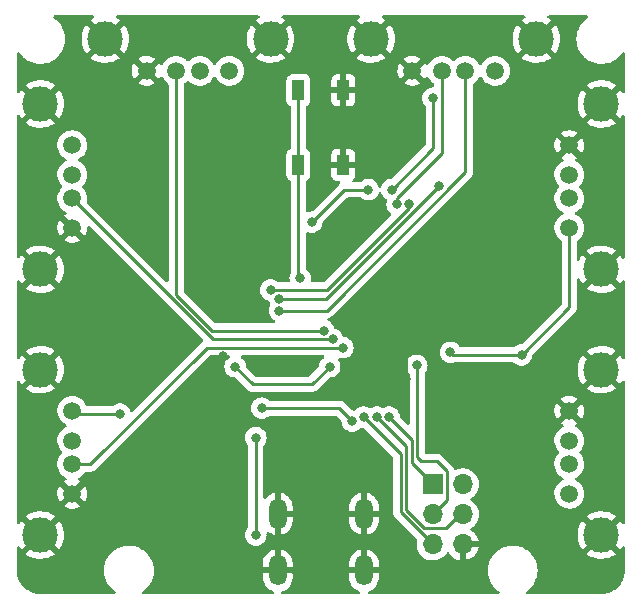
<source format=gbl>
%TF.GenerationSoftware,KiCad,Pcbnew,(5.99.0-7341-g2f3ca60c5e)*%
%TF.CreationDate,2020-12-04T16:43:46+01:00*%
%TF.ProjectId,controller,636f6e74-726f-46c6-9c65-722e6b696361,rev?*%
%TF.SameCoordinates,Original*%
%TF.FileFunction,Copper,L2,Bot*%
%TF.FilePolarity,Positive*%
%FSLAX46Y46*%
G04 Gerber Fmt 4.6, Leading zero omitted, Abs format (unit mm)*
G04 Created by KiCad (PCBNEW (5.99.0-7341-g2f3ca60c5e)) date 2020-12-04 16:43:46*
%MOMM*%
%LPD*%
G01*
G04 APERTURE LIST*
%TA.AperFunction,ComponentPad*%
%ADD10C,1.500000*%
%TD*%
%TA.AperFunction,ComponentPad*%
%ADD11C,3.000000*%
%TD*%
%TA.AperFunction,ComponentPad*%
%ADD12R,1.700000X1.700000*%
%TD*%
%TA.AperFunction,ComponentPad*%
%ADD13O,1.700000X1.700000*%
%TD*%
%TA.AperFunction,ComponentPad*%
%ADD14O,1.500000X2.600000*%
%TD*%
%TA.AperFunction,SMDPad,CuDef*%
%ADD15R,1.000000X1.700000*%
%TD*%
%TA.AperFunction,ViaPad*%
%ADD16C,0.800000*%
%TD*%
%TA.AperFunction,Conductor*%
%ADD17C,0.250000*%
%TD*%
G04 APERTURE END LIST*
D10*
%TO.P,USB1,1,VBUS*%
%TO.N,VBUS*%
X-21040000Y-31500000D03*
%TO.P,USB1,2,D-*%
%TO.N,SENS1*%
X-21040000Y-34000000D03*
%TO.P,USB1,3,D+*%
%TO.N,LED1*%
X-21040000Y-36000000D03*
%TO.P,USB1,4,GND*%
%TO.N,GND*%
X-21040000Y-38500000D03*
D11*
%TO.P,USB1,5,Shield*%
X-23750000Y-42000000D03*
X-23750000Y-28000000D03*
%TD*%
D10*
%TO.P,USB2,1,VBUS*%
%TO.N,VBUS*%
X-21040000Y-9000000D03*
%TO.P,USB2,2,D-*%
%TO.N,SENS2*%
X-21040000Y-11500000D03*
%TO.P,USB2,3,D+*%
%TO.N,LED2*%
X-21040000Y-13500000D03*
%TO.P,USB2,4,GND*%
%TO.N,GND*%
X-21040000Y-16000000D03*
D11*
%TO.P,USB2,5,Shield*%
X-23750000Y-19500000D03*
X-23750000Y-5500000D03*
%TD*%
D10*
%TO.P,USB6,1,VBUS*%
%TO.N,VBUS*%
X21040000Y-38500000D03*
%TO.P,USB6,2,D-*%
%TO.N,SENS6*%
X21040000Y-36000000D03*
%TO.P,USB6,3,D+*%
%TO.N,LED6*%
X21040000Y-34000000D03*
%TO.P,USB6,4,GND*%
%TO.N,GND*%
X21040000Y-31500000D03*
D11*
%TO.P,USB6,5,Shield*%
X23750000Y-42000000D03*
X23750000Y-28000000D03*
%TD*%
D12*
%TO.P,J2,1,Pin_1*%
%TO.N,MISO*%
X9480000Y-37710000D03*
D13*
%TO.P,J2,2,Pin_2*%
%TO.N,VBUS*%
X12020000Y-37710000D03*
%TO.P,J2,3,Pin_3*%
%TO.N,RST*%
X9480000Y-40250000D03*
%TO.P,J2,4,Pin_4*%
%TO.N,MOSI*%
X12020000Y-40250000D03*
%TO.P,J2,5,Pin_5*%
%TO.N,SCK*%
X9480000Y-42790000D03*
%TO.P,J2,6,Pin_6*%
%TO.N,GND*%
X12020000Y-42790000D03*
%TD*%
D10*
%TO.P,USB3,1,VBUS*%
%TO.N,VBUS*%
X-7750000Y-2710000D03*
%TO.P,USB3,2,D-*%
%TO.N,SENS3*%
X-10250000Y-2710000D03*
%TO.P,USB3,3,D+*%
%TO.N,LED3*%
X-12250000Y-2710000D03*
%TO.P,USB3,4,GND*%
%TO.N,GND*%
X-14750000Y-2710000D03*
D11*
%TO.P,USB3,5,Shield*%
X-18250000Y0D03*
X-4250000Y0D03*
%TD*%
D10*
%TO.P,USB5,1,VBUS*%
%TO.N,VBUS*%
X21040000Y-16000000D03*
%TO.P,USB5,2,D-*%
%TO.N,SENS5*%
X21040000Y-13500000D03*
%TO.P,USB5,3,D+*%
%TO.N,LED5*%
X21040000Y-11500000D03*
%TO.P,USB5,4,GND*%
%TO.N,GND*%
X21040000Y-9000000D03*
D11*
%TO.P,USB5,5,Shield*%
X23750000Y-5500000D03*
X23750000Y-19500000D03*
%TD*%
D14*
%TO.P,J1,6,Shield*%
%TO.N,GND*%
X-3650000Y-40200000D03*
X3650000Y-40200000D03*
X-3650000Y-45000000D03*
X3650000Y-45000000D03*
%TD*%
D10*
%TO.P,USB4,1,VBUS*%
%TO.N,VBUS*%
X14750000Y-2710000D03*
%TO.P,USB4,2,D-*%
%TO.N,SENS4*%
X12250000Y-2710000D03*
%TO.P,USB4,3,D+*%
%TO.N,LED4*%
X10250000Y-2710000D03*
%TO.P,USB4,4,GND*%
%TO.N,GND*%
X7750000Y-2710000D03*
D11*
%TO.P,USB4,5,Shield*%
X4250000Y0D03*
X18250000Y0D03*
%TD*%
D15*
%TO.P,SW1,1,1*%
%TO.N,GND*%
X1900000Y-4350000D03*
X1900000Y-10650000D03*
%TO.P,SW1,2,2*%
%TO.N,RST*%
X-1900000Y-10650000D03*
X-1900000Y-4350000D03*
%TD*%
D16*
%TO.N,GND*%
X3500000Y-25500000D03*
X-8000000Y-20250000D03*
X-2000000Y-27250000D03*
X-1000000Y-27750000D03*
X7250000Y-28750000D03*
X500000Y-32500000D03*
X12750000Y-24250000D03*
X-8250000Y-26862653D03*
X0Y-19750000D03*
X7250000Y-25425000D03*
X1500000Y-16250000D03*
X7750000Y-18250000D03*
%TO.N,VBUS*%
X-5500000Y-42000000D03*
X-5500000Y-33750000D03*
X10975000Y-26525000D03*
X750000Y-27750000D03*
X2650153Y-32349847D03*
X17000000Y-26750000D03*
X9500000Y-5000000D03*
X-7250000Y-27750000D03*
X-17000000Y-31750000D03*
X6000000Y-12750000D03*
X-5000000Y-31250000D03*
%TO.N,SENS6*%
X7474694Y-13974694D03*
X-4250000Y-21250000D03*
%TO.N,SENS5*%
X9987347Y-12487347D03*
X-3500000Y-22000000D03*
%TO.N,LED6*%
X4012653Y-12762653D03*
X-750000Y-15500000D03*
%TO.N,LED4*%
X6475029Y-14000648D03*
%TO.N,LED3*%
X250000Y-24687653D03*
%TO.N,LED2*%
X1000000Y-25412653D03*
%TO.N,LED1*%
X1862347Y-26137653D03*
%TO.N,SENS4*%
X-3500000Y-23000000D03*
%TO.N,SCK*%
X3625509Y-32025000D03*
%TO.N,MOSI*%
X4750000Y-32000000D03*
%TO.N,RST*%
X8125000Y-27625000D03*
X-1750000Y-20250000D03*
%TO.N,MISO*%
X5775153Y-31999847D03*
%TD*%
D17*
%TO.N,GND*%
X7250000Y-25425000D02*
X7250000Y-28750000D01*
X1500000Y-16250000D02*
X1500000Y-18250000D01*
X1500000Y-18250000D02*
X0Y-19750000D01*
%TO.N,VBUS*%
X-20790000Y-31750000D02*
X-21040000Y-31500000D01*
X21040000Y-16000000D02*
X21040000Y-22710000D01*
X9500000Y-9250000D02*
X6000000Y-12750000D01*
X-5500000Y-42000000D02*
X-5500000Y-33750000D01*
X21040000Y-22710000D02*
X17000000Y-26750000D01*
X11200000Y-26750000D02*
X10975000Y-26525000D01*
X750000Y-27750000D02*
X-750000Y-29250000D01*
X17000000Y-26750000D02*
X11200000Y-26750000D01*
X-5750000Y-29250000D02*
X-7250000Y-27750000D01*
X-5000000Y-31250000D02*
X1550306Y-31250000D01*
X1550306Y-31250000D02*
X2650153Y-32349847D01*
X-750000Y-29250000D02*
X-5750000Y-29250000D01*
X-17000000Y-31750000D02*
X-20790000Y-31750000D01*
X9500000Y-5000000D02*
X9500000Y-9250000D01*
%TO.N,SENS6*%
X-4250000Y-21250000D02*
X500000Y-21250000D01*
X500000Y-21250000D02*
X7474694Y-14275306D01*
X7474694Y-14275306D02*
X7474694Y-13974694D01*
%TO.N,SENS5*%
X-3500000Y-22000000D02*
X474694Y-22000000D01*
X474694Y-22000000D02*
X9987347Y-12487347D01*
%TO.N,LED6*%
X1987347Y-12762653D02*
X-750000Y-15500000D01*
X4012653Y-12762653D02*
X1987347Y-12762653D01*
%TO.N,LED4*%
X10250000Y-9659992D02*
X10250000Y-2710000D01*
X6475029Y-14000648D02*
X6475029Y-13434963D01*
X6475029Y-13434963D02*
X10250000Y-9659992D01*
%TO.N,LED3*%
X-12250000Y-21653590D02*
X-12250000Y-16000000D01*
X250000Y-24687653D02*
X-9215937Y-24687653D01*
X-9215937Y-24687653D02*
X-12250000Y-21653590D01*
X-12250000Y-16000000D02*
X-12250000Y-2710000D01*
%TO.N,LED2*%
X-9127347Y-25412653D02*
X-5837347Y-25412653D01*
X-21040000Y-13500000D02*
X-9127347Y-25412653D01*
X1000000Y-25412653D02*
X-5837347Y-25412653D01*
%TO.N,LED1*%
X-19500000Y-36000000D02*
X-21040000Y-36000000D01*
X-9637653Y-26137653D02*
X-19500000Y-36000000D01*
X1862347Y-26137653D02*
X-9637653Y-26137653D01*
%TO.N,SENS4*%
X-3500000Y-23000000D02*
X500000Y-23000000D01*
X500000Y-23000000D02*
X12250000Y-11250000D01*
X12250000Y-11250000D02*
X12250000Y-2710000D01*
%TO.N,SCK*%
X3625509Y-32025000D02*
X6750000Y-35149491D01*
X6750000Y-40060000D02*
X9480000Y-42790000D01*
X6750000Y-35149491D02*
X6750000Y-40060000D01*
%TO.N,MOSI*%
X7250000Y-34500000D02*
X7250000Y-39923590D01*
X11750000Y-40250000D02*
X12020000Y-40250000D01*
X7250000Y-39923590D02*
X8751411Y-41425001D01*
X4750000Y-32000000D02*
X7250000Y-34500000D01*
X8751411Y-41425001D02*
X10574999Y-41425001D01*
X10574999Y-41425001D02*
X11750000Y-40250000D01*
%TO.N,RST*%
X-1900000Y-20100000D02*
X-1750000Y-20250000D01*
X9805002Y-35750000D02*
X8750000Y-35750000D01*
X9480000Y-40250000D02*
X10655001Y-39074999D01*
X8150020Y-35400020D02*
X8150020Y-27650020D01*
X-1900000Y-4350000D02*
X-1900000Y-10650000D01*
X10655001Y-36599999D02*
X9805002Y-35750000D01*
X10655001Y-37405001D02*
X10655001Y-36599999D01*
X8500000Y-35750000D02*
X8150020Y-35400020D01*
X10655001Y-39074999D02*
X10655001Y-37405001D01*
X8150020Y-27650020D02*
X8125000Y-27625000D01*
X8750000Y-35750000D02*
X8500000Y-35750000D01*
X-1900000Y-10650000D02*
X-1900000Y-20100000D01*
%TO.N,MISO*%
X5775153Y-31999847D02*
X6762653Y-32987347D01*
X9480000Y-37710000D02*
X7700010Y-35930010D01*
X7700010Y-35930010D02*
X7700010Y-33924704D01*
X7700010Y-33924704D02*
X6762653Y-32987347D01*
%TD*%
%TA.AperFunction,Conductor*%
%TO.N,GND*%
G36*
X-19224253Y1971998D02*
G01*
X-19177760Y1918342D01*
X-19167656Y1848068D01*
X-19197150Y1783488D01*
X-19237139Y1752752D01*
X-19252548Y1745236D01*
X-19260145Y1740850D01*
X-19466982Y1601338D01*
X-19475289Y1591310D01*
X-19468069Y1577279D01*
X-18262812Y372022D01*
X-18248868Y364408D01*
X-18247035Y364539D01*
X-18240420Y368790D01*
X-17033867Y1575343D01*
X-17026899Y1588103D01*
X-17034810Y1598901D01*
X-17120880Y1666145D01*
X-17128156Y1671053D01*
X-17276815Y1756881D01*
X-17325808Y1808263D01*
X-17339244Y1877977D01*
X-17312858Y1943888D01*
X-17255026Y1985070D01*
X-17213815Y1992000D01*
X-5292374Y1992000D01*
X-5224253Y1971998D01*
X-5177760Y1918342D01*
X-5167656Y1848068D01*
X-5197150Y1783488D01*
X-5237139Y1752752D01*
X-5252548Y1745236D01*
X-5260145Y1740850D01*
X-5466982Y1601338D01*
X-5475289Y1591310D01*
X-5468069Y1577279D01*
X-4262812Y372022D01*
X-4248868Y364408D01*
X-4247035Y364539D01*
X-4240420Y368790D01*
X-3033867Y1575343D01*
X-3026899Y1588103D01*
X-3034810Y1598901D01*
X-3120880Y1666145D01*
X-3128156Y1671053D01*
X-3276815Y1756881D01*
X-3325808Y1808263D01*
X-3339244Y1877977D01*
X-3312858Y1943888D01*
X-3255026Y1985070D01*
X-3213815Y1992000D01*
X3207626Y1992000D01*
X3275747Y1971998D01*
X3322240Y1918342D01*
X3332344Y1848068D01*
X3302850Y1783488D01*
X3262861Y1752752D01*
X3247452Y1745236D01*
X3239855Y1740850D01*
X3033018Y1601338D01*
X3024711Y1591310D01*
X3031931Y1577279D01*
X4237188Y372022D01*
X4251132Y364408D01*
X4252965Y364539D01*
X4259580Y368790D01*
X5466133Y1575343D01*
X5473101Y1588103D01*
X5465190Y1598901D01*
X5379120Y1666145D01*
X5371844Y1671053D01*
X5223185Y1756881D01*
X5174192Y1808263D01*
X5160756Y1877977D01*
X5187142Y1943888D01*
X5244974Y1985070D01*
X5286185Y1992000D01*
X17207626Y1992000D01*
X17275747Y1971998D01*
X17322240Y1918342D01*
X17332344Y1848068D01*
X17302850Y1783488D01*
X17262861Y1752752D01*
X17247452Y1745236D01*
X17239855Y1740850D01*
X17033018Y1601338D01*
X17024711Y1591310D01*
X17031931Y1577279D01*
X18237188Y372022D01*
X18251132Y364408D01*
X18252965Y364539D01*
X18259580Y368790D01*
X19466133Y1575343D01*
X19473101Y1588103D01*
X19465190Y1598901D01*
X19379120Y1666145D01*
X19371844Y1671053D01*
X19223185Y1756881D01*
X19174192Y1808263D01*
X19160756Y1877977D01*
X19187142Y1943888D01*
X19244974Y1985070D01*
X19286185Y1992000D01*
X22517465Y1992000D01*
X22585586Y1971998D01*
X22632079Y1918342D01*
X22642183Y1848068D01*
X22612689Y1783488D01*
X22582174Y1757886D01*
X22544082Y1735088D01*
X22319761Y1555373D01*
X22121906Y1346877D01*
X21954177Y1113458D01*
X21819678Y859435D01*
X21720899Y589508D01*
X21719986Y585322D01*
X21719986Y585321D01*
X21660581Y312863D01*
X21660580Y312855D01*
X21659668Y308673D01*
X21637116Y22127D01*
X21644235Y-101331D01*
X21653662Y-264829D01*
X21708999Y-546885D01*
X21710386Y-550936D01*
X21710387Y-550940D01*
X21800714Y-814765D01*
X21800718Y-814774D01*
X21802103Y-818820D01*
X21931252Y-1075605D01*
X21933678Y-1079134D01*
X21933681Y-1079140D01*
X22091625Y-1308948D01*
X22094056Y-1312485D01*
X22096943Y-1315658D01*
X22096944Y-1315659D01*
X22284621Y-1521914D01*
X22287501Y-1525079D01*
X22348177Y-1575812D01*
X22504718Y-1706701D01*
X22504723Y-1706705D01*
X22508010Y-1709453D01*
X22626982Y-1784084D01*
X22747860Y-1859911D01*
X22747864Y-1859913D01*
X22751500Y-1862194D01*
X22818928Y-1892639D01*
X23009555Y-1978711D01*
X23009559Y-1978713D01*
X23013467Y-1980477D01*
X23017587Y-1981697D01*
X23017586Y-1981697D01*
X23284950Y-2060894D01*
X23284954Y-2060895D01*
X23289063Y-2062112D01*
X23293297Y-2062760D01*
X23293302Y-2062761D01*
X23568947Y-2104940D01*
X23568949Y-2104940D01*
X23573189Y-2105589D01*
X23719499Y-2107888D01*
X23856295Y-2110037D01*
X23856301Y-2110037D01*
X23860586Y-2110104D01*
X24145937Y-2075573D01*
X24423961Y-2002635D01*
X24427921Y-2000995D01*
X24427926Y-2000993D01*
X24634219Y-1915543D01*
X24689514Y-1892639D01*
X24937682Y-1747621D01*
X25163873Y-1570265D01*
X25190552Y-1542735D01*
X25360918Y-1366930D01*
X25363901Y-1363852D01*
X25366434Y-1360404D01*
X25366438Y-1360399D01*
X25514453Y-1158900D01*
X25570902Y-1115841D01*
X25641669Y-1110136D01*
X25704286Y-1143596D01*
X25738873Y-1205598D01*
X25742000Y-1233494D01*
X25742000Y-4463695D01*
X25721998Y-4531816D01*
X25668342Y-4578309D01*
X25598068Y-4588413D01*
X25533488Y-4558919D01*
X25504749Y-4522849D01*
X25459187Y-4437160D01*
X25454532Y-4429709D01*
X25349445Y-4285070D01*
X25338520Y-4276646D01*
X25325661Y-4283549D01*
X24122022Y-5487188D01*
X24114408Y-5501132D01*
X24114539Y-5502965D01*
X24118790Y-5509580D01*
X25325984Y-6716774D01*
X25338095Y-6723387D01*
X25349714Y-6714559D01*
X25454532Y-6570291D01*
X25459187Y-6562840D01*
X25504749Y-6477151D01*
X25554390Y-6426395D01*
X25623592Y-6410534D01*
X25690384Y-6434604D01*
X25733559Y-6490964D01*
X25742000Y-6536305D01*
X25742000Y-18463695D01*
X25721998Y-18531816D01*
X25668342Y-18578309D01*
X25598068Y-18588413D01*
X25533488Y-18558919D01*
X25504749Y-18522849D01*
X25459187Y-18437160D01*
X25454532Y-18429709D01*
X25349445Y-18285070D01*
X25338520Y-18276646D01*
X25325661Y-18283549D01*
X24122022Y-19487188D01*
X24114408Y-19501132D01*
X24114539Y-19502965D01*
X24118790Y-19509580D01*
X25325984Y-20716774D01*
X25338095Y-20723387D01*
X25349714Y-20714559D01*
X25454532Y-20570291D01*
X25459187Y-20562840D01*
X25504749Y-20477151D01*
X25554390Y-20426395D01*
X25623592Y-20410534D01*
X25690384Y-20434604D01*
X25733559Y-20490964D01*
X25742000Y-20536305D01*
X25742000Y-26963695D01*
X25721998Y-27031816D01*
X25668342Y-27078309D01*
X25598068Y-27088413D01*
X25533488Y-27058919D01*
X25504749Y-27022849D01*
X25459187Y-26937160D01*
X25454532Y-26929709D01*
X25349445Y-26785070D01*
X25338520Y-26776646D01*
X25325661Y-26783549D01*
X24122022Y-27987188D01*
X24114408Y-28001132D01*
X24114539Y-28002965D01*
X24118790Y-28009580D01*
X25325984Y-29216774D01*
X25338095Y-29223387D01*
X25349714Y-29214559D01*
X25454532Y-29070291D01*
X25459187Y-29062840D01*
X25504749Y-28977151D01*
X25554390Y-28926395D01*
X25623592Y-28910534D01*
X25690384Y-28934604D01*
X25733559Y-28990964D01*
X25742000Y-29036305D01*
X25742000Y-40963695D01*
X25721998Y-41031816D01*
X25668342Y-41078309D01*
X25598068Y-41088413D01*
X25533488Y-41058919D01*
X25504749Y-41022849D01*
X25459187Y-40937160D01*
X25454532Y-40929709D01*
X25349445Y-40785070D01*
X25338520Y-40776646D01*
X25325661Y-40783549D01*
X24122022Y-41987188D01*
X24114408Y-42001132D01*
X24114539Y-42002965D01*
X24118790Y-42009580D01*
X25325984Y-43216774D01*
X25338095Y-43223387D01*
X25349714Y-43214559D01*
X25454532Y-43070291D01*
X25459187Y-43062840D01*
X25504749Y-42977151D01*
X25554390Y-42926395D01*
X25623592Y-42910534D01*
X25690384Y-42934604D01*
X25733559Y-42990964D01*
X25742000Y-43036305D01*
X25742000Y-44917498D01*
X25740144Y-44939044D01*
X25737745Y-44952859D01*
X25735526Y-45079967D01*
X25735278Y-45085941D01*
X25730916Y-45152490D01*
X25730109Y-45160686D01*
X25723941Y-45207535D01*
X25704229Y-45357263D01*
X25702886Y-45365399D01*
X25694064Y-45409749D01*
X25692192Y-45417778D01*
X25640872Y-45609305D01*
X25638479Y-45617194D01*
X25623954Y-45659985D01*
X25621049Y-45667703D01*
X25579479Y-45768063D01*
X25545168Y-45850896D01*
X25541775Y-45858384D01*
X25521770Y-45898950D01*
X25517891Y-45906207D01*
X25418751Y-46077923D01*
X25414398Y-46084924D01*
X25389273Y-46122527D01*
X25384486Y-46129207D01*
X25263750Y-46286553D01*
X25258563Y-46292872D01*
X25244465Y-46308948D01*
X25228721Y-46326900D01*
X25223086Y-46332916D01*
X25082917Y-46473085D01*
X25076899Y-46478722D01*
X25042885Y-46508551D01*
X25036512Y-46513781D01*
X24879239Y-46634462D01*
X24872537Y-46639265D01*
X24834920Y-46664400D01*
X24827917Y-46668755D01*
X24656201Y-46767894D01*
X24648936Y-46771777D01*
X24608394Y-46791770D01*
X24600923Y-46795155D01*
X24522341Y-46827706D01*
X24417704Y-46871048D01*
X24409987Y-46873952D01*
X24367177Y-46888484D01*
X24359287Y-46890878D01*
X24167784Y-46942191D01*
X24159755Y-46944063D01*
X24115405Y-46952885D01*
X24107272Y-46954227D01*
X24107261Y-46954229D01*
X23910686Y-46980108D01*
X23902482Y-46980916D01*
X23890081Y-46981729D01*
X23835944Y-46985277D01*
X23829964Y-46985526D01*
X23706136Y-46987688D01*
X23701707Y-46988402D01*
X23701701Y-46988402D01*
X23689325Y-46990396D01*
X23669287Y-46992000D01*
X17484840Y-46992000D01*
X17416719Y-46971998D01*
X17370226Y-46918342D01*
X17360122Y-46848068D01*
X17389616Y-46783488D01*
X17421269Y-46757212D01*
X17433979Y-46749785D01*
X17433980Y-46749784D01*
X17437682Y-46747621D01*
X17663873Y-46570265D01*
X17705188Y-46527632D01*
X17860918Y-46366930D01*
X17863901Y-46363852D01*
X17866434Y-46360404D01*
X17866438Y-46360399D01*
X18031527Y-46135657D01*
X18034065Y-46132202D01*
X18048998Y-46104699D01*
X18169166Y-45883377D01*
X18169167Y-45883375D01*
X18171216Y-45879601D01*
X18251285Y-45667704D01*
X18271298Y-45614742D01*
X18271299Y-45614738D01*
X18272816Y-45610724D01*
X18336985Y-45330546D01*
X18343294Y-45259865D01*
X18362317Y-45046716D01*
X18362537Y-45044251D01*
X18363000Y-45000000D01*
X18361231Y-44974049D01*
X18343742Y-44717510D01*
X18343741Y-44717504D01*
X18343450Y-44713233D01*
X18285163Y-44431772D01*
X18189216Y-44160827D01*
X18108629Y-44004692D01*
X18059350Y-43909216D01*
X18059350Y-43909215D01*
X18057385Y-43905409D01*
X18038775Y-43878929D01*
X17894576Y-43673756D01*
X17894575Y-43673755D01*
X17892109Y-43670246D01*
X17817383Y-43589830D01*
X22524570Y-43589830D01*
X22534334Y-43602226D01*
X22739855Y-43740850D01*
X22747451Y-43745236D01*
X22991959Y-43864491D01*
X23000106Y-43867782D01*
X23258833Y-43951848D01*
X23267334Y-43953967D01*
X23535255Y-44001210D01*
X23543981Y-44002127D01*
X23815859Y-44011621D01*
X23824622Y-44011315D01*
X24095180Y-43982878D01*
X24103825Y-43981353D01*
X24367776Y-43915543D01*
X24376134Y-43912828D01*
X24628361Y-43810920D01*
X24636253Y-43807071D01*
X24871844Y-43671053D01*
X24879120Y-43666145D01*
X24964671Y-43599307D01*
X24973139Y-43587495D01*
X24966602Y-43575812D01*
X23762812Y-42372022D01*
X23748868Y-42364408D01*
X23747035Y-42364539D01*
X23740420Y-42368790D01*
X22530813Y-43578397D01*
X22524570Y-43589830D01*
X17817383Y-43589830D01*
X17696448Y-43459689D01*
X17474021Y-43277635D01*
X17399021Y-43231675D01*
X17232595Y-43129688D01*
X17232587Y-43129684D01*
X17228945Y-43127452D01*
X17225028Y-43125733D01*
X17225025Y-43125731D01*
X17065530Y-43055718D01*
X16965753Y-43011919D01*
X16961625Y-43010743D01*
X16961622Y-43010742D01*
X16733511Y-42945763D01*
X16689317Y-42933174D01*
X16438683Y-42897504D01*
X16409004Y-42893280D01*
X16409002Y-42893280D01*
X16404752Y-42892675D01*
X16253235Y-42891882D01*
X16121610Y-42891192D01*
X16121604Y-42891192D01*
X16117324Y-42891170D01*
X16113080Y-42891729D01*
X16113076Y-42891729D01*
X15988051Y-42908189D01*
X15832350Y-42928687D01*
X15828210Y-42929820D01*
X15828208Y-42929820D01*
X15559250Y-43003399D01*
X15555105Y-43004533D01*
X15290718Y-43117303D01*
X15186825Y-43179482D01*
X15047764Y-43262708D01*
X15047760Y-43262711D01*
X15044082Y-43264912D01*
X14819761Y-43444627D01*
X14764407Y-43502958D01*
X14644524Y-43629289D01*
X14621906Y-43653123D01*
X14572669Y-43721644D01*
X14459648Y-43878929D01*
X14454177Y-43886542D01*
X14319678Y-44140565D01*
X14220899Y-44410492D01*
X14219986Y-44414678D01*
X14219986Y-44414679D01*
X14160581Y-44687137D01*
X14160580Y-44687145D01*
X14159668Y-44691327D01*
X14155497Y-44744329D01*
X14138474Y-44960624D01*
X14137116Y-44977873D01*
X14144235Y-45101331D01*
X14153662Y-45264829D01*
X14208999Y-45546885D01*
X14210386Y-45550936D01*
X14210387Y-45550940D01*
X14300714Y-45814765D01*
X14300718Y-45814774D01*
X14302103Y-45818820D01*
X14318244Y-45850913D01*
X14391824Y-45997210D01*
X14431252Y-46075605D01*
X14433678Y-46079134D01*
X14433681Y-46079140D01*
X14580576Y-46292872D01*
X14594056Y-46312485D01*
X14596943Y-46315658D01*
X14596944Y-46315659D01*
X14784621Y-46521914D01*
X14787501Y-46525079D01*
X14873666Y-46597124D01*
X15004718Y-46706701D01*
X15004723Y-46706705D01*
X15008010Y-46709453D01*
X15067200Y-46746583D01*
X15087414Y-46759263D01*
X15134492Y-46812406D01*
X15145364Y-46882565D01*
X15116580Y-46947465D01*
X15057278Y-46986500D01*
X15020458Y-46992000D01*
X4079112Y-46992000D01*
X4010991Y-46971998D01*
X3964498Y-46918342D01*
X3954394Y-46848068D01*
X3983888Y-46783488D01*
X4042064Y-46745570D01*
X4121849Y-46721026D01*
X4132196Y-46716803D01*
X4321766Y-46618958D01*
X4331197Y-46612973D01*
X4500450Y-46483101D01*
X4508663Y-46475548D01*
X4652244Y-46317755D01*
X4658999Y-46308855D01*
X4772355Y-46128149D01*
X4777436Y-46118179D01*
X4857002Y-45920253D01*
X4860233Y-45909553D01*
X4903693Y-45699690D01*
X4904896Y-45690554D01*
X4907895Y-45638541D01*
X4908000Y-45634894D01*
X4908000Y-45272115D01*
X4903525Y-45256876D01*
X4902135Y-45255671D01*
X4894452Y-45254000D01*
X2410115Y-45254000D01*
X2394876Y-45258475D01*
X2393671Y-45259865D01*
X2392000Y-45267548D01*
X2392000Y-45603222D01*
X2392249Y-45608817D01*
X2406462Y-45768063D01*
X2408444Y-45779077D01*
X2464733Y-45984835D01*
X2468627Y-45995308D01*
X2560466Y-46187852D01*
X2566161Y-46197481D01*
X2690639Y-46370710D01*
X2697946Y-46379175D01*
X2851141Y-46527632D01*
X2859823Y-46534662D01*
X3036893Y-46653649D01*
X3046682Y-46659030D01*
X3242021Y-46744778D01*
X3247383Y-46746583D01*
X3305565Y-46787270D01*
X3332513Y-46852953D01*
X3319672Y-46922779D01*
X3271119Y-46974578D01*
X3207190Y-46992000D01*
X-3220888Y-46992000D01*
X-3289009Y-46971998D01*
X-3335502Y-46918342D01*
X-3345606Y-46848068D01*
X-3316112Y-46783488D01*
X-3257936Y-46745570D01*
X-3178151Y-46721026D01*
X-3167804Y-46716803D01*
X-2978234Y-46618958D01*
X-2968803Y-46612973D01*
X-2799550Y-46483101D01*
X-2791337Y-46475548D01*
X-2647756Y-46317755D01*
X-2641001Y-46308855D01*
X-2527645Y-46128149D01*
X-2522564Y-46118179D01*
X-2442998Y-45920253D01*
X-2439767Y-45909553D01*
X-2396307Y-45699690D01*
X-2395104Y-45690554D01*
X-2392105Y-45638541D01*
X-2392000Y-45634894D01*
X-2392000Y-45272115D01*
X-2396475Y-45256876D01*
X-2397865Y-45255671D01*
X-2405548Y-45254000D01*
X-4889885Y-45254000D01*
X-4905124Y-45258475D01*
X-4906329Y-45259865D01*
X-4908000Y-45267548D01*
X-4908000Y-45603222D01*
X-4907751Y-45608817D01*
X-4893538Y-45768063D01*
X-4891556Y-45779077D01*
X-4835267Y-45984835D01*
X-4831373Y-45995308D01*
X-4739534Y-46187852D01*
X-4733839Y-46197481D01*
X-4609361Y-46370710D01*
X-4602054Y-46379175D01*
X-4448859Y-46527632D01*
X-4440177Y-46534662D01*
X-4263107Y-46653649D01*
X-4253318Y-46659030D01*
X-4057979Y-46744778D01*
X-4052617Y-46746583D01*
X-3994435Y-46787270D01*
X-3967487Y-46852953D01*
X-3980328Y-46922779D01*
X-4028881Y-46974578D01*
X-4092810Y-46992000D01*
X-15015160Y-46992000D01*
X-15083281Y-46971998D01*
X-15129774Y-46918342D01*
X-15139878Y-46848068D01*
X-15110384Y-46783488D01*
X-15078731Y-46757212D01*
X-15066021Y-46749785D01*
X-15066020Y-46749784D01*
X-15062318Y-46747621D01*
X-14836127Y-46570265D01*
X-14794812Y-46527632D01*
X-14639082Y-46366930D01*
X-14636099Y-46363852D01*
X-14633566Y-46360404D01*
X-14633562Y-46360399D01*
X-14468473Y-46135657D01*
X-14465935Y-46132202D01*
X-14451002Y-46104699D01*
X-14330834Y-45883377D01*
X-14330833Y-45883375D01*
X-14328784Y-45879601D01*
X-14248715Y-45667704D01*
X-14228702Y-45614742D01*
X-14228701Y-45614738D01*
X-14227184Y-45610724D01*
X-14163015Y-45330546D01*
X-14156706Y-45259865D01*
X-14137683Y-45046716D01*
X-14137463Y-45044251D01*
X-14137000Y-45000000D01*
X-14138769Y-44974049D01*
X-14156258Y-44717510D01*
X-14156259Y-44717504D01*
X-14156550Y-44713233D01*
X-14214837Y-44431772D01*
X-14238444Y-44365107D01*
X-4908000Y-44365107D01*
X-4908000Y-44727885D01*
X-4903525Y-44743124D01*
X-4902135Y-44744329D01*
X-4894452Y-44746000D01*
X-3922115Y-44746000D01*
X-3906876Y-44741525D01*
X-3905671Y-44740135D01*
X-3904000Y-44732452D01*
X-3904000Y-43231675D01*
X-3904184Y-43231047D01*
X-3396000Y-43231047D01*
X-3396000Y-44727885D01*
X-3391525Y-44743124D01*
X-3390135Y-44744329D01*
X-3382452Y-44746000D01*
X-2410115Y-44746000D01*
X-2394876Y-44741525D01*
X-2393671Y-44740135D01*
X-2392000Y-44732452D01*
X-2392000Y-44396778D01*
X-2392249Y-44391183D01*
X-2394576Y-44365107D01*
X2392000Y-44365107D01*
X2392000Y-44727885D01*
X2396475Y-44743124D01*
X2397865Y-44744329D01*
X2405548Y-44746000D01*
X3377885Y-44746000D01*
X3393124Y-44741525D01*
X3394329Y-44740135D01*
X3396000Y-44732452D01*
X3396000Y-43231675D01*
X3395816Y-43231047D01*
X3904000Y-43231047D01*
X3904000Y-44727885D01*
X3908475Y-44743124D01*
X3909865Y-44744329D01*
X3917548Y-44746000D01*
X4889885Y-44746000D01*
X4905124Y-44741525D01*
X4906329Y-44740135D01*
X4908000Y-44732452D01*
X4908000Y-44396778D01*
X4907751Y-44391183D01*
X4893538Y-44231937D01*
X4891556Y-44220923D01*
X4835267Y-44015165D01*
X4831373Y-44004692D01*
X4739531Y-43812143D01*
X4733845Y-43802528D01*
X4609361Y-43629289D01*
X4602053Y-43620823D01*
X4448859Y-43472369D01*
X4440177Y-43465338D01*
X4263107Y-43346351D01*
X4253318Y-43340970D01*
X4057987Y-43255225D01*
X4047388Y-43251658D01*
X3921616Y-43221463D01*
X3907530Y-43222168D01*
X3904000Y-43231047D01*
X3395816Y-43231047D01*
X3391895Y-43217693D01*
X3382275Y-43216201D01*
X3382047Y-43216249D01*
X3178148Y-43278976D01*
X3167804Y-43283197D01*
X2978234Y-43381042D01*
X2968803Y-43387027D01*
X2799551Y-43516899D01*
X2791334Y-43524455D01*
X2647756Y-43682245D01*
X2641002Y-43691143D01*
X2527645Y-43871852D01*
X2522564Y-43881822D01*
X2442998Y-44079748D01*
X2439767Y-44090448D01*
X2396307Y-44300311D01*
X2395104Y-44309447D01*
X2392105Y-44361460D01*
X2392000Y-44365107D01*
X-2394576Y-44365107D01*
X-2406462Y-44231937D01*
X-2408444Y-44220923D01*
X-2464733Y-44015165D01*
X-2468627Y-44004692D01*
X-2560469Y-43812143D01*
X-2566155Y-43802528D01*
X-2690639Y-43629289D01*
X-2697947Y-43620823D01*
X-2851141Y-43472369D01*
X-2859823Y-43465338D01*
X-3036893Y-43346351D01*
X-3046682Y-43340970D01*
X-3242013Y-43255225D01*
X-3252612Y-43251658D01*
X-3378384Y-43221463D01*
X-3392470Y-43222168D01*
X-3396000Y-43231047D01*
X-3904184Y-43231047D01*
X-3908105Y-43217693D01*
X-3917725Y-43216201D01*
X-3917953Y-43216249D01*
X-4121852Y-43278976D01*
X-4132196Y-43283197D01*
X-4321766Y-43381042D01*
X-4331197Y-43387027D01*
X-4500449Y-43516899D01*
X-4508666Y-43524455D01*
X-4652244Y-43682245D01*
X-4658998Y-43691143D01*
X-4772355Y-43871852D01*
X-4777436Y-43881822D01*
X-4857002Y-44079748D01*
X-4860233Y-44090448D01*
X-4903693Y-44300311D01*
X-4904896Y-44309447D01*
X-4907895Y-44361460D01*
X-4908000Y-44365107D01*
X-14238444Y-44365107D01*
X-14310784Y-44160827D01*
X-14391371Y-44004692D01*
X-14440650Y-43909216D01*
X-14440650Y-43909215D01*
X-14442615Y-43905409D01*
X-14461225Y-43878929D01*
X-14605424Y-43673756D01*
X-14605425Y-43673755D01*
X-14607891Y-43670246D01*
X-14803552Y-43459689D01*
X-15025979Y-43277635D01*
X-15100979Y-43231675D01*
X-15267405Y-43129688D01*
X-15267413Y-43129684D01*
X-15271055Y-43127452D01*
X-15274972Y-43125733D01*
X-15274975Y-43125731D01*
X-15434470Y-43055718D01*
X-15534247Y-43011919D01*
X-15538375Y-43010743D01*
X-15538378Y-43010742D01*
X-15766489Y-42945763D01*
X-15810683Y-42933174D01*
X-16061317Y-42897504D01*
X-16090996Y-42893280D01*
X-16090998Y-42893280D01*
X-16095248Y-42892675D01*
X-16246765Y-42891882D01*
X-16378390Y-42891192D01*
X-16378396Y-42891192D01*
X-16382676Y-42891170D01*
X-16386920Y-42891729D01*
X-16386924Y-42891729D01*
X-16511949Y-42908189D01*
X-16667650Y-42928687D01*
X-16671790Y-42929820D01*
X-16671792Y-42929820D01*
X-16940750Y-43003399D01*
X-16944895Y-43004533D01*
X-17209282Y-43117303D01*
X-17313175Y-43179482D01*
X-17452236Y-43262708D01*
X-17452240Y-43262711D01*
X-17455918Y-43264912D01*
X-17680239Y-43444627D01*
X-17735593Y-43502958D01*
X-17855476Y-43629289D01*
X-17878094Y-43653123D01*
X-17927331Y-43721644D01*
X-18040352Y-43878929D01*
X-18045823Y-43886542D01*
X-18180322Y-44140565D01*
X-18279101Y-44410492D01*
X-18280014Y-44414678D01*
X-18280014Y-44414679D01*
X-18339419Y-44687137D01*
X-18339420Y-44687145D01*
X-18340332Y-44691327D01*
X-18344503Y-44744329D01*
X-18361526Y-44960624D01*
X-18362884Y-44977873D01*
X-18355765Y-45101331D01*
X-18346338Y-45264829D01*
X-18291001Y-45546885D01*
X-18289614Y-45550936D01*
X-18289613Y-45550940D01*
X-18199286Y-45814765D01*
X-18199282Y-45814774D01*
X-18197897Y-45818820D01*
X-18181756Y-45850913D01*
X-18108176Y-45997210D01*
X-18068748Y-46075605D01*
X-18066322Y-46079134D01*
X-18066319Y-46079140D01*
X-17919424Y-46292872D01*
X-17905944Y-46312485D01*
X-17903057Y-46315658D01*
X-17903056Y-46315659D01*
X-17715379Y-46521914D01*
X-17712499Y-46525079D01*
X-17626334Y-46597124D01*
X-17495282Y-46706701D01*
X-17495277Y-46706705D01*
X-17491990Y-46709453D01*
X-17432800Y-46746583D01*
X-17412586Y-46759263D01*
X-17365508Y-46812406D01*
X-17354636Y-46882565D01*
X-17383420Y-46947465D01*
X-17442722Y-46986500D01*
X-17479542Y-46992000D01*
X-23667493Y-46992000D01*
X-23689048Y-46990143D01*
X-23689837Y-46990006D01*
X-23702859Y-46987745D01*
X-23707726Y-46987660D01*
X-23710726Y-46987608D01*
X-23829967Y-46985526D01*
X-23835941Y-46985278D01*
X-23902501Y-46980915D01*
X-23910687Y-46980109D01*
X-24107261Y-46954229D01*
X-24115399Y-46952886D01*
X-24159749Y-46944064D01*
X-24167778Y-46942192D01*
X-24359305Y-46890872D01*
X-24367194Y-46888479D01*
X-24376416Y-46885349D01*
X-24409998Y-46873949D01*
X-24417703Y-46871049D01*
X-24473184Y-46848068D01*
X-24600914Y-46795160D01*
X-24608384Y-46791775D01*
X-24648950Y-46771770D01*
X-24656207Y-46767891D01*
X-24827923Y-46668751D01*
X-24834924Y-46664398D01*
X-24872527Y-46639273D01*
X-24879207Y-46634486D01*
X-25036553Y-46513750D01*
X-25042872Y-46508563D01*
X-25076900Y-46478721D01*
X-25082916Y-46473086D01*
X-25223085Y-46332917D01*
X-25228722Y-46326899D01*
X-25258551Y-46292885D01*
X-25263781Y-46286512D01*
X-25384462Y-46129239D01*
X-25389265Y-46122537D01*
X-25414400Y-46084920D01*
X-25418755Y-46077917D01*
X-25517894Y-45906201D01*
X-25521779Y-45898933D01*
X-25541770Y-45858394D01*
X-25545160Y-45850913D01*
X-25556866Y-45822651D01*
X-25607799Y-45699690D01*
X-25621048Y-45667704D01*
X-25623952Y-45659987D01*
X-25638484Y-45617177D01*
X-25640878Y-45609287D01*
X-25692191Y-45417784D01*
X-25694063Y-45409755D01*
X-25702885Y-45365405D01*
X-25704228Y-45357269D01*
X-25730108Y-45160686D01*
X-25730916Y-45152482D01*
X-25734269Y-45101331D01*
X-25735277Y-45085944D01*
X-25735526Y-45079964D01*
X-25737688Y-44956136D01*
X-25740396Y-44939324D01*
X-25742000Y-44919287D01*
X-25742000Y-43589830D01*
X-24975430Y-43589830D01*
X-24965666Y-43602226D01*
X-24760145Y-43740850D01*
X-24752549Y-43745236D01*
X-24508041Y-43864491D01*
X-24499894Y-43867782D01*
X-24241167Y-43951848D01*
X-24232666Y-43953967D01*
X-23964745Y-44001210D01*
X-23956019Y-44002127D01*
X-23684141Y-44011621D01*
X-23675378Y-44011315D01*
X-23404820Y-43982878D01*
X-23396175Y-43981353D01*
X-23132224Y-43915543D01*
X-23123866Y-43912828D01*
X-22871639Y-43810920D01*
X-22863747Y-43807071D01*
X-22628156Y-43671053D01*
X-22620880Y-43666145D01*
X-22535329Y-43599307D01*
X-22526861Y-43587495D01*
X-22533398Y-43575812D01*
X-23737188Y-42372022D01*
X-23751132Y-42364408D01*
X-23752965Y-42364539D01*
X-23759580Y-42368790D01*
X-24969187Y-43578397D01*
X-24975430Y-43589830D01*
X-25742000Y-43589830D01*
X-25742000Y-43040987D01*
X-25721998Y-42972866D01*
X-25668342Y-42926373D01*
X-25598068Y-42916269D01*
X-25533488Y-42945763D01*
X-25509146Y-42974217D01*
X-25380882Y-43179482D01*
X-25375723Y-43186582D01*
X-25350899Y-43216166D01*
X-25338205Y-43224612D01*
X-25327703Y-43218493D01*
X-24122022Y-42012812D01*
X-24115645Y-42001132D01*
X-23385592Y-42001132D01*
X-23385461Y-42002965D01*
X-23381210Y-42009580D01*
X-22174016Y-43216774D01*
X-22161905Y-43223387D01*
X-22150286Y-43214559D01*
X-22045468Y-43070291D01*
X-22040809Y-43062835D01*
X-21913100Y-42822648D01*
X-21909529Y-42814628D01*
X-21816485Y-42558994D01*
X-21814066Y-42550557D01*
X-21757503Y-42284451D01*
X-21756283Y-42275770D01*
X-21737307Y-42004390D01*
X-21737307Y-41995610D01*
X-21756283Y-41724230D01*
X-21757503Y-41715549D01*
X-21814066Y-41449443D01*
X-21816485Y-41441006D01*
X-21909529Y-41185372D01*
X-21913100Y-41177352D01*
X-22040809Y-40937165D01*
X-22045468Y-40929709D01*
X-22150555Y-40785070D01*
X-22161480Y-40776646D01*
X-22174339Y-40783549D01*
X-23377978Y-41987188D01*
X-23385592Y-42001132D01*
X-24115645Y-42001132D01*
X-24114408Y-41998868D01*
X-24114539Y-41997035D01*
X-24118790Y-41990420D01*
X-25326442Y-40782768D01*
X-25339827Y-40775459D01*
X-25349753Y-40782468D01*
X-25375723Y-40813418D01*
X-25380882Y-40820518D01*
X-25509146Y-41025783D01*
X-25562207Y-41072953D01*
X-25632347Y-41083948D01*
X-25697297Y-41055277D01*
X-25736436Y-40996043D01*
X-25742000Y-40959013D01*
X-25742000Y-40408690D01*
X-24975289Y-40408690D01*
X-24968069Y-40422721D01*
X-23762812Y-41627978D01*
X-23748868Y-41635592D01*
X-23747035Y-41635461D01*
X-23740420Y-41631210D01*
X-22533867Y-40424657D01*
X-22526899Y-40411897D01*
X-22534810Y-40401099D01*
X-22620880Y-40333855D01*
X-22628156Y-40328947D01*
X-22863747Y-40192929D01*
X-22871639Y-40189080D01*
X-23123866Y-40087172D01*
X-23132224Y-40084457D01*
X-23396175Y-40018647D01*
X-23404820Y-40017122D01*
X-23675378Y-39988685D01*
X-23684141Y-39988379D01*
X-23956019Y-39997873D01*
X-23964745Y-39998790D01*
X-24232666Y-40046033D01*
X-24241167Y-40048152D01*
X-24499894Y-40132218D01*
X-24508041Y-40135509D01*
X-24752549Y-40254764D01*
X-24760145Y-40259150D01*
X-24966982Y-40398662D01*
X-24975289Y-40408690D01*
X-25742000Y-40408690D01*
X-25742000Y-39551696D01*
X-21726866Y-39551696D01*
X-21721585Y-39558751D01*
X-21582608Y-39639963D01*
X-21572487Y-39644726D01*
X-21372152Y-39718038D01*
X-21361367Y-39720928D01*
X-21151208Y-39757606D01*
X-21140076Y-39758541D01*
X-20926756Y-39757424D01*
X-20915622Y-39756372D01*
X-20705874Y-39717497D01*
X-20695103Y-39714490D01*
X-20495548Y-39639085D01*
X-20485492Y-39634224D01*
X-20363090Y-39560967D01*
X-20353521Y-39550610D01*
X-20357064Y-39542146D01*
X-21027188Y-38872022D01*
X-21041132Y-38864408D01*
X-21042965Y-38864539D01*
X-21049580Y-38868790D01*
X-21720106Y-39539316D01*
X-21726866Y-39551696D01*
X-25742000Y-39551696D01*
X-25742000Y-38573698D01*
X-22300361Y-38573698D01*
X-22299659Y-38584850D01*
X-22267392Y-38795717D01*
X-22264725Y-38806578D01*
X-22195625Y-39008400D01*
X-22191077Y-39018614D01*
X-22102181Y-39178330D01*
X-22092128Y-39188221D01*
X-22084525Y-39185315D01*
X-21412022Y-38512812D01*
X-21405645Y-38501132D01*
X-20675592Y-38501132D01*
X-20675461Y-38502965D01*
X-20671210Y-38509580D01*
X-19998663Y-39182127D01*
X-19986283Y-39188887D01*
X-19980019Y-39184198D01*
X-19883551Y-39006524D01*
X-19879117Y-38996278D01*
X-19812130Y-38793729D01*
X-19809580Y-38782856D01*
X-19779242Y-38569692D01*
X-19778636Y-38562474D01*
X-19777095Y-38503632D01*
X-19777323Y-38496379D01*
X-19796462Y-38281937D01*
X-19798444Y-38270923D01*
X-19854733Y-38065165D01*
X-19858627Y-38054692D01*
X-19950467Y-37862146D01*
X-19956159Y-37852523D01*
X-19977846Y-37822341D01*
X-19988637Y-37813929D01*
X-20001673Y-37820883D01*
X-20667978Y-38487188D01*
X-20675592Y-38501132D01*
X-21405645Y-38501132D01*
X-21404408Y-38498868D01*
X-21404539Y-38497035D01*
X-21408790Y-38490420D01*
X-22078230Y-37820980D01*
X-22090610Y-37814220D01*
X-22098582Y-37820188D01*
X-22162360Y-37921859D01*
X-22167433Y-37931815D01*
X-22247002Y-38129747D01*
X-22250233Y-38140447D01*
X-22293492Y-38349337D01*
X-22294777Y-38360444D01*
X-22300361Y-38573698D01*
X-25742000Y-38573698D01*
X-25742000Y-29589830D01*
X-24975430Y-29589830D01*
X-24965666Y-29602226D01*
X-24760145Y-29740850D01*
X-24752549Y-29745236D01*
X-24508041Y-29864491D01*
X-24499894Y-29867782D01*
X-24241167Y-29951848D01*
X-24232666Y-29953967D01*
X-23964745Y-30001210D01*
X-23956019Y-30002127D01*
X-23684141Y-30011621D01*
X-23675378Y-30011315D01*
X-23404820Y-29982878D01*
X-23396175Y-29981353D01*
X-23132224Y-29915543D01*
X-23123866Y-29912828D01*
X-22871639Y-29810920D01*
X-22863747Y-29807071D01*
X-22628156Y-29671053D01*
X-22620880Y-29666145D01*
X-22535329Y-29599307D01*
X-22526861Y-29587495D01*
X-22533398Y-29575812D01*
X-23737188Y-28372022D01*
X-23751132Y-28364408D01*
X-23752965Y-28364539D01*
X-23759580Y-28368790D01*
X-24969187Y-29578397D01*
X-24975430Y-29589830D01*
X-25742000Y-29589830D01*
X-25742000Y-29040987D01*
X-25721998Y-28972866D01*
X-25668342Y-28926373D01*
X-25598068Y-28916269D01*
X-25533488Y-28945763D01*
X-25509146Y-28974217D01*
X-25380882Y-29179482D01*
X-25375723Y-29186582D01*
X-25350899Y-29216166D01*
X-25338205Y-29224612D01*
X-25327703Y-29218493D01*
X-24122022Y-28012812D01*
X-24115645Y-28001132D01*
X-23385592Y-28001132D01*
X-23385461Y-28002965D01*
X-23381210Y-28009580D01*
X-22174016Y-29216774D01*
X-22161905Y-29223387D01*
X-22150286Y-29214559D01*
X-22045468Y-29070291D01*
X-22040809Y-29062835D01*
X-21913100Y-28822648D01*
X-21909529Y-28814628D01*
X-21816485Y-28558994D01*
X-21814066Y-28550557D01*
X-21757503Y-28284451D01*
X-21756283Y-28275770D01*
X-21737307Y-28004390D01*
X-21737307Y-27995610D01*
X-21756283Y-27724230D01*
X-21757503Y-27715549D01*
X-21814066Y-27449443D01*
X-21816485Y-27441006D01*
X-21909529Y-27185372D01*
X-21913100Y-27177352D01*
X-22040809Y-26937165D01*
X-22045468Y-26929709D01*
X-22150555Y-26785070D01*
X-22161480Y-26776646D01*
X-22174339Y-26783549D01*
X-23377978Y-27987188D01*
X-23385592Y-28001132D01*
X-24115645Y-28001132D01*
X-24114408Y-27998868D01*
X-24114539Y-27997035D01*
X-24118790Y-27990420D01*
X-25326442Y-26782768D01*
X-25339827Y-26775459D01*
X-25349753Y-26782468D01*
X-25375723Y-26813418D01*
X-25380882Y-26820518D01*
X-25509146Y-27025783D01*
X-25562207Y-27072953D01*
X-25632347Y-27083948D01*
X-25697297Y-27055277D01*
X-25736436Y-26996043D01*
X-25742000Y-26959013D01*
X-25742000Y-26408690D01*
X-24975289Y-26408690D01*
X-24968069Y-26422721D01*
X-23762812Y-27627978D01*
X-23748868Y-27635592D01*
X-23747035Y-27635461D01*
X-23740420Y-27631210D01*
X-22533867Y-26424657D01*
X-22526899Y-26411897D01*
X-22534810Y-26401099D01*
X-22620880Y-26333855D01*
X-22628156Y-26328947D01*
X-22863747Y-26192929D01*
X-22871639Y-26189080D01*
X-23123866Y-26087172D01*
X-23132224Y-26084457D01*
X-23396175Y-26018647D01*
X-23404820Y-26017122D01*
X-23675378Y-25988685D01*
X-23684141Y-25988379D01*
X-23956019Y-25997873D01*
X-23964745Y-25998790D01*
X-24232666Y-26046033D01*
X-24241167Y-26048152D01*
X-24499894Y-26132218D01*
X-24508041Y-26135509D01*
X-24752549Y-26254764D01*
X-24760145Y-26259150D01*
X-24966982Y-26398662D01*
X-24975289Y-26408690D01*
X-25742000Y-26408690D01*
X-25742000Y-21089830D01*
X-24975430Y-21089830D01*
X-24965666Y-21102226D01*
X-24760145Y-21240850D01*
X-24752549Y-21245236D01*
X-24508041Y-21364491D01*
X-24499894Y-21367782D01*
X-24241167Y-21451848D01*
X-24232666Y-21453967D01*
X-23964745Y-21501210D01*
X-23956019Y-21502127D01*
X-23684141Y-21511621D01*
X-23675378Y-21511315D01*
X-23404820Y-21482878D01*
X-23396175Y-21481353D01*
X-23132224Y-21415543D01*
X-23123866Y-21412828D01*
X-22871639Y-21310920D01*
X-22863747Y-21307071D01*
X-22628156Y-21171053D01*
X-22620880Y-21166145D01*
X-22535329Y-21099307D01*
X-22526861Y-21087495D01*
X-22533398Y-21075812D01*
X-23737188Y-19872022D01*
X-23751132Y-19864408D01*
X-23752965Y-19864539D01*
X-23759580Y-19868790D01*
X-24969187Y-21078397D01*
X-24975430Y-21089830D01*
X-25742000Y-21089830D01*
X-25742000Y-20540987D01*
X-25721998Y-20472866D01*
X-25668342Y-20426373D01*
X-25598068Y-20416269D01*
X-25533488Y-20445763D01*
X-25509146Y-20474217D01*
X-25380882Y-20679482D01*
X-25375723Y-20686582D01*
X-25350899Y-20716166D01*
X-25338205Y-20724612D01*
X-25327703Y-20718493D01*
X-24122022Y-19512812D01*
X-24115645Y-19501132D01*
X-23385592Y-19501132D01*
X-23385461Y-19502965D01*
X-23381210Y-19509580D01*
X-22174016Y-20716774D01*
X-22161905Y-20723387D01*
X-22150286Y-20714559D01*
X-22045468Y-20570291D01*
X-22040809Y-20562835D01*
X-21913100Y-20322648D01*
X-21909529Y-20314628D01*
X-21816485Y-20058994D01*
X-21814066Y-20050557D01*
X-21757503Y-19784451D01*
X-21756283Y-19775770D01*
X-21737307Y-19504390D01*
X-21737307Y-19495610D01*
X-21756283Y-19224230D01*
X-21757503Y-19215549D01*
X-21814066Y-18949443D01*
X-21816485Y-18941006D01*
X-21909529Y-18685372D01*
X-21913100Y-18677352D01*
X-22040809Y-18437165D01*
X-22045468Y-18429709D01*
X-22150555Y-18285070D01*
X-22161480Y-18276646D01*
X-22174339Y-18283549D01*
X-23377978Y-19487188D01*
X-23385592Y-19501132D01*
X-24115645Y-19501132D01*
X-24114408Y-19498868D01*
X-24114539Y-19497035D01*
X-24118790Y-19490420D01*
X-25326442Y-18282768D01*
X-25339827Y-18275459D01*
X-25349753Y-18282468D01*
X-25375723Y-18313418D01*
X-25380882Y-18320518D01*
X-25509146Y-18525783D01*
X-25562207Y-18572953D01*
X-25632347Y-18583948D01*
X-25697297Y-18555277D01*
X-25736436Y-18496043D01*
X-25742000Y-18459013D01*
X-25742000Y-17908690D01*
X-24975289Y-17908690D01*
X-24968069Y-17922721D01*
X-23762812Y-19127978D01*
X-23748868Y-19135592D01*
X-23747035Y-19135461D01*
X-23740420Y-19131210D01*
X-22533867Y-17924657D01*
X-22526899Y-17911897D01*
X-22534810Y-17901099D01*
X-22620880Y-17833855D01*
X-22628156Y-17828947D01*
X-22863747Y-17692929D01*
X-22871639Y-17689080D01*
X-23123866Y-17587172D01*
X-23132224Y-17584457D01*
X-23396175Y-17518647D01*
X-23404820Y-17517122D01*
X-23675378Y-17488685D01*
X-23684141Y-17488379D01*
X-23956019Y-17497873D01*
X-23964745Y-17498790D01*
X-24232666Y-17546033D01*
X-24241167Y-17548152D01*
X-24499894Y-17632218D01*
X-24508041Y-17635509D01*
X-24752549Y-17754764D01*
X-24760145Y-17759150D01*
X-24966982Y-17898662D01*
X-24975289Y-17908690D01*
X-25742000Y-17908690D01*
X-25742000Y-17051696D01*
X-21726866Y-17051696D01*
X-21721585Y-17058751D01*
X-21582608Y-17139963D01*
X-21572487Y-17144726D01*
X-21372152Y-17218038D01*
X-21361367Y-17220928D01*
X-21151208Y-17257606D01*
X-21140076Y-17258541D01*
X-20926756Y-17257424D01*
X-20915622Y-17256372D01*
X-20705874Y-17217497D01*
X-20695103Y-17214490D01*
X-20495548Y-17139085D01*
X-20485492Y-17134224D01*
X-20363090Y-17060967D01*
X-20353521Y-17050610D01*
X-20357064Y-17042146D01*
X-21027188Y-16372022D01*
X-21041132Y-16364408D01*
X-21042965Y-16364539D01*
X-21049580Y-16368790D01*
X-21720106Y-17039316D01*
X-21726866Y-17051696D01*
X-25742000Y-17051696D01*
X-25742000Y-16073698D01*
X-22300361Y-16073698D01*
X-22299659Y-16084850D01*
X-22267392Y-16295717D01*
X-22264725Y-16306578D01*
X-22195625Y-16508400D01*
X-22191077Y-16518614D01*
X-22102181Y-16678330D01*
X-22092128Y-16688221D01*
X-22084525Y-16685315D01*
X-21412022Y-16012812D01*
X-21404408Y-15998868D01*
X-21404539Y-15997035D01*
X-21408790Y-15990420D01*
X-22078230Y-15320980D01*
X-22090610Y-15314220D01*
X-22098582Y-15320188D01*
X-22162360Y-15421859D01*
X-22167433Y-15431815D01*
X-22247002Y-15629747D01*
X-22250233Y-15640447D01*
X-22293492Y-15849337D01*
X-22294777Y-15860444D01*
X-22300361Y-16073698D01*
X-25742000Y-16073698D01*
X-25742000Y-9079336D01*
X-22301007Y-9079336D01*
X-22300158Y-9084882D01*
X-22268504Y-9291740D01*
X-22267028Y-9301387D01*
X-22265211Y-9306694D01*
X-22196794Y-9506524D01*
X-22194265Y-9513912D01*
X-22085016Y-9710192D01*
X-22081465Y-9714530D01*
X-22081462Y-9714535D01*
X-21965087Y-9856717D01*
X-21942736Y-9884025D01*
X-21938473Y-9887666D01*
X-21938468Y-9887671D01*
X-21833015Y-9977736D01*
X-21771922Y-10029914D01*
X-21593422Y-10134221D01*
X-21577972Y-10143249D01*
X-21579268Y-10145468D01*
X-21534282Y-10185453D01*
X-21515141Y-10253820D01*
X-21536001Y-10321683D01*
X-21583340Y-10364196D01*
X-21717017Y-10433192D01*
X-21895233Y-10569941D01*
X-22046416Y-10736089D01*
X-22049398Y-10740843D01*
X-22160244Y-10917547D01*
X-22165787Y-10926383D01*
X-22249573Y-11134808D01*
X-22295126Y-11354777D01*
X-22301007Y-11579336D01*
X-22267028Y-11801387D01*
X-22265211Y-11806694D01*
X-22198413Y-12001796D01*
X-22194265Y-12013912D01*
X-22085016Y-12210192D01*
X-22081465Y-12214530D01*
X-22081462Y-12214535D01*
X-21986151Y-12330982D01*
X-21942736Y-12384025D01*
X-21919682Y-12403715D01*
X-21880875Y-12463163D01*
X-21880367Y-12534157D01*
X-21908321Y-12584324D01*
X-22042638Y-12731936D01*
X-22042643Y-12731942D01*
X-22046416Y-12736089D01*
X-22082108Y-12792988D01*
X-22119292Y-12852264D01*
X-22165787Y-12926383D01*
X-22249573Y-13134808D01*
X-22295126Y-13354777D01*
X-22301007Y-13579336D01*
X-22267028Y-13801387D01*
X-22265211Y-13806694D01*
X-22198413Y-14001796D01*
X-22194265Y-14013912D01*
X-22085016Y-14210192D01*
X-22081465Y-14214530D01*
X-22081462Y-14214535D01*
X-21957557Y-14365917D01*
X-21942736Y-14384025D01*
X-21938473Y-14387666D01*
X-21938468Y-14387671D01*
X-21790207Y-14514297D01*
X-21771922Y-14529914D01*
X-21666523Y-14591504D01*
X-21577972Y-14643249D01*
X-21579189Y-14645332D01*
X-21533776Y-14685621D01*
X-21514572Y-14753971D01*
X-21535369Y-14821853D01*
X-21582773Y-14864464D01*
X-21711766Y-14931042D01*
X-21719883Y-14936194D01*
X-21728057Y-14947389D01*
X-21721424Y-14959366D01*
X-19998663Y-16682127D01*
X-19986283Y-16688887D01*
X-19980019Y-16684198D01*
X-19883551Y-16506524D01*
X-19879117Y-16496278D01*
X-19812130Y-16293729D01*
X-19809580Y-16282856D01*
X-19779242Y-16069692D01*
X-19778636Y-16062474D01*
X-19777095Y-16003632D01*
X-19777323Y-15996379D01*
X-19779568Y-15971228D01*
X-19765701Y-15901599D01*
X-19716391Y-15850520D01*
X-19647294Y-15834209D01*
X-19580347Y-15857844D01*
X-19564972Y-15870932D01*
X-10001697Y-25434207D01*
X-9967671Y-25496519D01*
X-9972736Y-25567334D01*
X-10015283Y-25624170D01*
X-10020337Y-25627541D01*
X-10023868Y-25630108D01*
X-10028995Y-25633140D01*
X-10029412Y-25633508D01*
X-10043495Y-25647591D01*
X-10058520Y-25660425D01*
X-10074736Y-25672207D01*
X-10102682Y-25705988D01*
X-10110672Y-25714768D01*
X-15924167Y-31528263D01*
X-15986479Y-31562289D01*
X-16057294Y-31557224D01*
X-16114130Y-31514677D01*
X-16133095Y-31478104D01*
X-16163434Y-31384731D01*
X-16165476Y-31378446D01*
X-16181296Y-31351044D01*
X-16235844Y-31256565D01*
X-16260963Y-31213058D01*
X-16330713Y-31135592D01*
X-16384327Y-31076048D01*
X-16384328Y-31076047D01*
X-16388749Y-31071137D01*
X-16394091Y-31067256D01*
X-16394093Y-31067254D01*
X-16537908Y-30962767D01*
X-16537909Y-30962766D01*
X-16543250Y-30958886D01*
X-16549278Y-30956202D01*
X-16549280Y-30956201D01*
X-16711682Y-30883895D01*
X-16711683Y-30883895D01*
X-16717713Y-30881210D01*
X-16811113Y-30861357D01*
X-16898056Y-30842876D01*
X-16898061Y-30842876D01*
X-16904513Y-30841504D01*
X-17095487Y-30841504D01*
X-17101939Y-30842876D01*
X-17101944Y-30842876D01*
X-17188887Y-30861357D01*
X-17282287Y-30881210D01*
X-17288317Y-30883895D01*
X-17288318Y-30883895D01*
X-17450720Y-30956201D01*
X-17450722Y-30956202D01*
X-17456750Y-30958886D01*
X-17462091Y-30962766D01*
X-17462092Y-30962767D01*
X-17605907Y-31067254D01*
X-17605909Y-31067256D01*
X-17611251Y-31071137D01*
X-17615672Y-31076047D01*
X-17620575Y-31080462D01*
X-17621701Y-31079211D01*
X-17675000Y-31112049D01*
X-17708194Y-31116500D01*
X-19749094Y-31116500D01*
X-19817215Y-31096498D01*
X-19862820Y-31044744D01*
X-19950035Y-30861893D01*
X-19950036Y-30861892D01*
X-19952452Y-30856826D01*
X-20013666Y-30771638D01*
X-20080260Y-30678963D01*
X-20080262Y-30678961D01*
X-20083537Y-30674403D01*
X-20180790Y-30580158D01*
X-20240826Y-30521979D01*
X-20240829Y-30521977D01*
X-20244854Y-30518076D01*
X-20431304Y-30392787D01*
X-20436452Y-30390527D01*
X-20631848Y-30304754D01*
X-20631852Y-30304753D01*
X-20636995Y-30302495D01*
X-20642450Y-30301185D01*
X-20642454Y-30301184D01*
X-20849970Y-30251363D01*
X-20849974Y-30251362D01*
X-20855424Y-30250054D01*
X-20900856Y-30247434D01*
X-21074080Y-30237446D01*
X-21074083Y-30237446D01*
X-21079687Y-30237123D01*
X-21302696Y-30264111D01*
X-21308058Y-30265761D01*
X-21308060Y-30265761D01*
X-21391823Y-30291530D01*
X-21517402Y-30330163D01*
X-21522382Y-30332733D01*
X-21522386Y-30332735D01*
X-21638734Y-30392787D01*
X-21717017Y-30433192D01*
X-21895233Y-30569941D01*
X-22046416Y-30736089D01*
X-22049398Y-30740843D01*
X-22139134Y-30883895D01*
X-22165787Y-30926383D01*
X-22249573Y-31134808D01*
X-22295126Y-31354777D01*
X-22301007Y-31579336D01*
X-22294391Y-31622570D01*
X-22268487Y-31791850D01*
X-22267028Y-31801387D01*
X-22265211Y-31806694D01*
X-22196794Y-32006524D01*
X-22194265Y-32013912D01*
X-22085016Y-32210192D01*
X-22081465Y-32214530D01*
X-22081462Y-32214535D01*
X-21983742Y-32333925D01*
X-21942736Y-32384025D01*
X-21938473Y-32387666D01*
X-21938468Y-32387671D01*
X-21790207Y-32514297D01*
X-21771922Y-32529914D01*
X-21587720Y-32637553D01*
X-21577972Y-32643249D01*
X-21579268Y-32645468D01*
X-21534282Y-32685453D01*
X-21515141Y-32753820D01*
X-21536001Y-32821683D01*
X-21583340Y-32864196D01*
X-21717017Y-32933192D01*
X-21721465Y-32936605D01*
X-21745344Y-32954928D01*
X-21895233Y-33069941D01*
X-22046416Y-33236089D01*
X-22049398Y-33240843D01*
X-22135716Y-33378446D01*
X-22165787Y-33426383D01*
X-22249573Y-33634808D01*
X-22295126Y-33854777D01*
X-22301007Y-34079336D01*
X-22293671Y-34127277D01*
X-22268487Y-34291850D01*
X-22267028Y-34301387D01*
X-22265211Y-34306694D01*
X-22198413Y-34501796D01*
X-22194265Y-34513912D01*
X-22085016Y-34710192D01*
X-22081465Y-34714530D01*
X-22081462Y-34714535D01*
X-21955587Y-34868325D01*
X-21942736Y-34884025D01*
X-21919682Y-34903715D01*
X-21880875Y-34963163D01*
X-21880367Y-35034157D01*
X-21908321Y-35084324D01*
X-22042638Y-35231936D01*
X-22042643Y-35231942D01*
X-22046416Y-35236089D01*
X-22049398Y-35240843D01*
X-22133548Y-35374990D01*
X-22165787Y-35426383D01*
X-22249573Y-35634808D01*
X-22295126Y-35854777D01*
X-22301007Y-36079336D01*
X-22293072Y-36131190D01*
X-22268403Y-36292399D01*
X-22267028Y-36301387D01*
X-22265211Y-36306694D01*
X-22196452Y-36507523D01*
X-22194265Y-36513912D01*
X-22085016Y-36710192D01*
X-22081465Y-36714530D01*
X-22081462Y-36714535D01*
X-21969139Y-36851767D01*
X-21942736Y-36884025D01*
X-21938473Y-36887666D01*
X-21938468Y-36887671D01*
X-21795936Y-37009404D01*
X-21771922Y-37029914D01*
X-21734566Y-37051743D01*
X-21577972Y-37143249D01*
X-21579189Y-37145332D01*
X-21533776Y-37185621D01*
X-21514572Y-37253971D01*
X-21535369Y-37321853D01*
X-21582773Y-37364464D01*
X-21711766Y-37431042D01*
X-21719883Y-37436194D01*
X-21728057Y-37447389D01*
X-21721424Y-37459366D01*
X-21052812Y-38127978D01*
X-21038868Y-38135592D01*
X-21037035Y-38135461D01*
X-21030420Y-38131210D01*
X-20361156Y-37461946D01*
X-20354932Y-37450548D01*
X-20364743Y-37438114D01*
X-20426885Y-37396357D01*
X-20436679Y-37390972D01*
X-20489747Y-37367677D01*
X-20544083Y-37321981D01*
X-20565088Y-37254163D01*
X-20546094Y-37185754D01*
X-20494225Y-37139117D01*
X-20490086Y-37137553D01*
X-20297333Y-37022193D01*
X-20128056Y-36874523D01*
X-19987604Y-36699210D01*
X-19984925Y-36694276D01*
X-19981934Y-36689774D01*
X-19927577Y-36644103D01*
X-19876985Y-36633500D01*
X-19578383Y-36633500D01*
X-19567479Y-36634014D01*
X-19560088Y-36635666D01*
X-19552163Y-36635417D01*
X-19552162Y-36635417D01*
X-19493147Y-36633562D01*
X-19489189Y-36633500D01*
X-19460422Y-36633500D01*
X-19456498Y-36633004D01*
X-19456496Y-36633004D01*
X-19456148Y-36632960D01*
X-19444302Y-36632027D01*
X-19400117Y-36630638D01*
X-19380661Y-36624986D01*
X-19361321Y-36620981D01*
X-19341212Y-36618440D01*
X-19333842Y-36615522D01*
X-19333838Y-36615521D01*
X-19300100Y-36602163D01*
X-19288870Y-36598318D01*
X-19254032Y-36588197D01*
X-19254031Y-36588197D01*
X-19246422Y-36585986D01*
X-19228988Y-36575676D01*
X-19211236Y-36566980D01*
X-19192400Y-36559522D01*
X-19156625Y-36533530D01*
X-19146706Y-36527014D01*
X-19108659Y-36504513D01*
X-19108241Y-36504145D01*
X-19094158Y-36490062D01*
X-19079133Y-36477228D01*
X-19062917Y-36465446D01*
X-19034970Y-36431664D01*
X-19026981Y-36422885D01*
X-16354096Y-33750000D01*
X-6413500Y-33750000D01*
X-6393538Y-33939927D01*
X-6334524Y-34121554D01*
X-6239037Y-34286942D01*
X-6234619Y-34291849D01*
X-6234618Y-34291850D01*
X-6165863Y-34368210D01*
X-6135145Y-34432217D01*
X-6133499Y-34452520D01*
X-6133500Y-41297481D01*
X-6153502Y-41365602D01*
X-6165864Y-41381791D01*
X-6217336Y-41438957D01*
X-6239037Y-41463058D01*
X-6334524Y-41628446D01*
X-6393538Y-41810073D01*
X-6413500Y-42000000D01*
X-6393538Y-42189927D01*
X-6334524Y-42371554D01*
X-6239037Y-42536942D01*
X-6234619Y-42541849D01*
X-6234618Y-42541850D01*
X-6121912Y-42667023D01*
X-6111251Y-42678863D01*
X-6105909Y-42682744D01*
X-6105907Y-42682746D01*
X-6103823Y-42684260D01*
X-5956750Y-42791114D01*
X-5950722Y-42793798D01*
X-5950720Y-42793799D01*
X-5903937Y-42814628D01*
X-5782287Y-42868790D01*
X-5688887Y-42888643D01*
X-5601944Y-42907124D01*
X-5601939Y-42907124D01*
X-5595487Y-42908496D01*
X-5404513Y-42908496D01*
X-5398061Y-42907124D01*
X-5398056Y-42907124D01*
X-5311113Y-42888643D01*
X-5217713Y-42868790D01*
X-5096063Y-42814628D01*
X-5049280Y-42793799D01*
X-5049278Y-42793798D01*
X-5043250Y-42791114D01*
X-4896177Y-42684260D01*
X-4894093Y-42682746D01*
X-4894091Y-42682744D01*
X-4888749Y-42678863D01*
X-4878088Y-42667023D01*
X-4765382Y-42541850D01*
X-4765381Y-42541849D01*
X-4760963Y-42536942D01*
X-4665476Y-42371554D01*
X-4606462Y-42189927D01*
X-4586500Y-42000000D01*
X-4599447Y-41876818D01*
X-4586675Y-41806980D01*
X-4538173Y-41755134D01*
X-4469340Y-41737739D01*
X-4403861Y-41759066D01*
X-4263107Y-41853649D01*
X-4253318Y-41859030D01*
X-4057987Y-41944775D01*
X-4047388Y-41948342D01*
X-3921616Y-41978537D01*
X-3907530Y-41977832D01*
X-3904000Y-41968953D01*
X-3904000Y-40467548D01*
X-3396000Y-40467548D01*
X-3396000Y-41968325D01*
X-3391895Y-41982307D01*
X-3382275Y-41983799D01*
X-3382047Y-41983751D01*
X-3178148Y-41921024D01*
X-3167804Y-41916803D01*
X-2978234Y-41818958D01*
X-2968803Y-41812973D01*
X-2799550Y-41683101D01*
X-2791337Y-41675548D01*
X-2647756Y-41517755D01*
X-2641001Y-41508855D01*
X-2527645Y-41328149D01*
X-2522564Y-41318179D01*
X-2442998Y-41120253D01*
X-2439767Y-41109553D01*
X-2396307Y-40899690D01*
X-2395104Y-40890554D01*
X-2392105Y-40838541D01*
X-2392000Y-40834894D01*
X-2392000Y-40472115D01*
X-2393341Y-40467548D01*
X2392000Y-40467548D01*
X2392000Y-40803222D01*
X2392249Y-40808817D01*
X2406462Y-40968063D01*
X2408444Y-40979077D01*
X2464733Y-41184835D01*
X2468627Y-41195308D01*
X2560466Y-41387852D01*
X2566161Y-41397481D01*
X2690639Y-41570710D01*
X2697946Y-41579175D01*
X2851141Y-41727632D01*
X2859823Y-41734662D01*
X3036893Y-41853649D01*
X3046682Y-41859030D01*
X3242013Y-41944775D01*
X3252612Y-41948342D01*
X3378384Y-41978537D01*
X3392470Y-41977832D01*
X3396000Y-41968953D01*
X3396000Y-40472115D01*
X3394659Y-40467548D01*
X3904000Y-40467548D01*
X3904000Y-41968325D01*
X3908105Y-41982307D01*
X3917725Y-41983799D01*
X3917953Y-41983751D01*
X4121852Y-41921024D01*
X4132196Y-41916803D01*
X4321766Y-41818958D01*
X4331197Y-41812973D01*
X4500450Y-41683101D01*
X4508663Y-41675548D01*
X4652244Y-41517755D01*
X4658999Y-41508855D01*
X4772355Y-41328149D01*
X4777436Y-41318179D01*
X4857002Y-41120253D01*
X4860233Y-41109553D01*
X4903693Y-40899690D01*
X4904896Y-40890554D01*
X4907895Y-40838541D01*
X4908000Y-40834894D01*
X4908000Y-40472115D01*
X4903525Y-40456876D01*
X4902135Y-40455671D01*
X4894452Y-40454000D01*
X3922115Y-40454000D01*
X3906876Y-40458475D01*
X3905671Y-40459865D01*
X3904000Y-40467548D01*
X3394659Y-40467548D01*
X3391525Y-40456876D01*
X3390135Y-40455671D01*
X3382452Y-40454000D01*
X2410115Y-40454000D01*
X2394876Y-40458475D01*
X2393671Y-40459865D01*
X2392000Y-40467548D01*
X-2393341Y-40467548D01*
X-2396475Y-40456876D01*
X-2397865Y-40455671D01*
X-2405548Y-40454000D01*
X-3377885Y-40454000D01*
X-3393124Y-40458475D01*
X-3394329Y-40459865D01*
X-3396000Y-40467548D01*
X-3904000Y-40467548D01*
X-3904000Y-38431675D01*
X-3904184Y-38431047D01*
X-3396000Y-38431047D01*
X-3396000Y-39927885D01*
X-3391525Y-39943124D01*
X-3390135Y-39944329D01*
X-3382452Y-39946000D01*
X-2410115Y-39946000D01*
X-2394876Y-39941525D01*
X-2393671Y-39940135D01*
X-2392000Y-39932452D01*
X-2392000Y-39596778D01*
X-2392249Y-39591183D01*
X-2394576Y-39565107D01*
X2392000Y-39565107D01*
X2392000Y-39927885D01*
X2396475Y-39943124D01*
X2397865Y-39944329D01*
X2405548Y-39946000D01*
X3377885Y-39946000D01*
X3393124Y-39941525D01*
X3394329Y-39940135D01*
X3396000Y-39932452D01*
X3396000Y-38431675D01*
X3395816Y-38431047D01*
X3904000Y-38431047D01*
X3904000Y-39927885D01*
X3908475Y-39943124D01*
X3909865Y-39944329D01*
X3917548Y-39946000D01*
X4889885Y-39946000D01*
X4905124Y-39941525D01*
X4906329Y-39940135D01*
X4908000Y-39932452D01*
X4908000Y-39596778D01*
X4907751Y-39591183D01*
X4893538Y-39431937D01*
X4891556Y-39420923D01*
X4835267Y-39215165D01*
X4831373Y-39204692D01*
X4739531Y-39012143D01*
X4733845Y-39002528D01*
X4609361Y-38829289D01*
X4602053Y-38820823D01*
X4448859Y-38672369D01*
X4440177Y-38665338D01*
X4263107Y-38546351D01*
X4253318Y-38540970D01*
X4057987Y-38455225D01*
X4047388Y-38451658D01*
X3921616Y-38421463D01*
X3907530Y-38422168D01*
X3904000Y-38431047D01*
X3395816Y-38431047D01*
X3391895Y-38417693D01*
X3382275Y-38416201D01*
X3382047Y-38416249D01*
X3178148Y-38478976D01*
X3167804Y-38483197D01*
X2978234Y-38581042D01*
X2968803Y-38587027D01*
X2799551Y-38716899D01*
X2791334Y-38724455D01*
X2647756Y-38882245D01*
X2641002Y-38891143D01*
X2527645Y-39071852D01*
X2522564Y-39081822D01*
X2442998Y-39279748D01*
X2439767Y-39290448D01*
X2396307Y-39500311D01*
X2395104Y-39509447D01*
X2392105Y-39561460D01*
X2392000Y-39565107D01*
X-2394576Y-39565107D01*
X-2406462Y-39431937D01*
X-2408444Y-39420923D01*
X-2464733Y-39215165D01*
X-2468627Y-39204692D01*
X-2560469Y-39012143D01*
X-2566155Y-39002528D01*
X-2690639Y-38829289D01*
X-2697947Y-38820823D01*
X-2851141Y-38672369D01*
X-2859823Y-38665338D01*
X-3036893Y-38546351D01*
X-3046682Y-38540970D01*
X-3242013Y-38455225D01*
X-3252612Y-38451658D01*
X-3378384Y-38421463D01*
X-3392470Y-38422168D01*
X-3396000Y-38431047D01*
X-3904184Y-38431047D01*
X-3908105Y-38417693D01*
X-3917725Y-38416201D01*
X-3917953Y-38416249D01*
X-4121852Y-38478976D01*
X-4132196Y-38483197D01*
X-4321766Y-38581042D01*
X-4331197Y-38587027D01*
X-4500449Y-38716899D01*
X-4508666Y-38724455D01*
X-4647306Y-38876819D01*
X-4707946Y-38913742D01*
X-4778922Y-38912019D01*
X-4837699Y-38872197D01*
X-4865616Y-38806920D01*
X-4866500Y-38792020D01*
X-4866500Y-34452519D01*
X-4846498Y-34384398D01*
X-4834136Y-34368209D01*
X-4765382Y-34291850D01*
X-4765381Y-34291849D01*
X-4760963Y-34286942D01*
X-4665476Y-34121554D01*
X-4606462Y-33939927D01*
X-4586500Y-33750000D01*
X-4606462Y-33560073D01*
X-4665476Y-33378446D01*
X-4760963Y-33213058D01*
X-4888749Y-33071137D01*
X-4894091Y-33067256D01*
X-4894093Y-33067254D01*
X-5037908Y-32962767D01*
X-5037909Y-32962766D01*
X-5043250Y-32958886D01*
X-5049278Y-32956202D01*
X-5049280Y-32956201D01*
X-5211682Y-32883895D01*
X-5211683Y-32883895D01*
X-5217713Y-32881210D01*
X-5311113Y-32861357D01*
X-5398056Y-32842876D01*
X-5398061Y-32842876D01*
X-5404513Y-32841504D01*
X-5595487Y-32841504D01*
X-5601939Y-32842876D01*
X-5601944Y-32842876D01*
X-5688887Y-32861357D01*
X-5782287Y-32881210D01*
X-5788317Y-32883895D01*
X-5788318Y-32883895D01*
X-5950720Y-32956201D01*
X-5950722Y-32956202D01*
X-5956750Y-32958886D01*
X-5962091Y-32962766D01*
X-5962092Y-32962767D01*
X-6105907Y-33067254D01*
X-6105909Y-33067256D01*
X-6111251Y-33071137D01*
X-6239037Y-33213058D01*
X-6334524Y-33378446D01*
X-6393538Y-33560073D01*
X-6413500Y-33750000D01*
X-16354096Y-33750000D01*
X-13854096Y-31250000D01*
X-5913500Y-31250000D01*
X-5893538Y-31439927D01*
X-5891498Y-31446205D01*
X-5891498Y-31446206D01*
X-5869856Y-31512812D01*
X-5834524Y-31621554D01*
X-5739037Y-31786942D01*
X-5734619Y-31791849D01*
X-5734618Y-31791850D01*
X-5665341Y-31868790D01*
X-5611251Y-31928863D01*
X-5605909Y-31932744D01*
X-5605907Y-31932746D01*
X-5501777Y-32008400D01*
X-5456750Y-32041114D01*
X-5450722Y-32043798D01*
X-5450720Y-32043799D01*
X-5288318Y-32116105D01*
X-5282287Y-32118790D01*
X-5188887Y-32138643D01*
X-5101944Y-32157124D01*
X-5101939Y-32157124D01*
X-5095487Y-32158496D01*
X-4904513Y-32158496D01*
X-4898061Y-32157124D01*
X-4898056Y-32157124D01*
X-4811113Y-32138643D01*
X-4717713Y-32118790D01*
X-4711682Y-32116105D01*
X-4549280Y-32043799D01*
X-4549278Y-32043798D01*
X-4543250Y-32041114D01*
X-4498223Y-32008400D01*
X-4394093Y-31932746D01*
X-4394091Y-31932744D01*
X-4388749Y-31928863D01*
X-4384327Y-31923952D01*
X-4379425Y-31919538D01*
X-4378299Y-31920789D01*
X-4325000Y-31887951D01*
X-4291806Y-31883500D01*
X1235712Y-31883500D01*
X1303833Y-31903502D01*
X1324807Y-31920405D01*
X1703035Y-32298633D01*
X1737061Y-32360945D01*
X1739250Y-32374557D01*
X1756615Y-32539774D01*
X1815629Y-32721401D01*
X1911116Y-32886789D01*
X1915534Y-32891696D01*
X1915535Y-32891697D01*
X2029327Y-33018076D01*
X2038902Y-33028710D01*
X2044244Y-33032591D01*
X2044246Y-33032593D01*
X2097298Y-33071137D01*
X2193403Y-33140961D01*
X2199431Y-33143645D01*
X2199433Y-33143646D01*
X2355335Y-33213058D01*
X2367866Y-33218637D01*
X2461266Y-33238490D01*
X2548209Y-33256971D01*
X2548214Y-33256971D01*
X2554666Y-33258343D01*
X2745640Y-33258343D01*
X2752092Y-33256971D01*
X2752097Y-33256971D01*
X2839040Y-33238490D01*
X2932440Y-33218637D01*
X2944971Y-33213058D01*
X3100873Y-33143646D01*
X3100875Y-33143645D01*
X3106903Y-33140961D01*
X3203008Y-33071137D01*
X3256060Y-33032593D01*
X3256062Y-33032591D01*
X3261404Y-33028710D01*
X3327838Y-32954927D01*
X3388283Y-32917689D01*
X3447669Y-32915992D01*
X3512456Y-32929762D01*
X3530022Y-32933496D01*
X3585911Y-32933496D01*
X3654032Y-32953498D01*
X3675006Y-32970401D01*
X6079595Y-35374990D01*
X6113621Y-35437302D01*
X6116500Y-35464085D01*
X6116501Y-39981605D01*
X6115987Y-39992519D01*
X6114334Y-39999912D01*
X6114583Y-40007837D01*
X6114583Y-40007838D01*
X6116439Y-40066884D01*
X6116501Y-40070842D01*
X6116501Y-40099578D01*
X6116996Y-40103495D01*
X6117040Y-40103844D01*
X6117972Y-40115678D01*
X6119362Y-40159883D01*
X6121575Y-40167499D01*
X6121575Y-40167501D01*
X6125014Y-40179339D01*
X6129023Y-40198698D01*
X6131561Y-40218788D01*
X6134481Y-40226163D01*
X6147833Y-40259889D01*
X6151678Y-40271118D01*
X6153148Y-40276176D01*
X6164014Y-40313578D01*
X6168049Y-40320401D01*
X6174327Y-40331017D01*
X6183023Y-40348769D01*
X6190479Y-40367600D01*
X6195141Y-40374016D01*
X6216468Y-40403371D01*
X6222983Y-40413289D01*
X6245487Y-40451341D01*
X6245855Y-40451759D01*
X6259938Y-40465842D01*
X6272779Y-40480875D01*
X6284555Y-40497083D01*
X6290662Y-40502135D01*
X6318330Y-40525024D01*
X6327110Y-40533014D01*
X8126953Y-42332858D01*
X8160979Y-42395170D01*
X8161847Y-42444374D01*
X8122551Y-42661683D01*
X8120338Y-42892233D01*
X8157002Y-43119861D01*
X8231494Y-43338056D01*
X8234044Y-43342743D01*
X8234045Y-43342745D01*
X8286574Y-43439289D01*
X8341685Y-43540580D01*
X8484424Y-43721644D01*
X8488389Y-43725220D01*
X8651659Y-43872489D01*
X8651665Y-43872494D01*
X8655629Y-43876069D01*
X8660142Y-43878928D01*
X8660144Y-43878929D01*
X8713664Y-43912828D01*
X8850406Y-43999439D01*
X9063184Y-44088228D01*
X9068387Y-44089425D01*
X9068392Y-44089426D01*
X9282678Y-44138701D01*
X9282683Y-44138702D01*
X9287881Y-44139897D01*
X9293209Y-44140200D01*
X9293212Y-44140200D01*
X9449293Y-44149063D01*
X9518071Y-44152968D01*
X9523378Y-44152368D01*
X9523380Y-44152368D01*
X9661370Y-44136768D01*
X9747173Y-44127068D01*
X9752288Y-44125587D01*
X9752292Y-44125586D01*
X9838900Y-44100506D01*
X9968635Y-44062937D01*
X10176125Y-43962409D01*
X10180463Y-43959309D01*
X10180468Y-43959306D01*
X10359370Y-43831459D01*
X10363711Y-43828357D01*
X10526030Y-43664617D01*
X10586514Y-43578397D01*
X10647953Y-43490816D01*
X10703449Y-43446536D01*
X10774075Y-43439289D01*
X10837407Y-43471375D01*
X10861781Y-43502958D01*
X10879550Y-43535617D01*
X10885402Y-43544491D01*
X11021486Y-43717113D01*
X11028750Y-43724875D01*
X11191967Y-43872094D01*
X11200444Y-43878528D01*
X11386122Y-43996136D01*
X11395567Y-44001053D01*
X11598406Y-44085694D01*
X11608545Y-44088950D01*
X11748345Y-44121096D01*
X11762422Y-44120257D01*
X11766000Y-44110999D01*
X11766000Y-43057548D01*
X12274000Y-43057548D01*
X12274000Y-44109941D01*
X12278151Y-44124079D01*
X12288798Y-44125774D01*
X12292192Y-44125096D01*
X12503333Y-44063954D01*
X12513259Y-44060143D01*
X12711065Y-43964307D01*
X12720212Y-43958876D01*
X12899041Y-43831083D01*
X12907149Y-43824182D01*
X13061893Y-43668082D01*
X13068706Y-43659933D01*
X13194940Y-43479988D01*
X13200295Y-43470787D01*
X13294399Y-43272156D01*
X13298123Y-43262197D01*
X13355968Y-43055718D01*
X13354430Y-43047351D01*
X13342137Y-43044000D01*
X12292115Y-43044000D01*
X12276876Y-43048475D01*
X12275671Y-43049865D01*
X12274000Y-43057548D01*
X11766000Y-43057548D01*
X11766000Y-42662000D01*
X11786002Y-42593879D01*
X11839658Y-42547386D01*
X11892000Y-42536000D01*
X13339079Y-42536000D01*
X13352610Y-42532027D01*
X13353876Y-42523218D01*
X13306954Y-42342433D01*
X13303419Y-42332395D01*
X13213147Y-42131998D01*
X13207967Y-42122692D01*
X13085218Y-41940366D01*
X13078557Y-41932080D01*
X13013590Y-41863977D01*
X21741904Y-41863977D01*
X21741904Y-42136023D01*
X21742516Y-42144772D01*
X21780377Y-42414173D01*
X21782201Y-42422753D01*
X21857187Y-42684260D01*
X21860186Y-42692501D01*
X21970841Y-42941036D01*
X21974953Y-42948770D01*
X22119118Y-43179482D01*
X22124277Y-43186582D01*
X22149101Y-43216166D01*
X22161795Y-43224612D01*
X22172297Y-43218493D01*
X23377978Y-42012812D01*
X23385592Y-41998868D01*
X23385461Y-41997035D01*
X23381210Y-41990420D01*
X22173558Y-40782768D01*
X22160173Y-40775459D01*
X22150247Y-40782468D01*
X22124277Y-40813418D01*
X22119118Y-40820518D01*
X21974953Y-41051230D01*
X21970841Y-41058964D01*
X21860186Y-41307499D01*
X21857187Y-41315740D01*
X21782201Y-41577247D01*
X21780377Y-41585827D01*
X21742516Y-41855228D01*
X21741904Y-41863977D01*
X13013590Y-41863977D01*
X12926830Y-41773030D01*
X12918873Y-41765990D01*
X12742524Y-41634783D01*
X12729981Y-41627005D01*
X12682628Y-41574107D01*
X12671391Y-41504005D01*
X12699838Y-41438957D01*
X12723122Y-41417409D01*
X12903711Y-41288357D01*
X12979893Y-41211508D01*
X13062277Y-41128403D01*
X13062278Y-41128402D01*
X13066030Y-41124617D01*
X13094560Y-41083948D01*
X13195375Y-40940236D01*
X13195376Y-40940234D01*
X13198439Y-40935868D01*
X13297153Y-40727508D01*
X13359349Y-40505494D01*
X13369438Y-40408690D01*
X22524711Y-40408690D01*
X22531931Y-40422721D01*
X23737188Y-41627978D01*
X23751132Y-41635592D01*
X23752965Y-41635461D01*
X23759580Y-41631210D01*
X24966133Y-40424657D01*
X24973101Y-40411897D01*
X24965190Y-40401099D01*
X24879120Y-40333855D01*
X24871844Y-40328947D01*
X24636253Y-40192929D01*
X24628361Y-40189080D01*
X24376134Y-40087172D01*
X24367776Y-40084457D01*
X24103825Y-40018647D01*
X24095180Y-40017122D01*
X23824622Y-39988685D01*
X23815859Y-39988379D01*
X23543981Y-39997873D01*
X23535255Y-39998790D01*
X23267334Y-40046033D01*
X23258833Y-40048152D01*
X23000106Y-40132218D01*
X22991959Y-40135509D01*
X22747451Y-40254764D01*
X22739855Y-40259150D01*
X22533018Y-40398662D01*
X22524711Y-40408690D01*
X13369438Y-40408690D01*
X13383249Y-40276176D01*
X13383412Y-40259150D01*
X13383472Y-40252963D01*
X13383472Y-40252954D01*
X13383500Y-40250000D01*
X13383250Y-40247052D01*
X13364458Y-40025576D01*
X13364457Y-40025572D01*
X13364007Y-40020265D01*
X13358725Y-39999912D01*
X13313431Y-39825404D01*
X13306084Y-39797098D01*
X13288716Y-39758541D01*
X13213578Y-39591743D01*
X13213577Y-39591741D01*
X13211388Y-39586882D01*
X13082627Y-39395626D01*
X13075039Y-39387671D01*
X12927161Y-39232656D01*
X12923482Y-39228799D01*
X12738504Y-39091171D01*
X12733743Y-39088751D01*
X12730425Y-39086693D01*
X12683071Y-39033796D01*
X12671832Y-38963695D01*
X12700277Y-38898645D01*
X12723564Y-38877093D01*
X12741315Y-38864408D01*
X12903711Y-38748357D01*
X13021061Y-38629980D01*
X13062277Y-38588403D01*
X13062278Y-38588402D01*
X13066030Y-38584617D01*
X13081547Y-38562498D01*
X13195375Y-38400236D01*
X13195376Y-38400234D01*
X13198439Y-38395868D01*
X13297153Y-38187508D01*
X13359349Y-37965494D01*
X13383249Y-37736176D01*
X13383500Y-37710000D01*
X13371327Y-37566531D01*
X13364458Y-37485576D01*
X13364457Y-37485572D01*
X13364007Y-37480265D01*
X13359253Y-37461946D01*
X13307426Y-37262269D01*
X13306084Y-37257098D01*
X13288002Y-37216956D01*
X13213578Y-37051743D01*
X13213577Y-37051741D01*
X13211388Y-37046882D01*
X13199965Y-37029914D01*
X13101746Y-36884025D01*
X13082627Y-36855626D01*
X12923482Y-36688799D01*
X12738504Y-36551171D01*
X12733753Y-36548755D01*
X12733749Y-36548753D01*
X12537740Y-36449097D01*
X12537739Y-36449097D01*
X12532982Y-36446678D01*
X12422887Y-36412492D01*
X12317895Y-36379891D01*
X12317889Y-36379890D01*
X12312792Y-36378307D01*
X12207798Y-36364391D01*
X12089515Y-36348714D01*
X12089510Y-36348714D01*
X12084230Y-36348014D01*
X12078900Y-36348214D01*
X12078899Y-36348214D01*
X11969030Y-36352339D01*
X11853831Y-36356663D01*
X11771368Y-36373966D01*
X11633411Y-36402912D01*
X11633408Y-36402913D01*
X11628184Y-36404009D01*
X11425760Y-36483950D01*
X11355056Y-36490368D01*
X11292104Y-36457541D01*
X11262328Y-36413141D01*
X11257164Y-36400098D01*
X11253319Y-36388868D01*
X11243198Y-36354030D01*
X11243197Y-36354029D01*
X11240987Y-36346420D01*
X11230677Y-36328987D01*
X11221983Y-36311240D01*
X11214523Y-36292399D01*
X11188534Y-36256628D01*
X11182018Y-36246709D01*
X11159514Y-36208657D01*
X11159146Y-36208239D01*
X11145064Y-36194157D01*
X11132223Y-36179124D01*
X11125104Y-36169326D01*
X11120447Y-36162916D01*
X11086670Y-36134974D01*
X11077892Y-36126985D01*
X10308388Y-35357482D01*
X10301032Y-35349398D01*
X10296975Y-35343005D01*
X10248123Y-35297130D01*
X10245282Y-35294376D01*
X10224968Y-35274062D01*
X10221557Y-35271417D01*
X10212535Y-35263711D01*
X10186079Y-35238867D01*
X10180303Y-35233443D01*
X10173359Y-35229626D01*
X10173357Y-35229624D01*
X10162549Y-35223682D01*
X10146025Y-35212828D01*
X10136288Y-35205275D01*
X10136287Y-35205275D01*
X10130025Y-35200417D01*
X10122752Y-35197270D01*
X10122749Y-35197268D01*
X10102337Y-35188435D01*
X10089460Y-35182863D01*
X10078802Y-35177642D01*
X10046996Y-35160156D01*
X10046992Y-35160154D01*
X10040050Y-35156338D01*
X10032375Y-35154368D01*
X10032374Y-35154367D01*
X10020428Y-35151300D01*
X10001721Y-35144895D01*
X9990412Y-35140001D01*
X9990410Y-35140001D01*
X9983137Y-35136853D01*
X9975309Y-35135613D01*
X9975308Y-35135613D01*
X9939475Y-35129938D01*
X9927850Y-35127530D01*
X9890784Y-35118013D01*
X9890782Y-35118013D01*
X9885027Y-35116535D01*
X9884471Y-35116500D01*
X9864548Y-35116500D01*
X9844839Y-35114949D01*
X9825057Y-35111816D01*
X9817165Y-35112562D01*
X9781420Y-35115941D01*
X9769562Y-35116500D01*
X8909520Y-35116500D01*
X8841399Y-35096498D01*
X8794906Y-35042842D01*
X8783520Y-34990500D01*
X8783520Y-34079336D01*
X19778993Y-34079336D01*
X19786329Y-34127277D01*
X19811513Y-34291850D01*
X19812972Y-34301387D01*
X19814789Y-34306694D01*
X19881587Y-34501796D01*
X19885735Y-34513912D01*
X19994984Y-34710192D01*
X19998535Y-34714530D01*
X19998538Y-34714535D01*
X20124413Y-34868325D01*
X20137264Y-34884025D01*
X20160318Y-34903715D01*
X20199125Y-34963163D01*
X20199633Y-35034157D01*
X20171679Y-35084324D01*
X20037362Y-35231936D01*
X20037357Y-35231942D01*
X20033584Y-35236089D01*
X20030602Y-35240843D01*
X19946452Y-35374990D01*
X19914213Y-35426383D01*
X19830427Y-35634808D01*
X19784874Y-35854777D01*
X19778993Y-36079336D01*
X19786928Y-36131190D01*
X19811597Y-36292399D01*
X19812972Y-36301387D01*
X19814789Y-36306694D01*
X19883548Y-36507523D01*
X19885735Y-36513912D01*
X19994984Y-36710192D01*
X19998535Y-36714530D01*
X19998538Y-36714535D01*
X20110861Y-36851767D01*
X20137264Y-36884025D01*
X20141527Y-36887666D01*
X20141532Y-36887671D01*
X20284064Y-37009404D01*
X20308078Y-37029914D01*
X20345434Y-37051743D01*
X20502028Y-37143249D01*
X20500732Y-37145468D01*
X20545718Y-37185453D01*
X20564859Y-37253820D01*
X20543999Y-37321683D01*
X20496660Y-37364196D01*
X20362983Y-37433192D01*
X20358535Y-37436605D01*
X20301636Y-37480265D01*
X20184767Y-37569941D01*
X20033584Y-37736089D01*
X20030602Y-37740843D01*
X19954509Y-37862146D01*
X19914213Y-37926383D01*
X19830427Y-38134808D01*
X19784874Y-38354777D01*
X19778993Y-38579336D01*
X19786743Y-38629980D01*
X19811539Y-38792020D01*
X19812972Y-38801387D01*
X19814789Y-38806694D01*
X19883206Y-39006524D01*
X19885735Y-39013912D01*
X19994984Y-39210192D01*
X19998535Y-39214530D01*
X19998538Y-39214535D01*
X20060672Y-39290448D01*
X20137264Y-39384025D01*
X20141527Y-39387666D01*
X20141532Y-39387671D01*
X20273417Y-39500311D01*
X20308078Y-39529914D01*
X20324168Y-39539316D01*
X20497181Y-39640417D01*
X20497184Y-39640418D01*
X20502028Y-39643249D01*
X20507298Y-39645178D01*
X20507299Y-39645178D01*
X20707718Y-39718521D01*
X20707722Y-39718522D01*
X20712982Y-39720447D01*
X20718499Y-39721410D01*
X20718503Y-39721411D01*
X20899037Y-39752919D01*
X20934273Y-39759069D01*
X20939879Y-39759040D01*
X20939883Y-39759040D01*
X21042937Y-39758500D01*
X21158906Y-39757893D01*
X21167113Y-39756372D01*
X21374260Y-39717979D01*
X21374259Y-39717979D01*
X21379780Y-39716956D01*
X21386307Y-39714490D01*
X21482670Y-39678077D01*
X21589914Y-39637553D01*
X21595477Y-39634224D01*
X21681973Y-39582457D01*
X21782667Y-39522193D01*
X21951944Y-39374523D01*
X22092396Y-39199210D01*
X22199583Y-39001796D01*
X22270117Y-38788521D01*
X22301768Y-38566126D01*
X22302427Y-38540970D01*
X22303405Y-38503631D01*
X22303405Y-38503629D01*
X22303500Y-38500000D01*
X22283531Y-38276253D01*
X22224256Y-38059579D01*
X22181833Y-37970636D01*
X22129965Y-37861893D01*
X22129964Y-37861892D01*
X22127548Y-37856826D01*
X22096723Y-37813929D01*
X21999740Y-37678963D01*
X21999738Y-37678961D01*
X21996463Y-37674403D01*
X21835146Y-37518076D01*
X21648696Y-37392787D01*
X21590839Y-37367390D01*
X21536506Y-37321696D01*
X21515501Y-37253877D01*
X21534495Y-37185469D01*
X21586245Y-37138939D01*
X21589914Y-37137553D01*
X21782667Y-37022193D01*
X21951944Y-36874523D01*
X22092396Y-36699210D01*
X22199583Y-36501796D01*
X22270117Y-36288521D01*
X22301768Y-36066126D01*
X22303500Y-36000000D01*
X22283531Y-35776253D01*
X22224256Y-35559579D01*
X22158457Y-35421627D01*
X22129965Y-35361893D01*
X22129964Y-35361892D01*
X22127548Y-35356826D01*
X22113718Y-35337580D01*
X21999740Y-35178963D01*
X21999736Y-35178958D01*
X21996463Y-35174403D01*
X21910921Y-35091507D01*
X21875921Y-35029737D01*
X21879873Y-34958850D01*
X21915776Y-34906075D01*
X21947713Y-34878215D01*
X21947719Y-34878209D01*
X21951944Y-34874523D01*
X22092396Y-34699210D01*
X22199583Y-34501796D01*
X22270117Y-34288521D01*
X22301768Y-34066126D01*
X22303500Y-34000000D01*
X22283531Y-33776253D01*
X22224256Y-33559579D01*
X22158457Y-33421627D01*
X22129965Y-33361893D01*
X22129964Y-33361892D01*
X22127548Y-33356826D01*
X22124270Y-33352264D01*
X21999740Y-33178963D01*
X21999738Y-33178961D01*
X21996463Y-33174403D01*
X21922186Y-33102423D01*
X21839174Y-33021979D01*
X21839171Y-33021977D01*
X21835146Y-33018076D01*
X21648696Y-32892787D01*
X21590239Y-32867126D01*
X21535905Y-32821431D01*
X21514900Y-32753613D01*
X21533894Y-32685205D01*
X21586046Y-32638314D01*
X21594512Y-32634221D01*
X21716910Y-32560967D01*
X21726479Y-32550610D01*
X21722936Y-32542146D01*
X21052812Y-31872022D01*
X21038868Y-31864408D01*
X21037035Y-31864539D01*
X21030420Y-31868790D01*
X20359894Y-32539316D01*
X20353134Y-32551696D01*
X20358415Y-32558751D01*
X20502241Y-32642797D01*
X20500983Y-32644949D01*
X20546187Y-32685017D01*
X20565421Y-32753359D01*
X20544654Y-32821250D01*
X20497219Y-32863907D01*
X20367966Y-32930620D01*
X20362983Y-32933192D01*
X20358535Y-32936605D01*
X20334656Y-32954928D01*
X20184767Y-33069941D01*
X20033584Y-33236089D01*
X20030602Y-33240843D01*
X19944284Y-33378446D01*
X19914213Y-33426383D01*
X19830427Y-33634808D01*
X19784874Y-33854777D01*
X19778993Y-34079336D01*
X8783520Y-34079336D01*
X8783520Y-31573698D01*
X19779639Y-31573698D01*
X19780341Y-31584850D01*
X19812608Y-31795717D01*
X19815275Y-31806578D01*
X19884375Y-32008400D01*
X19888923Y-32018614D01*
X19977819Y-32178330D01*
X19987872Y-32188221D01*
X19995475Y-32185315D01*
X20667978Y-31512812D01*
X20674355Y-31501132D01*
X21404408Y-31501132D01*
X21404539Y-31502965D01*
X21408790Y-31509580D01*
X22081337Y-32182127D01*
X22093717Y-32188887D01*
X22099981Y-32184198D01*
X22196449Y-32006524D01*
X22200883Y-31996278D01*
X22267870Y-31793729D01*
X22270420Y-31782856D01*
X22300758Y-31569692D01*
X22301364Y-31562474D01*
X22302905Y-31503632D01*
X22302677Y-31496379D01*
X22283538Y-31281937D01*
X22281556Y-31270923D01*
X22225267Y-31065165D01*
X22221373Y-31054692D01*
X22129533Y-30862146D01*
X22123841Y-30852523D01*
X22102154Y-30822341D01*
X22091363Y-30813929D01*
X22078327Y-30820883D01*
X21412022Y-31487188D01*
X21404408Y-31501132D01*
X20674355Y-31501132D01*
X20675592Y-31498868D01*
X20675461Y-31497035D01*
X20671210Y-31490420D01*
X20001770Y-30820980D01*
X19989390Y-30814220D01*
X19981418Y-30820188D01*
X19917640Y-30921859D01*
X19912567Y-30931815D01*
X19832998Y-31129747D01*
X19829767Y-31140447D01*
X19786508Y-31349337D01*
X19785223Y-31360444D01*
X19779639Y-31573698D01*
X8783520Y-31573698D01*
X8783520Y-30447389D01*
X20351943Y-30447389D01*
X20358576Y-30459366D01*
X21027188Y-31127978D01*
X21041132Y-31135592D01*
X21042965Y-31135461D01*
X21049580Y-31131210D01*
X21718844Y-30461946D01*
X21725068Y-30450548D01*
X21715257Y-30438114D01*
X21653115Y-30396357D01*
X21643315Y-30390969D01*
X21447988Y-30305225D01*
X21437389Y-30301658D01*
X21229960Y-30251859D01*
X21218898Y-30250226D01*
X21005935Y-30237946D01*
X20994751Y-30238298D01*
X20782981Y-30263926D01*
X20772044Y-30266250D01*
X20568148Y-30328976D01*
X20557804Y-30333197D01*
X20368235Y-30431042D01*
X20360117Y-30436194D01*
X20351943Y-30447389D01*
X8783520Y-30447389D01*
X8783520Y-29589830D01*
X22524570Y-29589830D01*
X22534334Y-29602226D01*
X22739855Y-29740850D01*
X22747451Y-29745236D01*
X22991959Y-29864491D01*
X23000106Y-29867782D01*
X23258833Y-29951848D01*
X23267334Y-29953967D01*
X23535255Y-30001210D01*
X23543981Y-30002127D01*
X23815859Y-30011621D01*
X23824622Y-30011315D01*
X24095180Y-29982878D01*
X24103825Y-29981353D01*
X24367776Y-29915543D01*
X24376134Y-29912828D01*
X24628361Y-29810920D01*
X24636253Y-29807071D01*
X24871844Y-29671053D01*
X24879120Y-29666145D01*
X24964671Y-29599307D01*
X24973139Y-29587495D01*
X24966602Y-29575812D01*
X23762812Y-28372022D01*
X23748868Y-28364408D01*
X23747035Y-28364539D01*
X23740420Y-28368790D01*
X22530813Y-29578397D01*
X22524570Y-29589830D01*
X8783520Y-29589830D01*
X8783520Y-28299732D01*
X8803522Y-28231611D01*
X8815884Y-28215421D01*
X8859618Y-28166850D01*
X8859619Y-28166849D01*
X8864037Y-28161942D01*
X8890984Y-28115269D01*
X8956220Y-28002277D01*
X8956221Y-28002276D01*
X8959524Y-27996554D01*
X9002601Y-27863977D01*
X21741904Y-27863977D01*
X21741904Y-28136023D01*
X21742516Y-28144772D01*
X21780377Y-28414173D01*
X21782201Y-28422753D01*
X21857187Y-28684260D01*
X21860186Y-28692501D01*
X21970841Y-28941036D01*
X21974953Y-28948770D01*
X22119118Y-29179482D01*
X22124277Y-29186582D01*
X22149101Y-29216166D01*
X22161795Y-29224612D01*
X22172297Y-29218493D01*
X23377978Y-28012812D01*
X23385592Y-27998868D01*
X23385461Y-27997035D01*
X23381210Y-27990420D01*
X22173558Y-26782768D01*
X22160173Y-26775459D01*
X22150247Y-26782468D01*
X22124277Y-26813418D01*
X22119118Y-26820518D01*
X21974953Y-27051230D01*
X21970841Y-27058964D01*
X21860186Y-27307499D01*
X21857187Y-27315740D01*
X21782201Y-27577247D01*
X21780377Y-27585827D01*
X21742516Y-27855228D01*
X21741904Y-27863977D01*
X9002601Y-27863977D01*
X9016498Y-27821206D01*
X9016498Y-27821205D01*
X9018538Y-27814927D01*
X9021059Y-27790946D01*
X9037810Y-27631565D01*
X9038500Y-27625000D01*
X9031016Y-27553794D01*
X9019228Y-27441637D01*
X9019228Y-27441636D01*
X9018538Y-27435073D01*
X9013491Y-27419538D01*
X8961566Y-27259731D01*
X8959524Y-27253446D01*
X8864037Y-27088058D01*
X8850437Y-27072953D01*
X8740673Y-26951048D01*
X8740672Y-26951047D01*
X8736251Y-26946137D01*
X8730909Y-26942256D01*
X8730907Y-26942254D01*
X8587092Y-26837767D01*
X8587091Y-26837766D01*
X8581750Y-26833886D01*
X8575722Y-26831202D01*
X8575720Y-26831201D01*
X8413318Y-26758895D01*
X8413317Y-26758895D01*
X8407287Y-26756210D01*
X8313887Y-26736357D01*
X8226944Y-26717876D01*
X8226939Y-26717876D01*
X8220487Y-26716504D01*
X8029513Y-26716504D01*
X8023061Y-26717876D01*
X8023056Y-26717876D01*
X7936113Y-26736357D01*
X7842713Y-26756210D01*
X7836683Y-26758895D01*
X7836682Y-26758895D01*
X7674280Y-26831201D01*
X7674278Y-26831202D01*
X7668250Y-26833886D01*
X7662909Y-26837766D01*
X7662908Y-26837767D01*
X7519093Y-26942254D01*
X7519091Y-26942256D01*
X7513749Y-26946137D01*
X7509328Y-26951047D01*
X7509327Y-26951048D01*
X7399564Y-27072953D01*
X7385963Y-27088058D01*
X7290476Y-27253446D01*
X7288434Y-27259731D01*
X7236510Y-27419538D01*
X7231462Y-27435073D01*
X7230772Y-27441636D01*
X7230772Y-27441637D01*
X7218984Y-27553794D01*
X7211500Y-27625000D01*
X7212190Y-27631565D01*
X7228942Y-27790946D01*
X7231462Y-27814927D01*
X7233502Y-27821205D01*
X7233502Y-27821206D01*
X7247399Y-27863977D01*
X7290476Y-27996554D01*
X7293779Y-28002276D01*
X7293780Y-28002277D01*
X7327689Y-28061008D01*
X7385963Y-28161942D01*
X7390381Y-28166849D01*
X7390382Y-28166850D01*
X7484157Y-28270998D01*
X7514875Y-28335005D01*
X7516521Y-28355308D01*
X7516520Y-32541120D01*
X7496518Y-32609241D01*
X7442862Y-32655734D01*
X7372588Y-32665837D01*
X7308008Y-32636344D01*
X7301425Y-32630215D01*
X7266805Y-32595595D01*
X7266798Y-32595587D01*
X6722271Y-32051060D01*
X6688245Y-31988748D01*
X6686056Y-31975136D01*
X6669381Y-31816484D01*
X6669381Y-31816483D01*
X6668691Y-31809920D01*
X6665919Y-31801387D01*
X6611719Y-31634578D01*
X6609677Y-31628293D01*
X6578157Y-31573698D01*
X6568645Y-31557224D01*
X6514190Y-31462905D01*
X6509016Y-31457158D01*
X6390826Y-31325895D01*
X6390825Y-31325894D01*
X6386404Y-31320984D01*
X6381062Y-31317103D01*
X6381060Y-31317101D01*
X6237245Y-31212614D01*
X6237244Y-31212613D01*
X6231903Y-31208733D01*
X6225875Y-31206049D01*
X6225873Y-31206048D01*
X6063471Y-31133742D01*
X6063470Y-31133742D01*
X6057440Y-31131057D01*
X5964040Y-31111204D01*
X5877097Y-31092723D01*
X5877092Y-31092723D01*
X5870640Y-31091351D01*
X5679666Y-31091351D01*
X5673214Y-31092723D01*
X5673209Y-31092723D01*
X5586266Y-31111204D01*
X5492866Y-31131057D01*
X5486836Y-31133742D01*
X5486835Y-31133742D01*
X5439453Y-31154838D01*
X5318403Y-31208733D01*
X5317776Y-31207325D01*
X5256442Y-31222202D01*
X5207252Y-31207759D01*
X5206750Y-31208886D01*
X5038318Y-31133895D01*
X5038317Y-31133895D01*
X5032287Y-31131210D01*
X4938887Y-31111357D01*
X4851944Y-31092876D01*
X4851939Y-31092876D01*
X4845487Y-31091504D01*
X4654513Y-31091504D01*
X4648061Y-31092876D01*
X4648056Y-31092876D01*
X4561113Y-31111357D01*
X4467713Y-31131210D01*
X4461683Y-31133895D01*
X4461682Y-31133895D01*
X4299280Y-31206201D01*
X4299278Y-31206202D01*
X4293250Y-31208886D01*
X4253498Y-31237768D01*
X4244612Y-31244224D01*
X4177744Y-31268083D01*
X4108593Y-31252004D01*
X4096488Y-31244224D01*
X4087602Y-31237768D01*
X4087603Y-31237768D01*
X4082259Y-31233886D01*
X4076231Y-31231202D01*
X4076229Y-31231201D01*
X3913827Y-31158895D01*
X3913826Y-31158895D01*
X3907796Y-31156210D01*
X3807109Y-31134808D01*
X3727453Y-31117876D01*
X3727448Y-31117876D01*
X3720996Y-31116504D01*
X3530022Y-31116504D01*
X3523570Y-31117876D01*
X3523565Y-31117876D01*
X3443909Y-31134808D01*
X3343222Y-31156210D01*
X3337192Y-31158895D01*
X3337191Y-31158895D01*
X3174789Y-31231201D01*
X3174787Y-31231202D01*
X3168759Y-31233886D01*
X3163418Y-31237766D01*
X3163417Y-31237767D01*
X3019602Y-31342254D01*
X3019600Y-31342256D01*
X3014258Y-31346137D01*
X2961757Y-31404446D01*
X2947825Y-31419919D01*
X2887379Y-31457158D01*
X2827993Y-31458855D01*
X2752099Y-31442724D01*
X2752100Y-31442724D01*
X2745640Y-31441351D01*
X2689751Y-31441351D01*
X2621630Y-31421349D01*
X2600656Y-31404446D01*
X2053697Y-30857487D01*
X2046337Y-30849399D01*
X2042279Y-30843005D01*
X1993427Y-30797130D01*
X1990586Y-30794376D01*
X1970272Y-30774062D01*
X1966861Y-30771417D01*
X1957839Y-30763711D01*
X1931383Y-30738867D01*
X1925607Y-30733443D01*
X1918663Y-30729626D01*
X1918661Y-30729624D01*
X1907853Y-30723682D01*
X1891329Y-30712828D01*
X1881592Y-30705275D01*
X1881591Y-30705275D01*
X1875329Y-30700417D01*
X1868056Y-30697270D01*
X1868053Y-30697268D01*
X1847641Y-30688435D01*
X1834764Y-30682863D01*
X1824106Y-30677642D01*
X1792300Y-30660156D01*
X1792296Y-30660154D01*
X1785354Y-30656338D01*
X1777679Y-30654368D01*
X1777678Y-30654367D01*
X1765732Y-30651300D01*
X1747025Y-30644895D01*
X1735716Y-30640001D01*
X1735714Y-30640001D01*
X1728441Y-30636853D01*
X1720613Y-30635613D01*
X1720612Y-30635613D01*
X1684779Y-30629938D01*
X1673154Y-30627530D01*
X1636088Y-30618013D01*
X1636086Y-30618013D01*
X1630331Y-30616535D01*
X1629775Y-30616500D01*
X1609852Y-30616500D01*
X1590143Y-30614949D01*
X1570361Y-30611816D01*
X1562469Y-30612562D01*
X1526724Y-30615941D01*
X1514866Y-30616500D01*
X-4291806Y-30616500D01*
X-4359927Y-30596498D01*
X-4379151Y-30580158D01*
X-4379425Y-30580462D01*
X-4384328Y-30576047D01*
X-4388749Y-30571137D01*
X-4394091Y-30567256D01*
X-4394093Y-30567254D01*
X-4537908Y-30462767D01*
X-4537909Y-30462766D01*
X-4543250Y-30458886D01*
X-4549278Y-30456202D01*
X-4549280Y-30456201D01*
X-4711682Y-30383895D01*
X-4711683Y-30383895D01*
X-4717713Y-30381210D01*
X-4811113Y-30361357D01*
X-4898056Y-30342876D01*
X-4898061Y-30342876D01*
X-4904513Y-30341504D01*
X-5095487Y-30341504D01*
X-5101939Y-30342876D01*
X-5101944Y-30342876D01*
X-5188887Y-30361357D01*
X-5282287Y-30381210D01*
X-5288317Y-30383895D01*
X-5288318Y-30383895D01*
X-5450720Y-30456201D01*
X-5450722Y-30456202D01*
X-5456750Y-30458886D01*
X-5462091Y-30462766D01*
X-5462092Y-30462767D01*
X-5605907Y-30567254D01*
X-5605909Y-30567256D01*
X-5611251Y-30571137D01*
X-5615672Y-30576047D01*
X-5615673Y-30576048D01*
X-5707148Y-30677642D01*
X-5739037Y-30713058D01*
X-5772734Y-30771423D01*
X-5813195Y-30841504D01*
X-5834524Y-30878446D01*
X-5893538Y-31060073D01*
X-5894228Y-31066636D01*
X-5894228Y-31066637D01*
X-5908897Y-31206201D01*
X-5913500Y-31250000D01*
X-13854096Y-31250000D01*
X-9412153Y-26808058D01*
X-9349841Y-26774032D01*
X-9323058Y-26771153D01*
X-7836146Y-26771153D01*
X-7768025Y-26791155D01*
X-7721532Y-26844811D01*
X-7711428Y-26915085D01*
X-7740922Y-26979665D01*
X-7762085Y-26999089D01*
X-7855907Y-27067254D01*
X-7855909Y-27067256D01*
X-7861251Y-27071137D01*
X-7865672Y-27076047D01*
X-7865673Y-27076048D01*
X-7964108Y-27185372D01*
X-7989037Y-27213058D01*
X-8084524Y-27378446D01*
X-8143538Y-27560073D01*
X-8163500Y-27750000D01*
X-8143538Y-27939927D01*
X-8141498Y-27946205D01*
X-8141498Y-27946206D01*
X-8119856Y-28012812D01*
X-8084524Y-28121554D01*
X-7989037Y-28286942D01*
X-7984619Y-28291849D01*
X-7984618Y-28291850D01*
X-7865673Y-28423952D01*
X-7861251Y-28428863D01*
X-7855909Y-28432744D01*
X-7855907Y-28432746D01*
X-7712092Y-28537233D01*
X-7706750Y-28541114D01*
X-7700722Y-28543798D01*
X-7700720Y-28543799D01*
X-7582356Y-28596498D01*
X-7532287Y-28618790D01*
X-7438887Y-28638643D01*
X-7351944Y-28657124D01*
X-7351939Y-28657124D01*
X-7345487Y-28658496D01*
X-7289598Y-28658496D01*
X-7221477Y-28678498D01*
X-7200503Y-28695401D01*
X-6253391Y-29642513D01*
X-6246031Y-29650601D01*
X-6241973Y-29656995D01*
X-6236196Y-29662420D01*
X-6193122Y-29702869D01*
X-6190280Y-29705624D01*
X-6169967Y-29725937D01*
X-6166556Y-29728582D01*
X-6157536Y-29736286D01*
X-6125301Y-29766557D01*
X-6118356Y-29770375D01*
X-6118353Y-29770377D01*
X-6107548Y-29776317D01*
X-6091021Y-29787173D01*
X-6081286Y-29794725D01*
X-6081283Y-29794727D01*
X-6075024Y-29799582D01*
X-6034453Y-29817139D01*
X-6023800Y-29822358D01*
X-5991990Y-29839846D01*
X-5991987Y-29839847D01*
X-5985048Y-29843662D01*
X-5965419Y-29848702D01*
X-5946729Y-29855101D01*
X-5928136Y-29863147D01*
X-5898929Y-29867773D01*
X-5884472Y-29870063D01*
X-5872851Y-29872470D01*
X-5835782Y-29881987D01*
X-5830025Y-29883465D01*
X-5829469Y-29883500D01*
X-5809547Y-29883500D01*
X-5789838Y-29885051D01*
X-5770056Y-29888184D01*
X-5762164Y-29887438D01*
X-5726418Y-29884059D01*
X-5714560Y-29883500D01*
X-828383Y-29883500D01*
X-817479Y-29884014D01*
X-810088Y-29885666D01*
X-802163Y-29885417D01*
X-802162Y-29885417D01*
X-743147Y-29883562D01*
X-739189Y-29883500D01*
X-710422Y-29883500D01*
X-706498Y-29883004D01*
X-706496Y-29883004D01*
X-706148Y-29882960D01*
X-694302Y-29882027D01*
X-650117Y-29880638D01*
X-630661Y-29874986D01*
X-611321Y-29870981D01*
X-591212Y-29868440D01*
X-583842Y-29865522D01*
X-583838Y-29865521D01*
X-550100Y-29852163D01*
X-538870Y-29848318D01*
X-504032Y-29838197D01*
X-504031Y-29838197D01*
X-496422Y-29835986D01*
X-478988Y-29825676D01*
X-461236Y-29816980D01*
X-449775Y-29812442D01*
X-449776Y-29812442D01*
X-442400Y-29809522D01*
X-406625Y-29783530D01*
X-396706Y-29777014D01*
X-395527Y-29776317D01*
X-358659Y-29754513D01*
X-358241Y-29754145D01*
X-344158Y-29740062D01*
X-329133Y-29727228D01*
X-312917Y-29715446D01*
X-284970Y-29681664D01*
X-276981Y-29672885D01*
X700503Y-28695401D01*
X762815Y-28661375D01*
X789598Y-28658496D01*
X845487Y-28658496D01*
X851939Y-28657124D01*
X851944Y-28657124D01*
X938887Y-28638643D01*
X1032287Y-28618790D01*
X1082356Y-28596498D01*
X1200720Y-28543799D01*
X1200722Y-28543798D01*
X1206750Y-28541114D01*
X1212092Y-28537233D01*
X1355907Y-28432746D01*
X1355909Y-28432744D01*
X1361251Y-28428863D01*
X1365673Y-28423952D01*
X1484618Y-28291850D01*
X1484619Y-28291849D01*
X1489037Y-28286942D01*
X1584524Y-28121554D01*
X1619856Y-28012812D01*
X1641498Y-27946206D01*
X1641498Y-27946205D01*
X1643538Y-27939927D01*
X1663500Y-27750000D01*
X1643538Y-27560073D01*
X1584524Y-27378446D01*
X1489037Y-27213058D01*
X1486464Y-27210201D01*
X1462950Y-27144300D01*
X1479029Y-27075148D01*
X1529942Y-27025667D01*
X1599524Y-27011566D01*
X1614941Y-27013858D01*
X1760394Y-27044776D01*
X1760407Y-27044777D01*
X1766860Y-27046149D01*
X1957834Y-27046149D01*
X1964286Y-27044777D01*
X1964291Y-27044777D01*
X2054193Y-27025667D01*
X2144634Y-27006443D01*
X2150665Y-27003758D01*
X2313067Y-26931452D01*
X2313069Y-26931451D01*
X2319097Y-26928767D01*
X2363435Y-26896554D01*
X2468254Y-26820399D01*
X2468256Y-26820397D01*
X2473598Y-26816516D01*
X2533489Y-26750000D01*
X2596965Y-26679503D01*
X2596966Y-26679502D01*
X2601384Y-26674595D01*
X2687752Y-26525000D01*
X10061500Y-26525000D01*
X10081462Y-26714927D01*
X10083502Y-26721205D01*
X10083502Y-26721206D01*
X10092858Y-26750000D01*
X10140476Y-26896554D01*
X10143779Y-26902276D01*
X10143780Y-26902277D01*
X10159074Y-26928767D01*
X10235963Y-27061942D01*
X10240381Y-27066849D01*
X10240382Y-27066850D01*
X10264626Y-27093776D01*
X10363749Y-27203863D01*
X10369091Y-27207744D01*
X10369093Y-27207746D01*
X10478098Y-27286942D01*
X10518250Y-27316114D01*
X10524278Y-27318798D01*
X10524280Y-27318799D01*
X10686682Y-27391105D01*
X10692713Y-27393790D01*
X10786113Y-27413643D01*
X10873056Y-27432124D01*
X10873061Y-27432124D01*
X10879513Y-27433496D01*
X11070487Y-27433496D01*
X11076939Y-27432124D01*
X11076944Y-27432124D01*
X11169807Y-27412385D01*
X11257287Y-27393790D01*
X11263318Y-27391105D01*
X11267741Y-27389668D01*
X11306679Y-27383500D01*
X16291806Y-27383500D01*
X16359927Y-27403502D01*
X16379151Y-27419842D01*
X16379425Y-27419538D01*
X16384327Y-27423952D01*
X16388749Y-27428863D01*
X16394091Y-27432744D01*
X16394093Y-27432746D01*
X16417075Y-27449443D01*
X16543250Y-27541114D01*
X16549278Y-27543798D01*
X16549280Y-27543799D01*
X16711682Y-27616105D01*
X16717713Y-27618790D01*
X16811113Y-27638643D01*
X16898056Y-27657124D01*
X16898061Y-27657124D01*
X16904513Y-27658496D01*
X17095487Y-27658496D01*
X17101939Y-27657124D01*
X17101944Y-27657124D01*
X17188887Y-27638643D01*
X17282287Y-27618790D01*
X17288318Y-27616105D01*
X17450720Y-27543799D01*
X17450722Y-27543798D01*
X17456750Y-27541114D01*
X17582925Y-27449443D01*
X17605907Y-27432746D01*
X17605909Y-27432744D01*
X17611251Y-27428863D01*
X17634086Y-27403502D01*
X17734618Y-27291850D01*
X17734619Y-27291849D01*
X17739037Y-27286942D01*
X17834524Y-27121554D01*
X17865642Y-27025783D01*
X17891498Y-26946206D01*
X17891498Y-26946205D01*
X17893538Y-26939927D01*
X17898757Y-26890269D01*
X17910903Y-26774711D01*
X17937916Y-26709055D01*
X17947118Y-26698787D01*
X18237215Y-26408690D01*
X22524711Y-26408690D01*
X22531931Y-26422721D01*
X23737188Y-27627978D01*
X23751132Y-27635592D01*
X23752965Y-27635461D01*
X23759580Y-27631210D01*
X24966133Y-26424657D01*
X24973101Y-26411897D01*
X24965190Y-26401099D01*
X24879120Y-26333855D01*
X24871844Y-26328947D01*
X24636253Y-26192929D01*
X24628361Y-26189080D01*
X24376134Y-26087172D01*
X24367776Y-26084457D01*
X24103825Y-26018647D01*
X24095180Y-26017122D01*
X23824622Y-25988685D01*
X23815859Y-25988379D01*
X23543981Y-25997873D01*
X23535255Y-25998790D01*
X23267334Y-26046033D01*
X23258833Y-26048152D01*
X23000106Y-26132218D01*
X22991959Y-26135509D01*
X22747451Y-26254764D01*
X22739855Y-26259150D01*
X22533018Y-26398662D01*
X22524711Y-26408690D01*
X18237215Y-26408690D01*
X21432523Y-23213382D01*
X21440601Y-23206031D01*
X21446995Y-23201973D01*
X21492855Y-23153137D01*
X21495609Y-23150296D01*
X21515938Y-23129967D01*
X21518590Y-23126547D01*
X21526297Y-23117524D01*
X21551130Y-23091080D01*
X21556557Y-23085301D01*
X21560374Y-23078357D01*
X21560378Y-23078352D01*
X21566316Y-23067550D01*
X21577172Y-23051023D01*
X21584724Y-23041287D01*
X21589583Y-23035023D01*
X21607142Y-22994448D01*
X21612357Y-22983802D01*
X21633662Y-22945048D01*
X21638702Y-22925419D01*
X21645101Y-22906729D01*
X21653147Y-22888136D01*
X21660063Y-22844472D01*
X21662470Y-22832851D01*
X21671987Y-22795782D01*
X21671987Y-22795781D01*
X21673465Y-22790025D01*
X21673500Y-22789469D01*
X21673500Y-22769547D01*
X21675051Y-22749836D01*
X21676944Y-22737884D01*
X21678184Y-22730056D01*
X21674059Y-22686417D01*
X21673500Y-22674560D01*
X21673500Y-21089830D01*
X22524570Y-21089830D01*
X22534334Y-21102226D01*
X22739855Y-21240850D01*
X22747451Y-21245236D01*
X22991959Y-21364491D01*
X23000106Y-21367782D01*
X23258833Y-21451848D01*
X23267334Y-21453967D01*
X23535255Y-21501210D01*
X23543981Y-21502127D01*
X23815859Y-21511621D01*
X23824622Y-21511315D01*
X24095180Y-21482878D01*
X24103825Y-21481353D01*
X24367776Y-21415543D01*
X24376134Y-21412828D01*
X24628361Y-21310920D01*
X24636253Y-21307071D01*
X24871844Y-21171053D01*
X24879120Y-21166145D01*
X24964671Y-21099307D01*
X24973139Y-21087495D01*
X24966602Y-21075812D01*
X23762812Y-19872022D01*
X23748868Y-19864408D01*
X23747035Y-19864539D01*
X23740420Y-19868790D01*
X22530813Y-21078397D01*
X22524570Y-21089830D01*
X21673500Y-21089830D01*
X21673500Y-20365982D01*
X21693502Y-20297861D01*
X21747158Y-20251368D01*
X21817432Y-20241264D01*
X21882012Y-20270758D01*
X21914607Y-20314733D01*
X21970841Y-20441036D01*
X21974953Y-20448770D01*
X22119118Y-20679482D01*
X22124277Y-20686582D01*
X22149101Y-20716166D01*
X22161795Y-20724612D01*
X22172297Y-20718493D01*
X23377978Y-19512812D01*
X23385592Y-19498868D01*
X23385461Y-19497035D01*
X23381210Y-19490420D01*
X22173558Y-18282768D01*
X22160173Y-18275459D01*
X22150247Y-18282468D01*
X22124277Y-18313418D01*
X22119118Y-18320518D01*
X21974953Y-18551230D01*
X21970841Y-18558964D01*
X21914607Y-18685267D01*
X21868627Y-18739363D01*
X21800700Y-18760012D01*
X21732391Y-18740660D01*
X21685390Y-18687449D01*
X21673500Y-18634018D01*
X21673500Y-17908690D01*
X22524711Y-17908690D01*
X22531931Y-17922721D01*
X23737188Y-19127978D01*
X23751132Y-19135592D01*
X23752965Y-19135461D01*
X23759580Y-19131210D01*
X24966133Y-17924657D01*
X24973101Y-17911897D01*
X24965190Y-17901099D01*
X24879120Y-17833855D01*
X24871844Y-17828947D01*
X24636253Y-17692929D01*
X24628361Y-17689080D01*
X24376134Y-17587172D01*
X24367776Y-17584457D01*
X24103825Y-17518647D01*
X24095180Y-17517122D01*
X23824622Y-17488685D01*
X23815859Y-17488379D01*
X23543981Y-17497873D01*
X23535255Y-17498790D01*
X23267334Y-17546033D01*
X23258833Y-17548152D01*
X23000106Y-17632218D01*
X22991959Y-17635509D01*
X22747451Y-17754764D01*
X22739855Y-17759150D01*
X22533018Y-17898662D01*
X22524711Y-17908690D01*
X21673500Y-17908690D01*
X21673500Y-17158960D01*
X21693502Y-17090839D01*
X21734790Y-17050847D01*
X21782667Y-17022193D01*
X21951944Y-16874523D01*
X22092396Y-16699210D01*
X22199583Y-16501796D01*
X22270117Y-16288521D01*
X22301768Y-16066126D01*
X22302682Y-16031224D01*
X22303405Y-16003631D01*
X22303405Y-16003629D01*
X22303500Y-16000000D01*
X22283531Y-15776253D01*
X22224256Y-15559579D01*
X22207625Y-15524710D01*
X22129965Y-15361893D01*
X22129964Y-15361892D01*
X22127548Y-15356826D01*
X22096932Y-15314220D01*
X21999740Y-15178963D01*
X21999738Y-15178961D01*
X21996463Y-15174403D01*
X21835146Y-15018076D01*
X21648696Y-14892787D01*
X21590839Y-14867390D01*
X21536506Y-14821696D01*
X21515501Y-14753877D01*
X21534495Y-14685469D01*
X21586245Y-14638939D01*
X21589914Y-14637553D01*
X21600513Y-14631210D01*
X21666856Y-14591504D01*
X21782667Y-14522193D01*
X21951944Y-14374523D01*
X22092396Y-14199210D01*
X22199583Y-14001796D01*
X22270117Y-13788521D01*
X22301768Y-13566126D01*
X22303500Y-13500000D01*
X22283531Y-13276253D01*
X22224256Y-13059579D01*
X22176146Y-12958713D01*
X22129965Y-12861893D01*
X22129964Y-12861892D01*
X22127548Y-12856826D01*
X22124270Y-12852264D01*
X21999740Y-12678963D01*
X21999738Y-12678961D01*
X21996463Y-12674403D01*
X21910921Y-12591507D01*
X21875921Y-12529737D01*
X21879873Y-12458850D01*
X21915776Y-12406075D01*
X21947713Y-12378215D01*
X21947719Y-12378209D01*
X21951944Y-12374523D01*
X22092396Y-12199210D01*
X22199583Y-12001796D01*
X22270117Y-11788521D01*
X22301768Y-11566126D01*
X22302877Y-11523795D01*
X22303405Y-11503631D01*
X22303405Y-11503629D01*
X22303500Y-11500000D01*
X22302786Y-11491993D01*
X22290048Y-11349279D01*
X22283531Y-11276253D01*
X22224256Y-11059579D01*
X22158457Y-10921627D01*
X22129965Y-10861893D01*
X22129964Y-10861892D01*
X22127548Y-10856826D01*
X22124270Y-10852264D01*
X21999740Y-10678963D01*
X21999738Y-10678961D01*
X21996463Y-10674403D01*
X21835146Y-10518076D01*
X21653479Y-10396001D01*
X21653357Y-10395919D01*
X21648696Y-10392787D01*
X21590239Y-10367126D01*
X21535905Y-10321431D01*
X21514900Y-10253613D01*
X21533894Y-10185205D01*
X21586046Y-10138314D01*
X21594512Y-10134221D01*
X21716910Y-10060967D01*
X21726479Y-10050610D01*
X21722936Y-10042146D01*
X21052812Y-9372022D01*
X21038868Y-9364408D01*
X21037035Y-9364539D01*
X21030420Y-9368790D01*
X20359894Y-10039316D01*
X20353134Y-10051696D01*
X20358415Y-10058751D01*
X20502241Y-10142797D01*
X20500983Y-10144949D01*
X20546187Y-10185017D01*
X20565421Y-10253359D01*
X20544654Y-10321250D01*
X20497219Y-10363907D01*
X20435039Y-10396001D01*
X20362983Y-10433192D01*
X20184767Y-10569941D01*
X20033584Y-10736089D01*
X20030602Y-10740843D01*
X19919756Y-10917547D01*
X19914213Y-10926383D01*
X19830427Y-11134808D01*
X19784874Y-11354777D01*
X19778993Y-11579336D01*
X19812972Y-11801387D01*
X19814789Y-11806694D01*
X19881587Y-12001796D01*
X19885735Y-12013912D01*
X19994984Y-12210192D01*
X19998535Y-12214530D01*
X19998538Y-12214535D01*
X20093849Y-12330982D01*
X20137264Y-12384025D01*
X20160318Y-12403715D01*
X20199125Y-12463163D01*
X20199633Y-12534157D01*
X20171679Y-12584324D01*
X20037362Y-12731936D01*
X20037357Y-12731942D01*
X20033584Y-12736089D01*
X19997892Y-12792988D01*
X19960708Y-12852264D01*
X19914213Y-12926383D01*
X19830427Y-13134808D01*
X19784874Y-13354777D01*
X19778993Y-13579336D01*
X19812972Y-13801387D01*
X19814789Y-13806694D01*
X19881587Y-14001796D01*
X19885735Y-14013912D01*
X19994984Y-14210192D01*
X19998535Y-14214530D01*
X19998538Y-14214535D01*
X20122443Y-14365917D01*
X20137264Y-14384025D01*
X20141527Y-14387666D01*
X20141532Y-14387671D01*
X20289793Y-14514297D01*
X20308078Y-14529914D01*
X20413477Y-14591504D01*
X20502028Y-14643249D01*
X20500732Y-14645468D01*
X20545718Y-14685453D01*
X20564859Y-14753820D01*
X20543999Y-14821683D01*
X20496660Y-14864196D01*
X20362983Y-14933192D01*
X20184767Y-15069941D01*
X20033584Y-15236089D01*
X20030602Y-15240843D01*
X19960708Y-15352264D01*
X19914213Y-15426383D01*
X19830427Y-15634808D01*
X19784874Y-15854777D01*
X19778993Y-16079336D01*
X19812972Y-16301387D01*
X19814789Y-16306694D01*
X19883206Y-16506524D01*
X19885735Y-16513912D01*
X19994984Y-16710192D01*
X19998535Y-16714530D01*
X19998538Y-16714535D01*
X20124413Y-16868325D01*
X20137264Y-16884025D01*
X20141527Y-16887666D01*
X20141532Y-16887671D01*
X20289793Y-17014297D01*
X20308078Y-17029914D01*
X20324168Y-17039316D01*
X20344070Y-17050946D01*
X20392794Y-17102585D01*
X20406500Y-17159734D01*
X20406501Y-22395405D01*
X20386499Y-22463526D01*
X20369596Y-22484500D01*
X17049497Y-25804599D01*
X16987185Y-25838625D01*
X16960402Y-25841504D01*
X16904513Y-25841504D01*
X16898061Y-25842876D01*
X16898056Y-25842876D01*
X16811113Y-25861357D01*
X16717713Y-25881210D01*
X16711683Y-25883895D01*
X16711682Y-25883895D01*
X16549280Y-25956201D01*
X16549278Y-25956202D01*
X16543250Y-25958886D01*
X16537909Y-25962766D01*
X16537908Y-25962767D01*
X16394093Y-26067254D01*
X16394091Y-26067256D01*
X16388749Y-26071137D01*
X16384328Y-26076047D01*
X16379425Y-26080462D01*
X16378299Y-26079211D01*
X16325000Y-26112049D01*
X16291806Y-26116500D01*
X11860939Y-26116500D01*
X11792818Y-26096498D01*
X11751820Y-26053500D01*
X11746242Y-26043839D01*
X11714037Y-25988058D01*
X11687771Y-25958886D01*
X11590673Y-25851048D01*
X11590672Y-25851047D01*
X11586251Y-25846137D01*
X11580909Y-25842256D01*
X11580907Y-25842254D01*
X11437092Y-25737767D01*
X11437091Y-25737766D01*
X11431750Y-25733886D01*
X11425722Y-25731202D01*
X11425720Y-25731201D01*
X11263318Y-25658895D01*
X11263317Y-25658895D01*
X11257287Y-25656210D01*
X11150484Y-25633508D01*
X11076944Y-25617876D01*
X11076939Y-25617876D01*
X11070487Y-25616504D01*
X10879513Y-25616504D01*
X10873061Y-25617876D01*
X10873056Y-25617876D01*
X10799516Y-25633508D01*
X10692713Y-25656210D01*
X10686683Y-25658895D01*
X10686682Y-25658895D01*
X10524280Y-25731201D01*
X10524278Y-25731202D01*
X10518250Y-25733886D01*
X10512909Y-25737766D01*
X10512908Y-25737767D01*
X10369093Y-25842254D01*
X10369091Y-25842256D01*
X10363749Y-25846137D01*
X10359328Y-25851047D01*
X10359327Y-25851048D01*
X10262230Y-25958886D01*
X10235963Y-25988058D01*
X10140476Y-26153446D01*
X10138434Y-26159731D01*
X10083897Y-26327580D01*
X10081462Y-26335073D01*
X10080772Y-26341636D01*
X10080772Y-26341637D01*
X10072250Y-26422721D01*
X10061500Y-26525000D01*
X2687752Y-26525000D01*
X2696871Y-26509207D01*
X2751318Y-26341637D01*
X2753845Y-26333859D01*
X2753846Y-26333855D01*
X2755885Y-26327580D01*
X2775847Y-26137653D01*
X2755885Y-25947726D01*
X2696871Y-25766099D01*
X2680514Y-25737767D01*
X2635864Y-25660432D01*
X2601384Y-25600711D01*
X2473598Y-25458790D01*
X2468256Y-25454909D01*
X2468254Y-25454907D01*
X2324439Y-25350420D01*
X2324438Y-25350419D01*
X2319097Y-25346539D01*
X2313069Y-25343855D01*
X2313067Y-25343854D01*
X2150665Y-25271548D01*
X2150664Y-25271548D01*
X2144634Y-25268863D01*
X2138173Y-25267490D01*
X2138168Y-25267488D01*
X1962169Y-25230077D01*
X1899695Y-25196349D01*
X1868533Y-25145767D01*
X1836566Y-25047384D01*
X1834524Y-25041099D01*
X1739037Y-24875711D01*
X1611251Y-24733790D01*
X1605909Y-24729909D01*
X1605907Y-24729907D01*
X1462092Y-24625420D01*
X1462091Y-24625419D01*
X1456750Y-24621539D01*
X1450722Y-24618855D01*
X1450720Y-24618854D01*
X1288318Y-24546548D01*
X1288317Y-24546548D01*
X1282287Y-24543863D01*
X1275832Y-24542491D01*
X1275823Y-24542488D01*
X1220503Y-24530729D01*
X1158030Y-24497001D01*
X1126868Y-24446420D01*
X1086565Y-24322381D01*
X1084524Y-24316099D01*
X989037Y-24150711D01*
X861251Y-24008790D01*
X855909Y-24004909D01*
X855907Y-24004907D01*
X712092Y-23900420D01*
X712091Y-23900419D01*
X706750Y-23896539D01*
X700722Y-23893855D01*
X700720Y-23893854D01*
X621852Y-23858740D01*
X567756Y-23812760D01*
X547107Y-23744833D01*
X566459Y-23676524D01*
X619670Y-23629523D01*
X643556Y-23622608D01*
X643247Y-23621404D01*
X650921Y-23619434D01*
X658788Y-23618440D01*
X666158Y-23615522D01*
X666162Y-23615521D01*
X699900Y-23602163D01*
X711130Y-23598318D01*
X745968Y-23588197D01*
X745969Y-23588197D01*
X753578Y-23585986D01*
X771012Y-23575676D01*
X788764Y-23566980D01*
X800225Y-23562442D01*
X800224Y-23562442D01*
X807600Y-23559522D01*
X843375Y-23533530D01*
X853294Y-23527014D01*
X891341Y-23504513D01*
X891759Y-23504145D01*
X905842Y-23490062D01*
X920867Y-23477228D01*
X937083Y-23465446D01*
X965030Y-23431664D01*
X973019Y-23422885D01*
X12642522Y-11753382D01*
X12650600Y-11746031D01*
X12656994Y-11741973D01*
X12696303Y-11700114D01*
X12702860Y-11693131D01*
X12705615Y-11690289D01*
X12723137Y-11672768D01*
X12723144Y-11672760D01*
X12725937Y-11669967D01*
X12728580Y-11666560D01*
X12736289Y-11657533D01*
X12740674Y-11652864D01*
X12766557Y-11625301D01*
X12771019Y-11617185D01*
X12776317Y-11607548D01*
X12787173Y-11591021D01*
X12794722Y-11581289D01*
X12799582Y-11575024D01*
X12817143Y-11534445D01*
X12822351Y-11523813D01*
X12843662Y-11485048D01*
X12845633Y-11477371D01*
X12845635Y-11477366D01*
X12848698Y-11465434D01*
X12855104Y-11446722D01*
X12860001Y-11435408D01*
X12860002Y-11435404D01*
X12863147Y-11428137D01*
X12870064Y-11384463D01*
X12872468Y-11372855D01*
X12883465Y-11330025D01*
X12883500Y-11329469D01*
X12883500Y-11309547D01*
X12885051Y-11289836D01*
X12886944Y-11277884D01*
X12888184Y-11270056D01*
X12884059Y-11226417D01*
X12883500Y-11214560D01*
X12883500Y-9073698D01*
X19779639Y-9073698D01*
X19780341Y-9084850D01*
X19812608Y-9295717D01*
X19815275Y-9306578D01*
X19884375Y-9508400D01*
X19888923Y-9518614D01*
X19977819Y-9678330D01*
X19987872Y-9688221D01*
X19995475Y-9685315D01*
X20667978Y-9012812D01*
X20674355Y-9001132D01*
X21404408Y-9001132D01*
X21404539Y-9002965D01*
X21408790Y-9009580D01*
X22081337Y-9682127D01*
X22093717Y-9688887D01*
X22099981Y-9684198D01*
X22196449Y-9506524D01*
X22200883Y-9496278D01*
X22267870Y-9293729D01*
X22270420Y-9282856D01*
X22300758Y-9069692D01*
X22301364Y-9062474D01*
X22302905Y-9003632D01*
X22302677Y-8996379D01*
X22283538Y-8781937D01*
X22281556Y-8770923D01*
X22225267Y-8565165D01*
X22221373Y-8554692D01*
X22129533Y-8362146D01*
X22123841Y-8352523D01*
X22102154Y-8322341D01*
X22091363Y-8313929D01*
X22078327Y-8320883D01*
X21412022Y-8987188D01*
X21404408Y-9001132D01*
X20674355Y-9001132D01*
X20675592Y-8998868D01*
X20675461Y-8997035D01*
X20671210Y-8990420D01*
X20001770Y-8320980D01*
X19989390Y-8314220D01*
X19981418Y-8320188D01*
X19917640Y-8421859D01*
X19912567Y-8431815D01*
X19832998Y-8629747D01*
X19829767Y-8640447D01*
X19786508Y-8849337D01*
X19785223Y-8860444D01*
X19779639Y-9073698D01*
X12883500Y-9073698D01*
X12883500Y-7947389D01*
X20351943Y-7947389D01*
X20358576Y-7959366D01*
X21027188Y-8627978D01*
X21041132Y-8635592D01*
X21042965Y-8635461D01*
X21049580Y-8631210D01*
X21718844Y-7961946D01*
X21725068Y-7950548D01*
X21715257Y-7938114D01*
X21653115Y-7896357D01*
X21643315Y-7890969D01*
X21447988Y-7805225D01*
X21437389Y-7801658D01*
X21229960Y-7751859D01*
X21218898Y-7750226D01*
X21005935Y-7737946D01*
X20994751Y-7738298D01*
X20782981Y-7763926D01*
X20772044Y-7766250D01*
X20568148Y-7828976D01*
X20557804Y-7833197D01*
X20368235Y-7931042D01*
X20360117Y-7936194D01*
X20351943Y-7947389D01*
X12883500Y-7947389D01*
X12883500Y-7089830D01*
X22524570Y-7089830D01*
X22534334Y-7102226D01*
X22739855Y-7240850D01*
X22747451Y-7245236D01*
X22991959Y-7364491D01*
X23000106Y-7367782D01*
X23258833Y-7451848D01*
X23267334Y-7453967D01*
X23535255Y-7501210D01*
X23543981Y-7502127D01*
X23815859Y-7511621D01*
X23824622Y-7511315D01*
X24095180Y-7482878D01*
X24103825Y-7481353D01*
X24367776Y-7415543D01*
X24376134Y-7412828D01*
X24628361Y-7310920D01*
X24636253Y-7307071D01*
X24871844Y-7171053D01*
X24879120Y-7166145D01*
X24964671Y-7099307D01*
X24973139Y-7087495D01*
X24966602Y-7075812D01*
X23762812Y-5872022D01*
X23748868Y-5864408D01*
X23747035Y-5864539D01*
X23740420Y-5868790D01*
X22530813Y-7078397D01*
X22524570Y-7089830D01*
X12883500Y-7089830D01*
X12883500Y-5363977D01*
X21741904Y-5363977D01*
X21741904Y-5636023D01*
X21742516Y-5644772D01*
X21780377Y-5914173D01*
X21782201Y-5922753D01*
X21857187Y-6184260D01*
X21860186Y-6192501D01*
X21970841Y-6441036D01*
X21974953Y-6448770D01*
X22119118Y-6679482D01*
X22124277Y-6686582D01*
X22149101Y-6716166D01*
X22161795Y-6724612D01*
X22172297Y-6718493D01*
X23377978Y-5512812D01*
X23385592Y-5498868D01*
X23385461Y-5497035D01*
X23381210Y-5490420D01*
X22173558Y-4282768D01*
X22160173Y-4275459D01*
X22150247Y-4282468D01*
X22124277Y-4313418D01*
X22119118Y-4320518D01*
X21974953Y-4551230D01*
X21970841Y-4558964D01*
X21860186Y-4807499D01*
X21857187Y-4815740D01*
X21782201Y-5077247D01*
X21780377Y-5085827D01*
X21742516Y-5355228D01*
X21741904Y-5363977D01*
X12883500Y-5363977D01*
X12883500Y-3868960D01*
X12903502Y-3800839D01*
X12944790Y-3760847D01*
X12992667Y-3732193D01*
X13161944Y-3584523D01*
X13302396Y-3409210D01*
X13388814Y-3250048D01*
X13438895Y-3199728D01*
X13508233Y-3184471D01*
X13574813Y-3209123D01*
X13609638Y-3248891D01*
X13704984Y-3420192D01*
X13708535Y-3424530D01*
X13708538Y-3424535D01*
X13815400Y-3555095D01*
X13847264Y-3594025D01*
X13851527Y-3597666D01*
X13851532Y-3597671D01*
X13999793Y-3724297D01*
X14018078Y-3739914D01*
X14034168Y-3749316D01*
X14207181Y-3850417D01*
X14207184Y-3850418D01*
X14212028Y-3853249D01*
X14217298Y-3855178D01*
X14217299Y-3855178D01*
X14417718Y-3928521D01*
X14417722Y-3928522D01*
X14422982Y-3930447D01*
X14428499Y-3931410D01*
X14428503Y-3931411D01*
X14609037Y-3962919D01*
X14644273Y-3969069D01*
X14649879Y-3969040D01*
X14649883Y-3969040D01*
X14752937Y-3968500D01*
X14868906Y-3967893D01*
X14877113Y-3966372D01*
X15084260Y-3927979D01*
X15084259Y-3927979D01*
X15089780Y-3926956D01*
X15095865Y-3924657D01*
X15138120Y-3908690D01*
X22524711Y-3908690D01*
X22531931Y-3922721D01*
X23737188Y-5127978D01*
X23751132Y-5135592D01*
X23752965Y-5135461D01*
X23759580Y-5131210D01*
X24966133Y-3924657D01*
X24973101Y-3911897D01*
X24965190Y-3901099D01*
X24879120Y-3833855D01*
X24871844Y-3828947D01*
X24636253Y-3692929D01*
X24628361Y-3689080D01*
X24376134Y-3587172D01*
X24367776Y-3584457D01*
X24103825Y-3518647D01*
X24095180Y-3517122D01*
X23824622Y-3488685D01*
X23815859Y-3488379D01*
X23543981Y-3497873D01*
X23535255Y-3498790D01*
X23267334Y-3546033D01*
X23258833Y-3548152D01*
X23000106Y-3632218D01*
X22991959Y-3635509D01*
X22747451Y-3754764D01*
X22739855Y-3759150D01*
X22533018Y-3898662D01*
X22524711Y-3908690D01*
X15138120Y-3908690D01*
X15243262Y-3868960D01*
X15299914Y-3847553D01*
X15305477Y-3844224D01*
X15444796Y-3760843D01*
X15492667Y-3732193D01*
X15661944Y-3584523D01*
X15802396Y-3409210D01*
X15909583Y-3211796D01*
X15980117Y-2998521D01*
X16011768Y-2776126D01*
X16012171Y-2760749D01*
X16013405Y-2713631D01*
X16013405Y-2713629D01*
X16013500Y-2710000D01*
X15993531Y-2486253D01*
X15934256Y-2269579D01*
X15919171Y-2237951D01*
X15839965Y-2071893D01*
X15839964Y-2071892D01*
X15837548Y-2066826D01*
X15834161Y-2062112D01*
X15709740Y-1888963D01*
X15709738Y-1888961D01*
X15706463Y-1884403D01*
X15562854Y-1745236D01*
X15549174Y-1731979D01*
X15549171Y-1731977D01*
X15545146Y-1728076D01*
X15358696Y-1602787D01*
X15353548Y-1600527D01*
X15329180Y-1589830D01*
X17024570Y-1589830D01*
X17034334Y-1602226D01*
X17239855Y-1740850D01*
X17247451Y-1745236D01*
X17491959Y-1864491D01*
X17500106Y-1867782D01*
X17758833Y-1951848D01*
X17767334Y-1953967D01*
X18035255Y-2001210D01*
X18043981Y-2002127D01*
X18315859Y-2011621D01*
X18324622Y-2011315D01*
X18595180Y-1982878D01*
X18603825Y-1981353D01*
X18867776Y-1915543D01*
X18876134Y-1912828D01*
X19128361Y-1810920D01*
X19136253Y-1807071D01*
X19371844Y-1671053D01*
X19379120Y-1666145D01*
X19464671Y-1599307D01*
X19473139Y-1587495D01*
X19466602Y-1575812D01*
X18262812Y-372022D01*
X18248868Y-364408D01*
X18247035Y-364539D01*
X18240420Y-368790D01*
X17030813Y-1578397D01*
X17024570Y-1589830D01*
X15329180Y-1589830D01*
X15158152Y-1514754D01*
X15158148Y-1514753D01*
X15153005Y-1512495D01*
X15147550Y-1511185D01*
X15147546Y-1511184D01*
X14940030Y-1461363D01*
X14940026Y-1461362D01*
X14934576Y-1460054D01*
X14889144Y-1457434D01*
X14715920Y-1447446D01*
X14715917Y-1447446D01*
X14710313Y-1447123D01*
X14487304Y-1474111D01*
X14481942Y-1475761D01*
X14481940Y-1475761D01*
X14398177Y-1501530D01*
X14272598Y-1540163D01*
X14267618Y-1542733D01*
X14267614Y-1542735D01*
X14152353Y-1602226D01*
X14072983Y-1643192D01*
X14068535Y-1646605D01*
X13934067Y-1749785D01*
X13894767Y-1779941D01*
X13743584Y-1946089D01*
X13721463Y-1981353D01*
X13640698Y-2110104D01*
X13624213Y-2136383D01*
X13615341Y-2158454D01*
X13571373Y-2214198D01*
X13504248Y-2237322D01*
X13435277Y-2220484D01*
X13384708Y-2165700D01*
X13373209Y-2141590D01*
X13337548Y-2066826D01*
X13334161Y-2062112D01*
X13209740Y-1888963D01*
X13209738Y-1888961D01*
X13206463Y-1884403D01*
X13062854Y-1745236D01*
X13049174Y-1731979D01*
X13049171Y-1731977D01*
X13045146Y-1728076D01*
X12858696Y-1602787D01*
X12853548Y-1600527D01*
X12658152Y-1514754D01*
X12658148Y-1514753D01*
X12653005Y-1512495D01*
X12647550Y-1511185D01*
X12647546Y-1511184D01*
X12440030Y-1461363D01*
X12440026Y-1461362D01*
X12434576Y-1460054D01*
X12389144Y-1457434D01*
X12215920Y-1447446D01*
X12215917Y-1447446D01*
X12210313Y-1447123D01*
X11987304Y-1474111D01*
X11981942Y-1475761D01*
X11981940Y-1475761D01*
X11898177Y-1501530D01*
X11772598Y-1540163D01*
X11767618Y-1542733D01*
X11767614Y-1542735D01*
X11652353Y-1602226D01*
X11572983Y-1643192D01*
X11568535Y-1646605D01*
X11434067Y-1749785D01*
X11394767Y-1779941D01*
X11343524Y-1836257D01*
X11282885Y-1873179D01*
X11211909Y-1871456D01*
X11162646Y-1841941D01*
X11102942Y-1784084D01*
X11045146Y-1728076D01*
X10858696Y-1602787D01*
X10853548Y-1600527D01*
X10658152Y-1514754D01*
X10658148Y-1514753D01*
X10653005Y-1512495D01*
X10647550Y-1511185D01*
X10647546Y-1511184D01*
X10440030Y-1461363D01*
X10440026Y-1461362D01*
X10434576Y-1460054D01*
X10389144Y-1457434D01*
X10215920Y-1447446D01*
X10215917Y-1447446D01*
X10210313Y-1447123D01*
X9987304Y-1474111D01*
X9981942Y-1475761D01*
X9981940Y-1475761D01*
X9898177Y-1501530D01*
X9772598Y-1540163D01*
X9767618Y-1542733D01*
X9767614Y-1542735D01*
X9652353Y-1602226D01*
X9572983Y-1643192D01*
X9568535Y-1646605D01*
X9434067Y-1749785D01*
X9394767Y-1779941D01*
X9243584Y-1946089D01*
X9221463Y-1981353D01*
X9140698Y-2110104D01*
X9124213Y-2136383D01*
X9115089Y-2159081D01*
X9071125Y-2214824D01*
X9004000Y-2237951D01*
X8935028Y-2221115D01*
X8884456Y-2166330D01*
X8839530Y-2072142D01*
X8833841Y-2062523D01*
X8812154Y-2032341D01*
X8801363Y-2023929D01*
X8788327Y-2030883D01*
X8122022Y-2697188D01*
X8114408Y-2711132D01*
X8114539Y-2712965D01*
X8118790Y-2719580D01*
X8791337Y-3392127D01*
X8803717Y-3398887D01*
X8809982Y-3394197D01*
X8888526Y-3249535D01*
X8938608Y-3199213D01*
X9007946Y-3183956D01*
X9074525Y-3208608D01*
X9109352Y-3248377D01*
X9192755Y-3398221D01*
X9204984Y-3420192D01*
X9208535Y-3424530D01*
X9208538Y-3424535D01*
X9315400Y-3555095D01*
X9347264Y-3594025D01*
X9351527Y-3597666D01*
X9351532Y-3597671D01*
X9513813Y-3736272D01*
X9513818Y-3736275D01*
X9518078Y-3739914D01*
X9522921Y-3742744D01*
X9554071Y-3760947D01*
X9602795Y-3812585D01*
X9616501Y-3869735D01*
X9616501Y-3965504D01*
X9596499Y-4033625D01*
X9542843Y-4080118D01*
X9490501Y-4091504D01*
X9404513Y-4091504D01*
X9398061Y-4092876D01*
X9398056Y-4092876D01*
X9311113Y-4111357D01*
X9217713Y-4131210D01*
X9211683Y-4133895D01*
X9211682Y-4133895D01*
X9049280Y-4206201D01*
X9049278Y-4206202D01*
X9043250Y-4208886D01*
X9037909Y-4212766D01*
X9037908Y-4212767D01*
X8894093Y-4317254D01*
X8894091Y-4317256D01*
X8888749Y-4321137D01*
X8884328Y-4326047D01*
X8884327Y-4326048D01*
X8784282Y-4437160D01*
X8760963Y-4463058D01*
X8710057Y-4551230D01*
X8671769Y-4617547D01*
X8665476Y-4628446D01*
X8606462Y-4810073D01*
X8586500Y-5000000D01*
X8606462Y-5189927D01*
X8608502Y-5196205D01*
X8608502Y-5196206D01*
X8609735Y-5200000D01*
X8665476Y-5371554D01*
X8668779Y-5377276D01*
X8668780Y-5377277D01*
X8689587Y-5413316D01*
X8760963Y-5536942D01*
X8765381Y-5541849D01*
X8765382Y-5541850D01*
X8834136Y-5618209D01*
X8864854Y-5682216D01*
X8866500Y-5702519D01*
X8866501Y-8935405D01*
X8846499Y-9003526D01*
X8829596Y-9024500D01*
X6049497Y-11804599D01*
X5987185Y-11838625D01*
X5960402Y-11841504D01*
X5904513Y-11841504D01*
X5898061Y-11842876D01*
X5898056Y-11842876D01*
X5838531Y-11855529D01*
X5717713Y-11881210D01*
X5711683Y-11883895D01*
X5711682Y-11883895D01*
X5549280Y-11956201D01*
X5549278Y-11956202D01*
X5543250Y-11958886D01*
X5537909Y-11962766D01*
X5537908Y-11962767D01*
X5394093Y-12067254D01*
X5394091Y-12067256D01*
X5388749Y-12071137D01*
X5384328Y-12076047D01*
X5384327Y-12076048D01*
X5293730Y-12176667D01*
X5260963Y-12213058D01*
X5165476Y-12378446D01*
X5163434Y-12384731D01*
X5124104Y-12505777D01*
X5084031Y-12564383D01*
X5018634Y-12592020D01*
X4948677Y-12579913D01*
X4896371Y-12531907D01*
X4884438Y-12505777D01*
X4849219Y-12397384D01*
X4847177Y-12391099D01*
X4843501Y-12384731D01*
X4792968Y-12297207D01*
X4751690Y-12225711D01*
X4731770Y-12203587D01*
X4628326Y-12088701D01*
X4628325Y-12088700D01*
X4623904Y-12083790D01*
X4618562Y-12079909D01*
X4618560Y-12079907D01*
X4474745Y-11975420D01*
X4474744Y-11975419D01*
X4469403Y-11971539D01*
X4463375Y-11968855D01*
X4463373Y-11968854D01*
X4300971Y-11896548D01*
X4300970Y-11896548D01*
X4294940Y-11893863D01*
X4201540Y-11874010D01*
X4114597Y-11855529D01*
X4114592Y-11855529D01*
X4108140Y-11854157D01*
X3917166Y-11854157D01*
X3910714Y-11855529D01*
X3910709Y-11855529D01*
X3823766Y-11874010D01*
X3730366Y-11893863D01*
X3724336Y-11896548D01*
X3724335Y-11896548D01*
X3561933Y-11968854D01*
X3561931Y-11968855D01*
X3555903Y-11971539D01*
X3550562Y-11975419D01*
X3550561Y-11975420D01*
X3406746Y-12079907D01*
X3406744Y-12079909D01*
X3401402Y-12083790D01*
X3396981Y-12088700D01*
X3392078Y-12093115D01*
X3390952Y-12091864D01*
X3337653Y-12124702D01*
X3304459Y-12129153D01*
X2789352Y-12129153D01*
X2721231Y-12109151D01*
X2674738Y-12055495D01*
X2664634Y-11985221D01*
X2694128Y-11920641D01*
X2721230Y-11897156D01*
X2728360Y-11892573D01*
X2741847Y-11880888D01*
X2825662Y-11784160D01*
X2835307Y-11769152D01*
X2888477Y-11652725D01*
X2893502Y-11635612D01*
X2912361Y-11504446D01*
X2913000Y-11495503D01*
X2913000Y-10922115D01*
X2908525Y-10906876D01*
X2907135Y-10905671D01*
X2899452Y-10904000D01*
X2154002Y-10903999D01*
X2153996Y-10904000D01*
X905115Y-10903999D01*
X889876Y-10908474D01*
X888671Y-10909864D01*
X887000Y-10917547D01*
X887000Y-11497743D01*
X887161Y-11502250D01*
X891740Y-11566269D01*
X894126Y-11579491D01*
X930819Y-11704458D01*
X938233Y-11720692D01*
X1007426Y-11828360D01*
X1019112Y-11841847D01*
X1115840Y-11925662D01*
X1130848Y-11935307D01*
X1247275Y-11988477D01*
X1264388Y-11993502D01*
X1395554Y-12012361D01*
X1404495Y-12013000D01*
X1549936Y-12013000D01*
X1618057Y-12033002D01*
X1664550Y-12086658D01*
X1674654Y-12156932D01*
X1645160Y-12221512D01*
X1614078Y-12247452D01*
X1596005Y-12258140D01*
X1595587Y-12258508D01*
X1581505Y-12272590D01*
X1566472Y-12285431D01*
X1550264Y-12297207D01*
X1545212Y-12303314D01*
X1522323Y-12330982D01*
X1514333Y-12339762D01*
X-700503Y-14554599D01*
X-762815Y-14588624D01*
X-789598Y-14591504D01*
X-845487Y-14591504D01*
X-851939Y-14592876D01*
X-851944Y-14592876D01*
X-938887Y-14611357D01*
X-1032287Y-14631210D01*
X-1038317Y-14633895D01*
X-1038318Y-14633895D01*
X-1089251Y-14656572D01*
X-1159618Y-14666006D01*
X-1223915Y-14635900D01*
X-1261729Y-14575811D01*
X-1266500Y-14541465D01*
X-1266500Y-12083112D01*
X-1246498Y-12014991D01*
X-1193549Y-11969112D01*
X-1186684Y-11967096D01*
X-1101193Y-11912154D01*
X-1071309Y-11892949D01*
X-1071306Y-11892947D01*
X-1063729Y-11888077D01*
X-1020878Y-11838625D01*
X-973918Y-11784431D01*
X-973916Y-11784428D01*
X-968016Y-11777619D01*
X-956947Y-11753382D01*
X-911042Y-11652864D01*
X-911042Y-11652863D01*
X-907300Y-11644670D01*
X-904515Y-11625301D01*
X-887139Y-11504448D01*
X-887138Y-11504441D01*
X-886500Y-11500000D01*
X-886500Y-9804495D01*
X887000Y-9804495D01*
X887000Y-10377885D01*
X891475Y-10393124D01*
X892865Y-10394329D01*
X900548Y-10396000D01*
X1627885Y-10396001D01*
X1643124Y-10391526D01*
X1644329Y-10390136D01*
X1646000Y-10382453D01*
X1646000Y-10377885D01*
X2153999Y-10377885D01*
X2158474Y-10393124D01*
X2159864Y-10394329D01*
X2167547Y-10396000D01*
X2894885Y-10396001D01*
X2910124Y-10391526D01*
X2911329Y-10390136D01*
X2913000Y-10382453D01*
X2913000Y-9802257D01*
X2912839Y-9797750D01*
X2908260Y-9733731D01*
X2905874Y-9720509D01*
X2869181Y-9595542D01*
X2861767Y-9579308D01*
X2792574Y-9471640D01*
X2780888Y-9458153D01*
X2684160Y-9374338D01*
X2669152Y-9364693D01*
X2552725Y-9311523D01*
X2535612Y-9306498D01*
X2404446Y-9287639D01*
X2395505Y-9287000D01*
X2172115Y-9287000D01*
X2156876Y-9291475D01*
X2155671Y-9292865D01*
X2154000Y-9300548D01*
X2153999Y-10377885D01*
X1646000Y-10377885D01*
X1646001Y-9305115D01*
X1641526Y-9289876D01*
X1640136Y-9288671D01*
X1632453Y-9287000D01*
X1402257Y-9287000D01*
X1397750Y-9287161D01*
X1333731Y-9291740D01*
X1320509Y-9294126D01*
X1195542Y-9330819D01*
X1179308Y-9338233D01*
X1071640Y-9407426D01*
X1058153Y-9419112D01*
X974338Y-9515840D01*
X964693Y-9530848D01*
X911523Y-9647275D01*
X906498Y-9664388D01*
X887639Y-9795554D01*
X887000Y-9804495D01*
X-886500Y-9804495D01*
X-886500Y-9800000D01*
X-891727Y-9726921D01*
X-932904Y-9586684D01*
X-984420Y-9506524D01*
X-1007051Y-9471309D01*
X-1007053Y-9471306D01*
X-1011923Y-9463729D01*
X-1063413Y-9419112D01*
X-1115569Y-9373918D01*
X-1115572Y-9373916D01*
X-1122381Y-9368016D01*
X-1130578Y-9364272D01*
X-1130582Y-9364270D01*
X-1192843Y-9335836D01*
X-1246498Y-9289343D01*
X-1266500Y-9221223D01*
X-1266500Y-5783112D01*
X-1246498Y-5714991D01*
X-1193549Y-5669112D01*
X-1186684Y-5667096D01*
X-1122212Y-5625662D01*
X-1071309Y-5592949D01*
X-1071306Y-5592947D01*
X-1063729Y-5588077D01*
X-1019420Y-5536942D01*
X-973918Y-5484431D01*
X-973916Y-5484428D01*
X-968016Y-5477619D01*
X-922191Y-5377277D01*
X-911042Y-5352864D01*
X-911042Y-5352863D01*
X-907300Y-5344670D01*
X-896028Y-5266269D01*
X-887139Y-5204448D01*
X-887138Y-5204441D01*
X-886500Y-5200000D01*
X-886500Y-4617547D01*
X887000Y-4617547D01*
X887000Y-5197743D01*
X887161Y-5202250D01*
X891740Y-5266269D01*
X894126Y-5279491D01*
X930819Y-5404458D01*
X938233Y-5420692D01*
X1007426Y-5528360D01*
X1019112Y-5541847D01*
X1115840Y-5625662D01*
X1130848Y-5635307D01*
X1247275Y-5688477D01*
X1264388Y-5693502D01*
X1395554Y-5712361D01*
X1404495Y-5713000D01*
X1627885Y-5713000D01*
X1643124Y-5708525D01*
X1644329Y-5707135D01*
X1646000Y-5699452D01*
X1646000Y-5694885D01*
X2153999Y-5694885D01*
X2158474Y-5710124D01*
X2159864Y-5711329D01*
X2167547Y-5713000D01*
X2397743Y-5713000D01*
X2402250Y-5712839D01*
X2466269Y-5708260D01*
X2479491Y-5705874D01*
X2604458Y-5669181D01*
X2620692Y-5661767D01*
X2728360Y-5592574D01*
X2741847Y-5580888D01*
X2825662Y-5484160D01*
X2835307Y-5469152D01*
X2888477Y-5352725D01*
X2893502Y-5335612D01*
X2912361Y-5204446D01*
X2913000Y-5195503D01*
X2913000Y-4622115D01*
X2908525Y-4606876D01*
X2907135Y-4605671D01*
X2899452Y-4604000D01*
X2172115Y-4603999D01*
X2156876Y-4608474D01*
X2155671Y-4609864D01*
X2154000Y-4617547D01*
X2153999Y-5694885D01*
X1646000Y-5694885D01*
X1646001Y-4622115D01*
X1641526Y-4606876D01*
X1640136Y-4605671D01*
X1632453Y-4604000D01*
X905115Y-4603999D01*
X889876Y-4608474D01*
X888671Y-4609864D01*
X887000Y-4617547D01*
X-886500Y-4617547D01*
X-886500Y-3504495D01*
X887000Y-3504495D01*
X887000Y-4077885D01*
X891475Y-4093124D01*
X892865Y-4094329D01*
X900548Y-4096000D01*
X1627885Y-4096001D01*
X1643124Y-4091526D01*
X1644329Y-4090136D01*
X1646000Y-4082453D01*
X1646000Y-4077885D01*
X2153999Y-4077885D01*
X2158474Y-4093124D01*
X2159864Y-4094329D01*
X2167547Y-4096000D01*
X2894885Y-4096001D01*
X2910124Y-4091526D01*
X2911329Y-4090136D01*
X2913000Y-4082453D01*
X2913000Y-3761696D01*
X7063134Y-3761696D01*
X7068415Y-3768751D01*
X7207392Y-3849963D01*
X7217513Y-3854726D01*
X7417848Y-3928038D01*
X7428633Y-3930928D01*
X7638792Y-3967606D01*
X7649924Y-3968541D01*
X7863244Y-3967424D01*
X7874378Y-3966372D01*
X8084126Y-3927497D01*
X8094897Y-3924490D01*
X8294452Y-3849085D01*
X8304508Y-3844224D01*
X8426910Y-3770967D01*
X8436479Y-3760610D01*
X8432936Y-3752146D01*
X7762812Y-3082022D01*
X7748868Y-3074408D01*
X7747035Y-3074539D01*
X7740420Y-3078790D01*
X7069894Y-3749316D01*
X7063134Y-3761696D01*
X2913000Y-3761696D01*
X2913000Y-3502257D01*
X2912839Y-3497750D01*
X2908260Y-3433731D01*
X2905874Y-3420509D01*
X2869181Y-3295542D01*
X2861767Y-3279308D01*
X2792574Y-3171640D01*
X2780888Y-3158153D01*
X2684160Y-3074338D01*
X2669152Y-3064693D01*
X2552725Y-3011523D01*
X2535612Y-3006498D01*
X2404446Y-2987639D01*
X2395505Y-2987000D01*
X2172115Y-2987000D01*
X2156876Y-2991475D01*
X2155671Y-2992865D01*
X2154000Y-3000548D01*
X2153999Y-4077885D01*
X1646000Y-4077885D01*
X1646001Y-3005115D01*
X1641526Y-2989876D01*
X1640136Y-2988671D01*
X1632453Y-2987000D01*
X1402257Y-2987000D01*
X1397750Y-2987161D01*
X1333731Y-2991740D01*
X1320509Y-2994126D01*
X1195542Y-3030819D01*
X1179308Y-3038233D01*
X1071640Y-3107426D01*
X1058153Y-3119112D01*
X974338Y-3215840D01*
X964693Y-3230848D01*
X911523Y-3347275D01*
X906498Y-3364388D01*
X887639Y-3495554D01*
X887000Y-3504495D01*
X-886500Y-3504495D01*
X-886500Y-3500000D01*
X-891727Y-3426921D01*
X-932904Y-3286684D01*
X-968961Y-3230579D01*
X-1007051Y-3171309D01*
X-1007053Y-3171306D01*
X-1011923Y-3163729D01*
X-1063413Y-3119112D01*
X-1115569Y-3073918D01*
X-1115572Y-3073916D01*
X-1122381Y-3068016D01*
X-1255330Y-3007300D01*
X-1264245Y-3006018D01*
X-1264246Y-3006018D01*
X-1395552Y-2987139D01*
X-1395559Y-2987138D01*
X-1400000Y-2986500D01*
X-2400000Y-2986500D01*
X-2473079Y-2991727D01*
X-2526116Y-3007300D01*
X-2604670Y-3030365D01*
X-2604672Y-3030366D01*
X-2613316Y-3032904D01*
X-2620895Y-3037775D01*
X-2728691Y-3107051D01*
X-2728694Y-3107053D01*
X-2736271Y-3111923D01*
X-2742172Y-3118733D01*
X-2826082Y-3215569D01*
X-2826084Y-3215572D01*
X-2831984Y-3222381D01*
X-2892700Y-3355330D01*
X-2893982Y-3364245D01*
X-2893982Y-3364246D01*
X-2912861Y-3495552D01*
X-2912861Y-3495554D01*
X-2913500Y-3500000D01*
X-2913500Y-5200000D01*
X-2908273Y-5273079D01*
X-2867096Y-5413316D01*
X-2862225Y-5420895D01*
X-2792949Y-5528691D01*
X-2792947Y-5528694D01*
X-2788077Y-5536271D01*
X-2781267Y-5542172D01*
X-2684431Y-5626082D01*
X-2684428Y-5626084D01*
X-2677619Y-5631984D01*
X-2669422Y-5635728D01*
X-2669418Y-5635730D01*
X-2607157Y-5664164D01*
X-2553502Y-5710657D01*
X-2533500Y-5778777D01*
X-2533499Y-7501210D01*
X-2533499Y-9216888D01*
X-2553501Y-9285009D01*
X-2606450Y-9330888D01*
X-2613316Y-9332904D01*
X-2620897Y-9337776D01*
X-2728691Y-9407051D01*
X-2728694Y-9407053D01*
X-2736271Y-9411923D01*
X-2742172Y-9418733D01*
X-2826082Y-9515569D01*
X-2826084Y-9515572D01*
X-2831984Y-9522381D01*
X-2835728Y-9530579D01*
X-2884059Y-9636410D01*
X-2892700Y-9655330D01*
X-2893982Y-9664245D01*
X-2893982Y-9664246D01*
X-2912861Y-9795552D01*
X-2912861Y-9795554D01*
X-2913500Y-9800000D01*
X-2913500Y-11500000D01*
X-2908273Y-11573079D01*
X-2894131Y-11621242D01*
X-2870972Y-11700114D01*
X-2867096Y-11713316D01*
X-2862225Y-11720895D01*
X-2792949Y-11828691D01*
X-2792947Y-11828694D01*
X-2788077Y-11836271D01*
X-2781267Y-11842172D01*
X-2684431Y-11926082D01*
X-2684428Y-11926084D01*
X-2677619Y-11931984D01*
X-2669422Y-11935728D01*
X-2669418Y-11935730D01*
X-2607157Y-11964164D01*
X-2553502Y-12010657D01*
X-2533500Y-12078777D01*
X-2533499Y-19756307D01*
X-2550380Y-19819307D01*
X-2584524Y-19878446D01*
X-2643538Y-20060073D01*
X-2663500Y-20250000D01*
X-2643538Y-20439927D01*
X-2641497Y-20446208D01*
X-2641497Y-20446209D01*
X-2639757Y-20451565D01*
X-2637730Y-20522532D01*
X-2674393Y-20583330D01*
X-2738105Y-20614655D01*
X-2759590Y-20616500D01*
X-3541806Y-20616500D01*
X-3609927Y-20596498D01*
X-3629151Y-20580158D01*
X-3629425Y-20580462D01*
X-3634328Y-20576047D01*
X-3638749Y-20571137D01*
X-3644091Y-20567256D01*
X-3644093Y-20567254D01*
X-3787908Y-20462767D01*
X-3787909Y-20462766D01*
X-3793250Y-20458886D01*
X-3799278Y-20456202D01*
X-3799280Y-20456201D01*
X-3961682Y-20383895D01*
X-3961683Y-20383895D01*
X-3967713Y-20381210D01*
X-4061113Y-20361357D01*
X-4148056Y-20342876D01*
X-4148061Y-20342876D01*
X-4154513Y-20341504D01*
X-4345487Y-20341504D01*
X-4351939Y-20342876D01*
X-4351944Y-20342876D01*
X-4438887Y-20361357D01*
X-4532287Y-20381210D01*
X-4538317Y-20383895D01*
X-4538318Y-20383895D01*
X-4700720Y-20456201D01*
X-4700722Y-20456202D01*
X-4706750Y-20458886D01*
X-4712091Y-20462766D01*
X-4712092Y-20462767D01*
X-4855907Y-20567254D01*
X-4855909Y-20567256D01*
X-4861251Y-20571137D01*
X-4865672Y-20576047D01*
X-4865673Y-20576048D01*
X-4870242Y-20581123D01*
X-4989037Y-20713058D01*
X-5084524Y-20878446D01*
X-5143538Y-21060073D01*
X-5144228Y-21066636D01*
X-5144228Y-21066637D01*
X-5154687Y-21166145D01*
X-5163500Y-21250000D01*
X-5143538Y-21439927D01*
X-5141498Y-21446205D01*
X-5141498Y-21446206D01*
X-5123626Y-21501210D01*
X-5084524Y-21621554D01*
X-4989037Y-21786942D01*
X-4861251Y-21928863D01*
X-4855909Y-21932744D01*
X-4855907Y-21932746D01*
X-4712092Y-22037233D01*
X-4706750Y-22041114D01*
X-4700722Y-22043798D01*
X-4700720Y-22043799D01*
X-4598726Y-22089209D01*
X-4532287Y-22118790D01*
X-4479226Y-22130069D01*
X-4416755Y-22163796D01*
X-4385594Y-22214377D01*
X-4334524Y-22371554D01*
X-4331221Y-22377276D01*
X-4331220Y-22377277D01*
X-4296739Y-22437000D01*
X-4280001Y-22505996D01*
X-4296739Y-22563000D01*
X-4334524Y-22628446D01*
X-4336566Y-22634731D01*
X-4386843Y-22789469D01*
X-4393538Y-22810073D01*
X-4394228Y-22816636D01*
X-4394228Y-22816637D01*
X-4407724Y-22945048D01*
X-4413500Y-23000000D01*
X-4393538Y-23189927D01*
X-4391498Y-23196205D01*
X-4391498Y-23196206D01*
X-4385917Y-23213382D01*
X-4334524Y-23371554D01*
X-4239037Y-23536942D01*
X-4234619Y-23541849D01*
X-4234618Y-23541850D01*
X-4204161Y-23575676D01*
X-4111251Y-23678863D01*
X-4105909Y-23682744D01*
X-4105907Y-23682746D01*
X-3962092Y-23787233D01*
X-3956750Y-23791114D01*
X-3950722Y-23793798D01*
X-3950720Y-23793799D01*
X-3907490Y-23813046D01*
X-3853394Y-23859026D01*
X-3832745Y-23926954D01*
X-3852097Y-23995262D01*
X-3905308Y-24042263D01*
X-3958739Y-24054153D01*
X-8901342Y-24054153D01*
X-8969463Y-24034151D01*
X-8990437Y-24017248D01*
X-11579595Y-21428091D01*
X-11613620Y-21365779D01*
X-11616500Y-21338996D01*
X-11616500Y-3868960D01*
X-11596498Y-3800839D01*
X-11555210Y-3760847D01*
X-11507333Y-3732193D01*
X-11396502Y-3635509D01*
X-11342290Y-3588217D01*
X-11342286Y-3588213D01*
X-11339620Y-3585888D01*
X-11338056Y-3584523D01*
X-11337680Y-3584954D01*
X-11279388Y-3551518D01*
X-11208482Y-3555095D01*
X-11160007Y-3585888D01*
X-11156286Y-3589687D01*
X-11152736Y-3594025D01*
X-11148473Y-3597666D01*
X-11148469Y-3597670D01*
X-11003087Y-3721838D01*
X-10981922Y-3739914D01*
X-10965832Y-3749316D01*
X-10792819Y-3850417D01*
X-10792816Y-3850418D01*
X-10787972Y-3853249D01*
X-10782702Y-3855178D01*
X-10782701Y-3855178D01*
X-10582282Y-3928521D01*
X-10582278Y-3928522D01*
X-10577018Y-3930447D01*
X-10571501Y-3931410D01*
X-10571497Y-3931411D01*
X-10390963Y-3962919D01*
X-10355727Y-3969069D01*
X-10350121Y-3969040D01*
X-10350117Y-3969040D01*
X-10247063Y-3968500D01*
X-10131094Y-3967893D01*
X-10122887Y-3966372D01*
X-9915740Y-3927979D01*
X-9915741Y-3927979D01*
X-9910220Y-3926956D01*
X-9904135Y-3924657D01*
X-9756738Y-3868960D01*
X-9700086Y-3847553D01*
X-9694523Y-3844224D01*
X-9555204Y-3760843D01*
X-9507333Y-3732193D01*
X-9338056Y-3584523D01*
X-9197604Y-3409210D01*
X-9111186Y-3250048D01*
X-9061105Y-3199728D01*
X-8991767Y-3184471D01*
X-8925187Y-3209123D01*
X-8890362Y-3248891D01*
X-8795016Y-3420192D01*
X-8791465Y-3424530D01*
X-8791462Y-3424535D01*
X-8684600Y-3555095D01*
X-8652736Y-3594025D01*
X-8648473Y-3597666D01*
X-8648468Y-3597671D01*
X-8500207Y-3724297D01*
X-8481922Y-3739914D01*
X-8465832Y-3749316D01*
X-8292819Y-3850417D01*
X-8292816Y-3850418D01*
X-8287972Y-3853249D01*
X-8282702Y-3855178D01*
X-8282701Y-3855178D01*
X-8082282Y-3928521D01*
X-8082278Y-3928522D01*
X-8077018Y-3930447D01*
X-8071501Y-3931410D01*
X-8071497Y-3931411D01*
X-7890963Y-3962919D01*
X-7855727Y-3969069D01*
X-7850121Y-3969040D01*
X-7850117Y-3969040D01*
X-7747063Y-3968500D01*
X-7631094Y-3967893D01*
X-7622887Y-3966372D01*
X-7415740Y-3927979D01*
X-7415741Y-3927979D01*
X-7410220Y-3926956D01*
X-7404135Y-3924657D01*
X-7256738Y-3868960D01*
X-7200086Y-3847553D01*
X-7194523Y-3844224D01*
X-7055204Y-3760843D01*
X-7007333Y-3732193D01*
X-6838056Y-3584523D01*
X-6697604Y-3409210D01*
X-6590417Y-3211796D01*
X-6519883Y-2998521D01*
X-6489310Y-2783698D01*
X6489639Y-2783698D01*
X6490341Y-2794850D01*
X6522608Y-3005717D01*
X6525275Y-3016578D01*
X6594375Y-3218400D01*
X6598923Y-3228614D01*
X6687819Y-3388330D01*
X6697872Y-3398221D01*
X6705475Y-3395315D01*
X7377978Y-2722812D01*
X7385592Y-2708868D01*
X7385461Y-2707035D01*
X7381210Y-2700420D01*
X6711770Y-2030980D01*
X6699390Y-2024220D01*
X6691418Y-2030188D01*
X6627640Y-2131859D01*
X6622567Y-2141815D01*
X6542998Y-2339747D01*
X6539767Y-2350447D01*
X6496508Y-2559337D01*
X6495223Y-2570444D01*
X6489639Y-2783698D01*
X-6489310Y-2783698D01*
X-6488232Y-2776126D01*
X-6487829Y-2760749D01*
X-6486595Y-2713631D01*
X-6486595Y-2713629D01*
X-6486500Y-2710000D01*
X-6506469Y-2486253D01*
X-6565744Y-2269579D01*
X-6580829Y-2237951D01*
X-6660035Y-2071893D01*
X-6660036Y-2071892D01*
X-6662452Y-2066826D01*
X-6665839Y-2062112D01*
X-6790260Y-1888963D01*
X-6790262Y-1888961D01*
X-6793537Y-1884403D01*
X-6937146Y-1745236D01*
X-6950826Y-1731979D01*
X-6950829Y-1731977D01*
X-6954854Y-1728076D01*
X-7141304Y-1602787D01*
X-7146452Y-1600527D01*
X-7170820Y-1589830D01*
X-5475430Y-1589830D01*
X-5465666Y-1602226D01*
X-5260145Y-1740850D01*
X-5252549Y-1745236D01*
X-5008041Y-1864491D01*
X-4999894Y-1867782D01*
X-4741167Y-1951848D01*
X-4732666Y-1953967D01*
X-4464745Y-2001210D01*
X-4456019Y-2002127D01*
X-4184141Y-2011621D01*
X-4175378Y-2011315D01*
X-3904820Y-1982878D01*
X-3896175Y-1981353D01*
X-3632224Y-1915543D01*
X-3623866Y-1912828D01*
X-3371639Y-1810920D01*
X-3363747Y-1807071D01*
X-3128156Y-1671053D01*
X-3120880Y-1666145D01*
X-3035329Y-1599307D01*
X-3028535Y-1589830D01*
X3024570Y-1589830D01*
X3034334Y-1602226D01*
X3239855Y-1740850D01*
X3247451Y-1745236D01*
X3491959Y-1864491D01*
X3500106Y-1867782D01*
X3758833Y-1951848D01*
X3767334Y-1953967D01*
X4035255Y-2001210D01*
X4043981Y-2002127D01*
X4315859Y-2011621D01*
X4324622Y-2011315D01*
X4595180Y-1982878D01*
X4603825Y-1981353D01*
X4867776Y-1915543D01*
X4876134Y-1912828D01*
X5128361Y-1810920D01*
X5136253Y-1807071D01*
X5371844Y-1671053D01*
X5379120Y-1666145D01*
X5390327Y-1657389D01*
X7061943Y-1657389D01*
X7068576Y-1669366D01*
X7737188Y-2337978D01*
X7751132Y-2345592D01*
X7752965Y-2345461D01*
X7759580Y-2341210D01*
X8428844Y-1671946D01*
X8435068Y-1660548D01*
X8425257Y-1648114D01*
X8363115Y-1606357D01*
X8353315Y-1600969D01*
X8157988Y-1515225D01*
X8147389Y-1511658D01*
X7939960Y-1461859D01*
X7928898Y-1460226D01*
X7715935Y-1447946D01*
X7704751Y-1448298D01*
X7492981Y-1473926D01*
X7482044Y-1476250D01*
X7278148Y-1538976D01*
X7267804Y-1543197D01*
X7078235Y-1641042D01*
X7070117Y-1646194D01*
X7061943Y-1657389D01*
X5390327Y-1657389D01*
X5464671Y-1599307D01*
X5473139Y-1587495D01*
X5466602Y-1575812D01*
X4262812Y-372022D01*
X4248868Y-364408D01*
X4247035Y-364539D01*
X4240420Y-368790D01*
X3030813Y-1578397D01*
X3024570Y-1589830D01*
X-3028535Y-1589830D01*
X-3026861Y-1587495D01*
X-3033398Y-1575812D01*
X-4237188Y-372022D01*
X-4251132Y-364408D01*
X-4252965Y-364539D01*
X-4259580Y-368790D01*
X-5469187Y-1578397D01*
X-5475430Y-1589830D01*
X-7170820Y-1589830D01*
X-7341848Y-1514754D01*
X-7341852Y-1514753D01*
X-7346995Y-1512495D01*
X-7352450Y-1511185D01*
X-7352454Y-1511184D01*
X-7559970Y-1461363D01*
X-7559974Y-1461362D01*
X-7565424Y-1460054D01*
X-7610856Y-1457434D01*
X-7784080Y-1447446D01*
X-7784083Y-1447446D01*
X-7789687Y-1447123D01*
X-8012696Y-1474111D01*
X-8018058Y-1475761D01*
X-8018060Y-1475761D01*
X-8101823Y-1501530D01*
X-8227402Y-1540163D01*
X-8232382Y-1542733D01*
X-8232386Y-1542735D01*
X-8347647Y-1602226D01*
X-8427017Y-1643192D01*
X-8431465Y-1646605D01*
X-8565933Y-1749785D01*
X-8605233Y-1779941D01*
X-8756416Y-1946089D01*
X-8778537Y-1981353D01*
X-8859302Y-2110104D01*
X-8875787Y-2136383D01*
X-8884659Y-2158454D01*
X-8928627Y-2214198D01*
X-8995752Y-2237322D01*
X-9064723Y-2220484D01*
X-9115292Y-2165700D01*
X-9126791Y-2141590D01*
X-9162452Y-2066826D01*
X-9165839Y-2062112D01*
X-9290260Y-1888963D01*
X-9290262Y-1888961D01*
X-9293537Y-1884403D01*
X-9437146Y-1745236D01*
X-9450826Y-1731979D01*
X-9450829Y-1731977D01*
X-9454854Y-1728076D01*
X-9641304Y-1602787D01*
X-9646452Y-1600527D01*
X-9841848Y-1514754D01*
X-9841852Y-1514753D01*
X-9846995Y-1512495D01*
X-9852450Y-1511185D01*
X-9852454Y-1511184D01*
X-10059970Y-1461363D01*
X-10059974Y-1461362D01*
X-10065424Y-1460054D01*
X-10110856Y-1457434D01*
X-10284080Y-1447446D01*
X-10284083Y-1447446D01*
X-10289687Y-1447123D01*
X-10512696Y-1474111D01*
X-10518058Y-1475761D01*
X-10518060Y-1475761D01*
X-10601823Y-1501530D01*
X-10727402Y-1540163D01*
X-10732382Y-1542733D01*
X-10732386Y-1542735D01*
X-10847647Y-1602226D01*
X-10927017Y-1643192D01*
X-10931465Y-1646605D01*
X-11065933Y-1749785D01*
X-11105233Y-1779941D01*
X-11156476Y-1836257D01*
X-11217115Y-1873179D01*
X-11288091Y-1871456D01*
X-11337354Y-1841941D01*
X-11397058Y-1784084D01*
X-11454854Y-1728076D01*
X-11641304Y-1602787D01*
X-11646452Y-1600527D01*
X-11841848Y-1514754D01*
X-11841852Y-1514753D01*
X-11846995Y-1512495D01*
X-11852450Y-1511185D01*
X-11852454Y-1511184D01*
X-12059970Y-1461363D01*
X-12059974Y-1461362D01*
X-12065424Y-1460054D01*
X-12110856Y-1457434D01*
X-12284080Y-1447446D01*
X-12284083Y-1447446D01*
X-12289687Y-1447123D01*
X-12512696Y-1474111D01*
X-12518058Y-1475761D01*
X-12518060Y-1475761D01*
X-12601823Y-1501530D01*
X-12727402Y-1540163D01*
X-12732382Y-1542733D01*
X-12732386Y-1542735D01*
X-12847647Y-1602226D01*
X-12927017Y-1643192D01*
X-12931465Y-1646605D01*
X-13065933Y-1749785D01*
X-13105233Y-1779941D01*
X-13256416Y-1946089D01*
X-13278537Y-1981353D01*
X-13359302Y-2110104D01*
X-13375787Y-2136383D01*
X-13384911Y-2159081D01*
X-13428875Y-2214824D01*
X-13496000Y-2237951D01*
X-13564972Y-2221115D01*
X-13615544Y-2166330D01*
X-13660470Y-2072142D01*
X-13666159Y-2062523D01*
X-13687846Y-2032341D01*
X-13698637Y-2023929D01*
X-13711673Y-2030883D01*
X-14377978Y-2697188D01*
X-14385592Y-2711132D01*
X-14385461Y-2712965D01*
X-14381210Y-2719580D01*
X-13708663Y-3392127D01*
X-13696283Y-3398887D01*
X-13690018Y-3394197D01*
X-13611474Y-3249535D01*
X-13561392Y-3199213D01*
X-13492054Y-3183956D01*
X-13425475Y-3208608D01*
X-13390648Y-3248377D01*
X-13307245Y-3398221D01*
X-13295016Y-3420192D01*
X-13291465Y-3424530D01*
X-13291462Y-3424535D01*
X-13184600Y-3555095D01*
X-13152736Y-3594025D01*
X-13148473Y-3597666D01*
X-13148468Y-3597671D01*
X-12986187Y-3736272D01*
X-12986182Y-3736275D01*
X-12981922Y-3739914D01*
X-12977079Y-3742744D01*
X-12945929Y-3760947D01*
X-12897205Y-3812585D01*
X-12883499Y-3869735D01*
X-12883500Y-9977736D01*
X-12883500Y-16039561D01*
X-12883499Y-16039593D01*
X-12883500Y-20456406D01*
X-12903502Y-20524527D01*
X-12957158Y-20571020D01*
X-13027432Y-20581123D01*
X-13092012Y-20551630D01*
X-13098595Y-20545501D01*
X-19771057Y-13873039D01*
X-19805083Y-13810727D01*
X-19806705Y-13766191D01*
X-19805238Y-13755881D01*
X-19778232Y-13566126D01*
X-19776500Y-13500000D01*
X-19796469Y-13276253D01*
X-19855744Y-13059579D01*
X-19903854Y-12958713D01*
X-19950035Y-12861893D01*
X-19950036Y-12861892D01*
X-19952452Y-12856826D01*
X-19955730Y-12852264D01*
X-20080260Y-12678963D01*
X-20080262Y-12678961D01*
X-20083537Y-12674403D01*
X-20169079Y-12591507D01*
X-20204079Y-12529737D01*
X-20200127Y-12458850D01*
X-20164224Y-12406075D01*
X-20132287Y-12378215D01*
X-20132281Y-12378209D01*
X-20128056Y-12374523D01*
X-19987604Y-12199210D01*
X-19880417Y-12001796D01*
X-19809883Y-11788521D01*
X-19778232Y-11566126D01*
X-19777123Y-11523795D01*
X-19776595Y-11503631D01*
X-19776595Y-11503629D01*
X-19776500Y-11500000D01*
X-19777214Y-11491993D01*
X-19789952Y-11349279D01*
X-19796469Y-11276253D01*
X-19855744Y-11059579D01*
X-19921543Y-10921627D01*
X-19950035Y-10861893D01*
X-19950036Y-10861892D01*
X-19952452Y-10856826D01*
X-19955730Y-10852264D01*
X-20080260Y-10678963D01*
X-20080262Y-10678961D01*
X-20083537Y-10674403D01*
X-20244854Y-10518076D01*
X-20426521Y-10396001D01*
X-20426643Y-10395919D01*
X-20431304Y-10392787D01*
X-20489161Y-10367390D01*
X-20543494Y-10321696D01*
X-20564499Y-10253877D01*
X-20545505Y-10185469D01*
X-20493755Y-10138939D01*
X-20490086Y-10137553D01*
X-20484518Y-10134221D01*
X-20432558Y-10103123D01*
X-20297333Y-10022193D01*
X-20128056Y-9874523D01*
X-19987604Y-9699210D01*
X-19880417Y-9501796D01*
X-19809883Y-9288521D01*
X-19778232Y-9066126D01*
X-19777142Y-9024500D01*
X-19776595Y-9003631D01*
X-19776595Y-9003629D01*
X-19776500Y-9000000D01*
X-19796469Y-8776253D01*
X-19855744Y-8559579D01*
X-19921543Y-8421627D01*
X-19950035Y-8361893D01*
X-19950036Y-8361892D01*
X-19952452Y-8356826D01*
X-19983277Y-8313929D01*
X-20080260Y-8178963D01*
X-20080262Y-8178961D01*
X-20083537Y-8174403D01*
X-20244854Y-8018076D01*
X-20431304Y-7892787D01*
X-20436452Y-7890527D01*
X-20631848Y-7804754D01*
X-20631852Y-7804753D01*
X-20636995Y-7802495D01*
X-20642450Y-7801185D01*
X-20642454Y-7801184D01*
X-20849970Y-7751363D01*
X-20849974Y-7751362D01*
X-20855424Y-7750054D01*
X-20900856Y-7747434D01*
X-21074080Y-7737446D01*
X-21074083Y-7737446D01*
X-21079687Y-7737123D01*
X-21302696Y-7764111D01*
X-21308058Y-7765761D01*
X-21308060Y-7765761D01*
X-21391823Y-7791530D01*
X-21517402Y-7830163D01*
X-21522382Y-7832733D01*
X-21522386Y-7832735D01*
X-21638734Y-7892787D01*
X-21717017Y-7933192D01*
X-21895233Y-8069941D01*
X-22046416Y-8236089D01*
X-22049398Y-8240843D01*
X-22125491Y-8362146D01*
X-22165787Y-8426383D01*
X-22249573Y-8634808D01*
X-22295126Y-8854777D01*
X-22301007Y-9079336D01*
X-25742000Y-9079336D01*
X-25742000Y-7089830D01*
X-24975430Y-7089830D01*
X-24965666Y-7102226D01*
X-24760145Y-7240850D01*
X-24752549Y-7245236D01*
X-24508041Y-7364491D01*
X-24499894Y-7367782D01*
X-24241167Y-7451848D01*
X-24232666Y-7453967D01*
X-23964745Y-7501210D01*
X-23956019Y-7502127D01*
X-23684141Y-7511621D01*
X-23675378Y-7511315D01*
X-23404820Y-7482878D01*
X-23396175Y-7481353D01*
X-23132224Y-7415543D01*
X-23123866Y-7412828D01*
X-22871639Y-7310920D01*
X-22863747Y-7307071D01*
X-22628156Y-7171053D01*
X-22620880Y-7166145D01*
X-22535329Y-7099307D01*
X-22526861Y-7087495D01*
X-22533398Y-7075812D01*
X-23737188Y-5872022D01*
X-23751132Y-5864408D01*
X-23752965Y-5864539D01*
X-23759580Y-5868790D01*
X-24969187Y-7078397D01*
X-24975430Y-7089830D01*
X-25742000Y-7089830D01*
X-25742000Y-6540987D01*
X-25721998Y-6472866D01*
X-25668342Y-6426373D01*
X-25598068Y-6416269D01*
X-25533488Y-6445763D01*
X-25509146Y-6474217D01*
X-25380882Y-6679482D01*
X-25375723Y-6686582D01*
X-25350899Y-6716166D01*
X-25338205Y-6724612D01*
X-25327703Y-6718493D01*
X-24122022Y-5512812D01*
X-24115645Y-5501132D01*
X-23385592Y-5501132D01*
X-23385461Y-5502965D01*
X-23381210Y-5509580D01*
X-22174016Y-6716774D01*
X-22161905Y-6723387D01*
X-22150286Y-6714559D01*
X-22045468Y-6570291D01*
X-22040809Y-6562835D01*
X-21913100Y-6322648D01*
X-21909529Y-6314628D01*
X-21816485Y-6058994D01*
X-21814066Y-6050557D01*
X-21757503Y-5784451D01*
X-21756283Y-5775770D01*
X-21737307Y-5504390D01*
X-21737307Y-5495610D01*
X-21756283Y-5224230D01*
X-21757503Y-5215549D01*
X-21814066Y-4949443D01*
X-21816485Y-4941006D01*
X-21909529Y-4685372D01*
X-21913100Y-4677352D01*
X-22040809Y-4437165D01*
X-22045468Y-4429709D01*
X-22150555Y-4285070D01*
X-22161480Y-4276646D01*
X-22174339Y-4283549D01*
X-23377978Y-5487188D01*
X-23385592Y-5501132D01*
X-24115645Y-5501132D01*
X-24114408Y-5498868D01*
X-24114539Y-5497035D01*
X-24118790Y-5490420D01*
X-25326442Y-4282768D01*
X-25339827Y-4275459D01*
X-25349753Y-4282468D01*
X-25375723Y-4313418D01*
X-25380882Y-4320518D01*
X-25509146Y-4525783D01*
X-25562207Y-4572953D01*
X-25632347Y-4583948D01*
X-25697297Y-4555277D01*
X-25736436Y-4496043D01*
X-25742000Y-4459013D01*
X-25742000Y-3908690D01*
X-24975289Y-3908690D01*
X-24968069Y-3922721D01*
X-23762812Y-5127978D01*
X-23748868Y-5135592D01*
X-23747035Y-5135461D01*
X-23740420Y-5131210D01*
X-22533867Y-3924657D01*
X-22526899Y-3911897D01*
X-22534810Y-3901099D01*
X-22620880Y-3833855D01*
X-22628156Y-3828947D01*
X-22744638Y-3761696D01*
X-15436866Y-3761696D01*
X-15431585Y-3768751D01*
X-15292608Y-3849963D01*
X-15282487Y-3854726D01*
X-15082152Y-3928038D01*
X-15071367Y-3930928D01*
X-14861208Y-3967606D01*
X-14850076Y-3968541D01*
X-14636756Y-3967424D01*
X-14625622Y-3966372D01*
X-14415874Y-3927497D01*
X-14405103Y-3924490D01*
X-14205548Y-3849085D01*
X-14195492Y-3844224D01*
X-14073090Y-3770967D01*
X-14063521Y-3760610D01*
X-14067064Y-3752146D01*
X-14737188Y-3082022D01*
X-14751132Y-3074408D01*
X-14752965Y-3074539D01*
X-14759580Y-3078790D01*
X-15430106Y-3749316D01*
X-15436866Y-3761696D01*
X-22744638Y-3761696D01*
X-22863747Y-3692929D01*
X-22871639Y-3689080D01*
X-23123866Y-3587172D01*
X-23132224Y-3584457D01*
X-23396175Y-3518647D01*
X-23404820Y-3517122D01*
X-23675378Y-3488685D01*
X-23684141Y-3488379D01*
X-23956019Y-3497873D01*
X-23964745Y-3498790D01*
X-24232666Y-3546033D01*
X-24241167Y-3548152D01*
X-24499894Y-3632218D01*
X-24508041Y-3635509D01*
X-24752549Y-3754764D01*
X-24760145Y-3759150D01*
X-24966982Y-3898662D01*
X-24975289Y-3908690D01*
X-25742000Y-3908690D01*
X-25742000Y-2783698D01*
X-16010361Y-2783698D01*
X-16009659Y-2794850D01*
X-15977392Y-3005717D01*
X-15974725Y-3016578D01*
X-15905625Y-3218400D01*
X-15901077Y-3228614D01*
X-15812181Y-3388330D01*
X-15802128Y-3398221D01*
X-15794525Y-3395315D01*
X-15122022Y-2722812D01*
X-15114408Y-2708868D01*
X-15114539Y-2707035D01*
X-15118790Y-2700420D01*
X-15788230Y-2030980D01*
X-15800610Y-2024220D01*
X-15808582Y-2030188D01*
X-15872360Y-2131859D01*
X-15877433Y-2141815D01*
X-15957002Y-2339747D01*
X-15960233Y-2350447D01*
X-16003492Y-2559337D01*
X-16004777Y-2570444D01*
X-16010361Y-2783698D01*
X-25742000Y-2783698D01*
X-25742000Y-1229308D01*
X-25721998Y-1161187D01*
X-25668342Y-1114694D01*
X-25598068Y-1104590D01*
X-25533488Y-1134084D01*
X-25512162Y-1157938D01*
X-25405944Y-1312485D01*
X-25403057Y-1315658D01*
X-25403056Y-1315659D01*
X-25215379Y-1521914D01*
X-25212499Y-1525079D01*
X-25151823Y-1575812D01*
X-24995282Y-1706701D01*
X-24995277Y-1706705D01*
X-24991990Y-1709453D01*
X-24873018Y-1784084D01*
X-24752140Y-1859911D01*
X-24752136Y-1859913D01*
X-24748500Y-1862194D01*
X-24681072Y-1892639D01*
X-24490445Y-1978711D01*
X-24490441Y-1978713D01*
X-24486533Y-1980477D01*
X-24482413Y-1981697D01*
X-24482414Y-1981697D01*
X-24215050Y-2060894D01*
X-24215046Y-2060895D01*
X-24210937Y-2062112D01*
X-24206703Y-2062760D01*
X-24206698Y-2062761D01*
X-23931053Y-2104940D01*
X-23931051Y-2104940D01*
X-23926811Y-2105589D01*
X-23780501Y-2107888D01*
X-23643705Y-2110037D01*
X-23643699Y-2110037D01*
X-23639414Y-2110104D01*
X-23354063Y-2075573D01*
X-23076039Y-2002635D01*
X-23072079Y-2000995D01*
X-23072074Y-2000993D01*
X-22865781Y-1915543D01*
X-22810486Y-1892639D01*
X-22562318Y-1747621D01*
X-22361080Y-1589830D01*
X-19475430Y-1589830D01*
X-19465666Y-1602226D01*
X-19260145Y-1740850D01*
X-19252549Y-1745236D01*
X-19008041Y-1864491D01*
X-18999894Y-1867782D01*
X-18741167Y-1951848D01*
X-18732666Y-1953967D01*
X-18464745Y-2001210D01*
X-18456019Y-2002127D01*
X-18184141Y-2011621D01*
X-18175378Y-2011315D01*
X-17904820Y-1982878D01*
X-17896175Y-1981353D01*
X-17632224Y-1915543D01*
X-17623866Y-1912828D01*
X-17371639Y-1810920D01*
X-17363747Y-1807071D01*
X-17128156Y-1671053D01*
X-17120880Y-1666145D01*
X-17109673Y-1657389D01*
X-15438057Y-1657389D01*
X-15431424Y-1669366D01*
X-14762812Y-2337978D01*
X-14748868Y-2345592D01*
X-14747035Y-2345461D01*
X-14740420Y-2341210D01*
X-14071156Y-1671946D01*
X-14064932Y-1660548D01*
X-14074743Y-1648114D01*
X-14136885Y-1606357D01*
X-14146685Y-1600969D01*
X-14342012Y-1515225D01*
X-14352611Y-1511658D01*
X-14560040Y-1461859D01*
X-14571102Y-1460226D01*
X-14784065Y-1447946D01*
X-14795249Y-1448298D01*
X-15007019Y-1473926D01*
X-15017956Y-1476250D01*
X-15221852Y-1538976D01*
X-15232196Y-1543197D01*
X-15421765Y-1641042D01*
X-15429883Y-1646194D01*
X-15438057Y-1657389D01*
X-17109673Y-1657389D01*
X-17035329Y-1599307D01*
X-17026861Y-1587495D01*
X-17033398Y-1575812D01*
X-18237188Y-372022D01*
X-18251132Y-364408D01*
X-18252965Y-364539D01*
X-18259580Y-368790D01*
X-19469187Y-1578397D01*
X-19475430Y-1589830D01*
X-22361080Y-1589830D01*
X-22336127Y-1570265D01*
X-22309448Y-1542735D01*
X-22139082Y-1366930D01*
X-22136099Y-1363852D01*
X-22133566Y-1360404D01*
X-22133562Y-1360399D01*
X-21968473Y-1135657D01*
X-21965935Y-1132202D01*
X-21932320Y-1070291D01*
X-21830834Y-883377D01*
X-21830833Y-883375D01*
X-21828784Y-879601D01*
X-21727184Y-610724D01*
X-21663015Y-330546D01*
X-21652530Y-213075D01*
X-21637683Y-46716D01*
X-21637463Y-44251D01*
X-21637271Y-25951D01*
X-21637026Y-2485D01*
X-21637000Y0D01*
X-21638508Y22127D01*
X-21646272Y136023D01*
X-20258096Y136023D01*
X-20258096Y-136023D01*
X-20257484Y-144772D01*
X-20219623Y-414173D01*
X-20217799Y-422753D01*
X-20142813Y-684260D01*
X-20139814Y-692501D01*
X-20029159Y-941036D01*
X-20025047Y-948770D01*
X-19880882Y-1179482D01*
X-19875723Y-1186582D01*
X-19850899Y-1216166D01*
X-19838205Y-1224612D01*
X-19827703Y-1218493D01*
X-18622022Y-12812D01*
X-18615645Y-1132D01*
X-17885592Y-1132D01*
X-17885461Y-2965D01*
X-17881210Y-9580D01*
X-16674016Y-1216774D01*
X-16661905Y-1223387D01*
X-16650286Y-1214559D01*
X-16545468Y-1070291D01*
X-16540809Y-1062835D01*
X-16413100Y-822648D01*
X-16409529Y-814628D01*
X-16316485Y-558994D01*
X-16314066Y-550557D01*
X-16257503Y-284451D01*
X-16256283Y-275770D01*
X-16237307Y-4390D01*
X-16237307Y4390D01*
X-16246511Y136023D01*
X-6258096Y136023D01*
X-6258096Y-136023D01*
X-6257484Y-144772D01*
X-6219623Y-414173D01*
X-6217799Y-422753D01*
X-6142813Y-684260D01*
X-6139814Y-692501D01*
X-6029159Y-941036D01*
X-6025047Y-948770D01*
X-5880882Y-1179482D01*
X-5875723Y-1186582D01*
X-5850899Y-1216166D01*
X-5838205Y-1224612D01*
X-5827703Y-1218493D01*
X-4622022Y-12812D01*
X-4615645Y-1132D01*
X-3885592Y-1132D01*
X-3885461Y-2965D01*
X-3881210Y-9580D01*
X-2674016Y-1216774D01*
X-2661905Y-1223387D01*
X-2650286Y-1214559D01*
X-2545468Y-1070291D01*
X-2540809Y-1062835D01*
X-2413100Y-822648D01*
X-2409529Y-814628D01*
X-2316485Y-558994D01*
X-2314066Y-550557D01*
X-2257503Y-284451D01*
X-2256283Y-275770D01*
X-2237307Y-4390D01*
X-2237307Y4390D01*
X-2246511Y136023D01*
X2241904Y136023D01*
X2241904Y-136023D01*
X2242516Y-144772D01*
X2280377Y-414173D01*
X2282201Y-422753D01*
X2357187Y-684260D01*
X2360186Y-692501D01*
X2470841Y-941036D01*
X2474953Y-948770D01*
X2619118Y-1179482D01*
X2624277Y-1186582D01*
X2649101Y-1216166D01*
X2661795Y-1224612D01*
X2672297Y-1218493D01*
X3877978Y-12812D01*
X3884355Y-1132D01*
X4614408Y-1132D01*
X4614539Y-2965D01*
X4618790Y-9580D01*
X5825984Y-1216774D01*
X5838095Y-1223387D01*
X5849714Y-1214559D01*
X5954532Y-1070291D01*
X5959191Y-1062835D01*
X6086900Y-822648D01*
X6090471Y-814628D01*
X6183515Y-558994D01*
X6185934Y-550557D01*
X6242497Y-284451D01*
X6243717Y-275770D01*
X6262693Y-4390D01*
X6262693Y4390D01*
X6253489Y136023D01*
X16241904Y136023D01*
X16241904Y-136023D01*
X16242516Y-144772D01*
X16280377Y-414173D01*
X16282201Y-422753D01*
X16357187Y-684260D01*
X16360186Y-692501D01*
X16470841Y-941036D01*
X16474953Y-948770D01*
X16619118Y-1179482D01*
X16624277Y-1186582D01*
X16649101Y-1216166D01*
X16661795Y-1224612D01*
X16672297Y-1218493D01*
X17877978Y-12812D01*
X17884355Y-1132D01*
X18614408Y-1132D01*
X18614539Y-2965D01*
X18618790Y-9580D01*
X19825984Y-1216774D01*
X19838095Y-1223387D01*
X19849714Y-1214559D01*
X19954532Y-1070291D01*
X19959191Y-1062835D01*
X20086900Y-822648D01*
X20090471Y-814628D01*
X20183515Y-558994D01*
X20185934Y-550557D01*
X20242497Y-284451D01*
X20243717Y-275770D01*
X20262693Y-4390D01*
X20262693Y4390D01*
X20243717Y275770D01*
X20242497Y284451D01*
X20185934Y550557D01*
X20183515Y558994D01*
X20090471Y814628D01*
X20086900Y822648D01*
X19959191Y1062835D01*
X19954532Y1070291D01*
X19849445Y1214930D01*
X19838520Y1223354D01*
X19825661Y1216451D01*
X18622022Y12812D01*
X18614408Y-1132D01*
X17884355Y-1132D01*
X17885592Y1132D01*
X17885461Y2965D01*
X17881210Y9580D01*
X16673558Y1217232D01*
X16660173Y1224541D01*
X16650247Y1217532D01*
X16624277Y1186582D01*
X16619118Y1179482D01*
X16474953Y948770D01*
X16470841Y941036D01*
X16360186Y692501D01*
X16357187Y684260D01*
X16282201Y422753D01*
X16280377Y414173D01*
X16242516Y144772D01*
X16241904Y136023D01*
X6253489Y136023D01*
X6243717Y275770D01*
X6242497Y284451D01*
X6185934Y550557D01*
X6183515Y558994D01*
X6090471Y814628D01*
X6086900Y822648D01*
X5959191Y1062835D01*
X5954532Y1070291D01*
X5849445Y1214930D01*
X5838520Y1223354D01*
X5825661Y1216451D01*
X4622022Y12812D01*
X4614408Y-1132D01*
X3884355Y-1132D01*
X3885592Y1132D01*
X3885461Y2965D01*
X3881210Y9580D01*
X2673558Y1217232D01*
X2660173Y1224541D01*
X2650247Y1217532D01*
X2624277Y1186582D01*
X2619118Y1179482D01*
X2474953Y948770D01*
X2470841Y941036D01*
X2360186Y692501D01*
X2357187Y684260D01*
X2282201Y422753D01*
X2280377Y414173D01*
X2242516Y144772D01*
X2241904Y136023D01*
X-2246511Y136023D01*
X-2256283Y275770D01*
X-2257503Y284451D01*
X-2314066Y550557D01*
X-2316485Y558994D01*
X-2409529Y814628D01*
X-2413100Y822648D01*
X-2540809Y1062835D01*
X-2545468Y1070291D01*
X-2650555Y1214930D01*
X-2661480Y1223354D01*
X-2674339Y1216451D01*
X-3877978Y12812D01*
X-3885592Y-1132D01*
X-4615645Y-1132D01*
X-4614408Y1132D01*
X-4614539Y2965D01*
X-4618790Y9580D01*
X-5826442Y1217232D01*
X-5839827Y1224541D01*
X-5849753Y1217532D01*
X-5875723Y1186582D01*
X-5880882Y1179482D01*
X-6025047Y948770D01*
X-6029159Y941036D01*
X-6139814Y692501D01*
X-6142813Y684260D01*
X-6217799Y422753D01*
X-6219623Y414173D01*
X-6257484Y144772D01*
X-6258096Y136023D01*
X-16246511Y136023D01*
X-16256283Y275770D01*
X-16257503Y284451D01*
X-16314066Y550557D01*
X-16316485Y558994D01*
X-16409529Y814628D01*
X-16413100Y822648D01*
X-16540809Y1062835D01*
X-16545468Y1070291D01*
X-16650555Y1214930D01*
X-16661480Y1223354D01*
X-16674339Y1216451D01*
X-17877978Y12812D01*
X-17885592Y-1132D01*
X-18615645Y-1132D01*
X-18614408Y1132D01*
X-18614539Y2965D01*
X-18618790Y9580D01*
X-19826442Y1217232D01*
X-19839827Y1224541D01*
X-19849753Y1217532D01*
X-19875723Y1186582D01*
X-19880882Y1179482D01*
X-20025047Y948770D01*
X-20029159Y941036D01*
X-20139814Y692501D01*
X-20142813Y684260D01*
X-20217799Y422753D01*
X-20219623Y414173D01*
X-20257484Y144772D01*
X-20258096Y136023D01*
X-21646272Y136023D01*
X-21656258Y282490D01*
X-21656259Y282496D01*
X-21656550Y286767D01*
X-21714837Y568228D01*
X-21810784Y839173D01*
X-21875953Y965436D01*
X-21940650Y1090784D01*
X-21940650Y1090785D01*
X-21942615Y1094591D01*
X-22002277Y1179482D01*
X-22105424Y1326244D01*
X-22105425Y1326245D01*
X-22107891Y1329754D01*
X-22303552Y1540311D01*
X-22361942Y1588103D01*
X-22414765Y1631338D01*
X-22525979Y1722365D01*
X-22582304Y1756881D01*
X-22585055Y1758567D01*
X-22632686Y1811215D01*
X-22644293Y1881257D01*
X-22616190Y1946454D01*
X-22557299Y1986108D01*
X-22519220Y1992000D01*
X-19292374Y1992000D01*
X-19224253Y1971998D01*
G37*
%TD.AperFunction*%
%TA.AperFunction,Conductor*%
G36*
X231975Y-26791155D02*
G01*
X278468Y-26844811D01*
X288572Y-26915085D01*
X259078Y-26979665D01*
X237915Y-26999089D01*
X144093Y-27067254D01*
X144091Y-27067256D01*
X138749Y-27071137D01*
X134328Y-27076047D01*
X134327Y-27076048D01*
X35892Y-27185372D01*
X10963Y-27213058D01*
X-84524Y-27378446D01*
X-143538Y-27560073D01*
X-144228Y-27566636D01*
X-144228Y-27566637D01*
X-160903Y-27725290D01*
X-187916Y-27790946D01*
X-197118Y-27801214D01*
X-975499Y-28579595D01*
X-1037811Y-28613621D01*
X-1064594Y-28616500D01*
X-5435406Y-28616500D01*
X-5503527Y-28596498D01*
X-5524501Y-28579595D01*
X-6302882Y-27801214D01*
X-6336908Y-27738902D01*
X-6339097Y-27725290D01*
X-6355772Y-27566637D01*
X-6355772Y-27566636D01*
X-6356462Y-27560073D01*
X-6415476Y-27378446D01*
X-6510963Y-27213058D01*
X-6535891Y-27185372D01*
X-6634327Y-27076048D01*
X-6634328Y-27076047D01*
X-6638749Y-27071137D01*
X-6644091Y-27067256D01*
X-6644093Y-27067254D01*
X-6737915Y-26999089D01*
X-6781269Y-26942867D01*
X-6787344Y-26872131D01*
X-6754213Y-26809339D01*
X-6692393Y-26774428D01*
X-6663854Y-26771153D01*
X163854Y-26771153D01*
X231975Y-26791155D01*
G37*
%TD.AperFunction*%
%TA.AperFunction,Conductor*%
G36*
X5063976Y-12932740D02*
G01*
X5116282Y-12980746D01*
X5128215Y-13006876D01*
X5165476Y-13121554D01*
X5168779Y-13127276D01*
X5168780Y-13127277D01*
X5170118Y-13129594D01*
X5260963Y-13286942D01*
X5265381Y-13291849D01*
X5265382Y-13291850D01*
X5317091Y-13349279D01*
X5388749Y-13428863D01*
X5394091Y-13432744D01*
X5394093Y-13432746D01*
X5537908Y-13537233D01*
X5543250Y-13541114D01*
X5549280Y-13543799D01*
X5549284Y-13543801D01*
X5549549Y-13543919D01*
X5549677Y-13544028D01*
X5555003Y-13547103D01*
X5554441Y-13548077D01*
X5603643Y-13589901D01*
X5624290Y-13657829D01*
X5618129Y-13697960D01*
X5595960Y-13766191D01*
X5581491Y-13810721D01*
X5561529Y-14000648D01*
X5581491Y-14190575D01*
X5640505Y-14372202D01*
X5735992Y-14537590D01*
X5740410Y-14542497D01*
X5740411Y-14542498D01*
X5843124Y-14656572D01*
X5863778Y-14679511D01*
X5869118Y-14683390D01*
X5869126Y-14683398D01*
X5924443Y-14723587D01*
X5967798Y-14779809D01*
X5973874Y-14850545D01*
X5939478Y-14914618D01*
X274501Y-20579595D01*
X212189Y-20613621D01*
X185406Y-20616500D01*
X-740410Y-20616500D01*
X-808531Y-20596498D01*
X-855024Y-20542842D01*
X-865128Y-20472568D01*
X-860243Y-20451565D01*
X-858503Y-20446209D01*
X-858503Y-20446208D01*
X-856462Y-20439927D01*
X-836500Y-20250000D01*
X-856462Y-20060073D01*
X-915476Y-19878446D01*
X-1010963Y-19713058D01*
X-1138749Y-19571137D01*
X-1214561Y-19516057D01*
X-1257915Y-19459835D01*
X-1266500Y-19414121D01*
X-1266500Y-16458535D01*
X-1246498Y-16390414D01*
X-1192842Y-16343921D01*
X-1122568Y-16333817D01*
X-1089251Y-16343428D01*
X-1032287Y-16368790D01*
X-938887Y-16388643D01*
X-851944Y-16407124D01*
X-851939Y-16407124D01*
X-845487Y-16408496D01*
X-654513Y-16408496D01*
X-648061Y-16407124D01*
X-648056Y-16407124D01*
X-561113Y-16388643D01*
X-467713Y-16368790D01*
X-458165Y-16364539D01*
X-299280Y-16293799D01*
X-299278Y-16293798D01*
X-293250Y-16291114D01*
X-281884Y-16282856D01*
X-144093Y-16182746D01*
X-144091Y-16182744D01*
X-138749Y-16178863D01*
X-54099Y-16084850D01*
X-15382Y-16041850D01*
X-15381Y-16041849D01*
X-10963Y-16036942D01*
X47311Y-15936008D01*
X81220Y-15877277D01*
X81221Y-15877276D01*
X84524Y-15871554D01*
X143538Y-15689927D01*
X160903Y-15524710D01*
X187916Y-15459054D01*
X197118Y-15448786D01*
X2212846Y-13433058D01*
X2275158Y-13399032D01*
X2301941Y-13396153D01*
X3304459Y-13396153D01*
X3372580Y-13416155D01*
X3391804Y-13432495D01*
X3392078Y-13432191D01*
X3396980Y-13436605D01*
X3401402Y-13441516D01*
X3406744Y-13445397D01*
X3406746Y-13445399D01*
X3542186Y-13543801D01*
X3555903Y-13553767D01*
X3561931Y-13556451D01*
X3561933Y-13556452D01*
X3625788Y-13584882D01*
X3730366Y-13631443D01*
X3823766Y-13651296D01*
X3910709Y-13669777D01*
X3910714Y-13669777D01*
X3917166Y-13671149D01*
X4108140Y-13671149D01*
X4114592Y-13669777D01*
X4114597Y-13669777D01*
X4201540Y-13651296D01*
X4294940Y-13631443D01*
X4399518Y-13584882D01*
X4463373Y-13556452D01*
X4463375Y-13556451D01*
X4469403Y-13553767D01*
X4483120Y-13543801D01*
X4618560Y-13445399D01*
X4618562Y-13445397D01*
X4623904Y-13441516D01*
X4646739Y-13416155D01*
X4747271Y-13304503D01*
X4747272Y-13304502D01*
X4751690Y-13299595D01*
X4820223Y-13180893D01*
X4843873Y-13139930D01*
X4843874Y-13139929D01*
X4847177Y-13134207D01*
X4888549Y-13006875D01*
X4928622Y-12948270D01*
X4994019Y-12920633D01*
X5063976Y-12932740D01*
G37*
%TD.AperFunction*%
%TD*%
M02*

</source>
